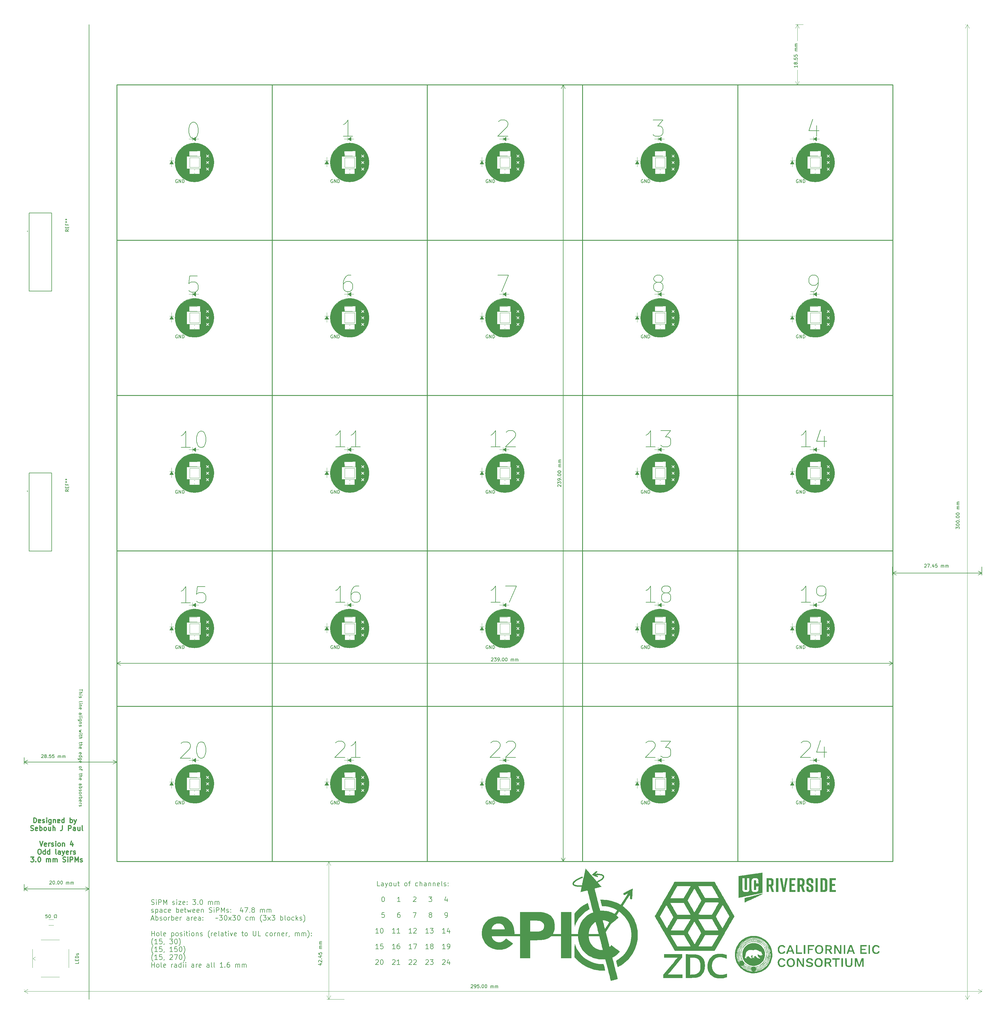
<source format=gbr>
%TF.GenerationSoftware,KiCad,Pcbnew,8.0.2-1*%
%TF.CreationDate,2024-06-21T16:09:21-04:00*%
%TF.ProjectId,OddLayers_3.0mm_SiPM,4f64644c-6179-4657-9273-5f332e306d6d,rev?*%
%TF.SameCoordinates,Original*%
%TF.FileFunction,Legend,Top*%
%TF.FilePolarity,Positive*%
%FSLAX46Y46*%
G04 Gerber Fmt 4.6, Leading zero omitted, Abs format (unit mm)*
G04 Created by KiCad (PCBNEW 8.0.2-1) date 2024-06-21 16:09:21*
%MOMM*%
%LPD*%
G01*
G04 APERTURE LIST*
%ADD10C,0.250000*%
%ADD11C,0.150000*%
%ADD12C,0.300000*%
%ADD13C,0.100000*%
%ADD14C,0.120000*%
%ADD15C,0.000000*%
%ADD16C,0.200000*%
G04 APERTURE END LIST*
D10*
X83550000Y-191950000D02*
X322550000Y-191950000D01*
X322550000Y-48550000D02*
X322550000Y-287550000D01*
X226950000Y-48550000D02*
X226950000Y-287550000D01*
D11*
X75000000Y-30000000D02*
X75000000Y-330000000D01*
D10*
X274750000Y-48550000D02*
X274750000Y-287550000D01*
X83550000Y-144150000D02*
X322550000Y-144150000D01*
X83550000Y-48550000D02*
X83550000Y-287550000D01*
X83550000Y-96350000D02*
X322550000Y-96350000D01*
X179150000Y-48550000D02*
X179150000Y-287550000D01*
X83550000Y-48550000D02*
X322550000Y-48550000D01*
X83550000Y-239750000D02*
X322550000Y-239750000D01*
X131350000Y-48550000D02*
X131350000Y-287550000D01*
X83550000Y-287550000D02*
X322550000Y-287550000D01*
D11*
X248683333Y-59355295D02*
X251778571Y-59355295D01*
X251778571Y-59355295D02*
X250111905Y-61260057D01*
X250111905Y-61260057D02*
X250826190Y-61260057D01*
X250826190Y-61260057D02*
X251302381Y-61498152D01*
X251302381Y-61498152D02*
X251540476Y-61736247D01*
X251540476Y-61736247D02*
X251778571Y-62212438D01*
X251778571Y-62212438D02*
X251778571Y-63402914D01*
X251778571Y-63402914D02*
X251540476Y-63879104D01*
X251540476Y-63879104D02*
X251302381Y-64117200D01*
X251302381Y-64117200D02*
X250826190Y-64355295D01*
X250826190Y-64355295D02*
X249397619Y-64355295D01*
X249397619Y-64355295D02*
X248921428Y-64117200D01*
X248921428Y-64117200D02*
X248683333Y-63879104D01*
X201597618Y-207755295D02*
X198740475Y-207755295D01*
X200169047Y-207755295D02*
X200169047Y-202755295D01*
X200169047Y-202755295D02*
X199692856Y-203469580D01*
X199692856Y-203469580D02*
X199216666Y-203945771D01*
X199216666Y-203945771D02*
X198740475Y-204183866D01*
X203264285Y-202755295D02*
X206597619Y-202755295D01*
X206597619Y-202755295D02*
X204454761Y-207755295D01*
X297197618Y-159955295D02*
X294340475Y-159955295D01*
X295769047Y-159955295D02*
X295769047Y-154955295D01*
X295769047Y-154955295D02*
X295292856Y-155669580D01*
X295292856Y-155669580D02*
X294816666Y-156145771D01*
X294816666Y-156145771D02*
X294340475Y-156383866D01*
X301483333Y-156621961D02*
X301483333Y-159955295D01*
X300292857Y-154717200D02*
X299102380Y-158288628D01*
X299102380Y-158288628D02*
X302197619Y-158288628D01*
X297197618Y-207755295D02*
X294340475Y-207755295D01*
X295769047Y-207755295D02*
X295769047Y-202755295D01*
X295769047Y-202755295D02*
X295292856Y-203469580D01*
X295292856Y-203469580D02*
X294816666Y-203945771D01*
X294816666Y-203945771D02*
X294340475Y-204183866D01*
X299578571Y-207755295D02*
X300530952Y-207755295D01*
X300530952Y-207755295D02*
X301007142Y-207517200D01*
X301007142Y-207517200D02*
X301245238Y-207279104D01*
X301245238Y-207279104D02*
X301721428Y-206564819D01*
X301721428Y-206564819D02*
X301959523Y-205612438D01*
X301959523Y-205612438D02*
X301959523Y-203707676D01*
X301959523Y-203707676D02*
X301721428Y-203231485D01*
X301721428Y-203231485D02*
X301483333Y-202993390D01*
X301483333Y-202993390D02*
X301007142Y-202755295D01*
X301007142Y-202755295D02*
X300054761Y-202755295D01*
X300054761Y-202755295D02*
X299578571Y-202993390D01*
X299578571Y-202993390D02*
X299340476Y-203231485D01*
X299340476Y-203231485D02*
X299102380Y-203707676D01*
X299102380Y-203707676D02*
X299102380Y-204898152D01*
X299102380Y-204898152D02*
X299340476Y-205374342D01*
X299340476Y-205374342D02*
X299578571Y-205612438D01*
X299578571Y-205612438D02*
X300054761Y-205850533D01*
X300054761Y-205850533D02*
X301007142Y-205850533D01*
X301007142Y-205850533D02*
X301483333Y-205612438D01*
X301483333Y-205612438D02*
X301721428Y-205374342D01*
X301721428Y-205374342D02*
X301959523Y-204898152D01*
X299102381Y-61021961D02*
X299102381Y-64355295D01*
X297911905Y-59117200D02*
X296721428Y-62688628D01*
X296721428Y-62688628D02*
X299816667Y-62688628D01*
X106197618Y-160155295D02*
X103340475Y-160155295D01*
X104769047Y-160155295D02*
X104769047Y-155155295D01*
X104769047Y-155155295D02*
X104292856Y-155869580D01*
X104292856Y-155869580D02*
X103816666Y-156345771D01*
X103816666Y-156345771D02*
X103340475Y-156583866D01*
X109292857Y-155155295D02*
X109769047Y-155155295D01*
X109769047Y-155155295D02*
X110245238Y-155393390D01*
X110245238Y-155393390D02*
X110483333Y-155631485D01*
X110483333Y-155631485D02*
X110721428Y-156107676D01*
X110721428Y-156107676D02*
X110959523Y-157060057D01*
X110959523Y-157060057D02*
X110959523Y-158250533D01*
X110959523Y-158250533D02*
X110721428Y-159202914D01*
X110721428Y-159202914D02*
X110483333Y-159679104D01*
X110483333Y-159679104D02*
X110245238Y-159917200D01*
X110245238Y-159917200D02*
X109769047Y-160155295D01*
X109769047Y-160155295D02*
X109292857Y-160155295D01*
X109292857Y-160155295D02*
X108816666Y-159917200D01*
X108816666Y-159917200D02*
X108578571Y-159679104D01*
X108578571Y-159679104D02*
X108340476Y-159202914D01*
X108340476Y-159202914D02*
X108102380Y-158250533D01*
X108102380Y-158250533D02*
X108102380Y-157060057D01*
X108102380Y-157060057D02*
X108340476Y-156107676D01*
X108340476Y-156107676D02*
X108578571Y-155631485D01*
X108578571Y-155631485D02*
X108816666Y-155393390D01*
X108816666Y-155393390D02*
X109292857Y-155155295D01*
X294340475Y-251031485D02*
X294578571Y-250793390D01*
X294578571Y-250793390D02*
X295054761Y-250555295D01*
X295054761Y-250555295D02*
X296245237Y-250555295D01*
X296245237Y-250555295D02*
X296721428Y-250793390D01*
X296721428Y-250793390D02*
X296959523Y-251031485D01*
X296959523Y-251031485D02*
X297197618Y-251507676D01*
X297197618Y-251507676D02*
X297197618Y-251983866D01*
X297197618Y-251983866D02*
X296959523Y-252698152D01*
X296959523Y-252698152D02*
X294102380Y-255555295D01*
X294102380Y-255555295D02*
X297197618Y-255555295D01*
X301483333Y-252221961D02*
X301483333Y-255555295D01*
X300292857Y-250317200D02*
X299102380Y-253888628D01*
X299102380Y-253888628D02*
X302197619Y-253888628D01*
X164521428Y-295111548D02*
X163807142Y-295111548D01*
X163807142Y-295111548D02*
X163807142Y-293611548D01*
X165664286Y-295111548D02*
X165664286Y-294325834D01*
X165664286Y-294325834D02*
X165592857Y-294182977D01*
X165592857Y-294182977D02*
X165450000Y-294111548D01*
X165450000Y-294111548D02*
X165164286Y-294111548D01*
X165164286Y-294111548D02*
X165021428Y-294182977D01*
X165664286Y-295040120D02*
X165521428Y-295111548D01*
X165521428Y-295111548D02*
X165164286Y-295111548D01*
X165164286Y-295111548D02*
X165021428Y-295040120D01*
X165021428Y-295040120D02*
X164950000Y-294897262D01*
X164950000Y-294897262D02*
X164950000Y-294754405D01*
X164950000Y-294754405D02*
X165021428Y-294611548D01*
X165021428Y-294611548D02*
X165164286Y-294540120D01*
X165164286Y-294540120D02*
X165521428Y-294540120D01*
X165521428Y-294540120D02*
X165664286Y-294468691D01*
X166235714Y-294111548D02*
X166592857Y-295111548D01*
X166950000Y-294111548D02*
X166592857Y-295111548D01*
X166592857Y-295111548D02*
X166450000Y-295468691D01*
X166450000Y-295468691D02*
X166378571Y-295540120D01*
X166378571Y-295540120D02*
X166235714Y-295611548D01*
X167735714Y-295111548D02*
X167592857Y-295040120D01*
X167592857Y-295040120D02*
X167521428Y-294968691D01*
X167521428Y-294968691D02*
X167450000Y-294825834D01*
X167450000Y-294825834D02*
X167450000Y-294397262D01*
X167450000Y-294397262D02*
X167521428Y-294254405D01*
X167521428Y-294254405D02*
X167592857Y-294182977D01*
X167592857Y-294182977D02*
X167735714Y-294111548D01*
X167735714Y-294111548D02*
X167950000Y-294111548D01*
X167950000Y-294111548D02*
X168092857Y-294182977D01*
X168092857Y-294182977D02*
X168164286Y-294254405D01*
X168164286Y-294254405D02*
X168235714Y-294397262D01*
X168235714Y-294397262D02*
X168235714Y-294825834D01*
X168235714Y-294825834D02*
X168164286Y-294968691D01*
X168164286Y-294968691D02*
X168092857Y-295040120D01*
X168092857Y-295040120D02*
X167950000Y-295111548D01*
X167950000Y-295111548D02*
X167735714Y-295111548D01*
X169521429Y-294111548D02*
X169521429Y-295111548D01*
X168878571Y-294111548D02*
X168878571Y-294897262D01*
X168878571Y-294897262D02*
X168950000Y-295040120D01*
X168950000Y-295040120D02*
X169092857Y-295111548D01*
X169092857Y-295111548D02*
X169307143Y-295111548D01*
X169307143Y-295111548D02*
X169450000Y-295040120D01*
X169450000Y-295040120D02*
X169521429Y-294968691D01*
X170021429Y-294111548D02*
X170592857Y-294111548D01*
X170235714Y-293611548D02*
X170235714Y-294897262D01*
X170235714Y-294897262D02*
X170307143Y-295040120D01*
X170307143Y-295040120D02*
X170450000Y-295111548D01*
X170450000Y-295111548D02*
X170592857Y-295111548D01*
X172450000Y-295111548D02*
X172307143Y-295040120D01*
X172307143Y-295040120D02*
X172235714Y-294968691D01*
X172235714Y-294968691D02*
X172164286Y-294825834D01*
X172164286Y-294825834D02*
X172164286Y-294397262D01*
X172164286Y-294397262D02*
X172235714Y-294254405D01*
X172235714Y-294254405D02*
X172307143Y-294182977D01*
X172307143Y-294182977D02*
X172450000Y-294111548D01*
X172450000Y-294111548D02*
X172664286Y-294111548D01*
X172664286Y-294111548D02*
X172807143Y-294182977D01*
X172807143Y-294182977D02*
X172878572Y-294254405D01*
X172878572Y-294254405D02*
X172950000Y-294397262D01*
X172950000Y-294397262D02*
X172950000Y-294825834D01*
X172950000Y-294825834D02*
X172878572Y-294968691D01*
X172878572Y-294968691D02*
X172807143Y-295040120D01*
X172807143Y-295040120D02*
X172664286Y-295111548D01*
X172664286Y-295111548D02*
X172450000Y-295111548D01*
X173378572Y-294111548D02*
X173950000Y-294111548D01*
X173592857Y-295111548D02*
X173592857Y-293825834D01*
X173592857Y-293825834D02*
X173664286Y-293682977D01*
X173664286Y-293682977D02*
X173807143Y-293611548D01*
X173807143Y-293611548D02*
X173950000Y-293611548D01*
X176235715Y-295040120D02*
X176092857Y-295111548D01*
X176092857Y-295111548D02*
X175807143Y-295111548D01*
X175807143Y-295111548D02*
X175664286Y-295040120D01*
X175664286Y-295040120D02*
X175592857Y-294968691D01*
X175592857Y-294968691D02*
X175521429Y-294825834D01*
X175521429Y-294825834D02*
X175521429Y-294397262D01*
X175521429Y-294397262D02*
X175592857Y-294254405D01*
X175592857Y-294254405D02*
X175664286Y-294182977D01*
X175664286Y-294182977D02*
X175807143Y-294111548D01*
X175807143Y-294111548D02*
X176092857Y-294111548D01*
X176092857Y-294111548D02*
X176235715Y-294182977D01*
X176878571Y-295111548D02*
X176878571Y-293611548D01*
X177521429Y-295111548D02*
X177521429Y-294325834D01*
X177521429Y-294325834D02*
X177450000Y-294182977D01*
X177450000Y-294182977D02*
X177307143Y-294111548D01*
X177307143Y-294111548D02*
X177092857Y-294111548D01*
X177092857Y-294111548D02*
X176950000Y-294182977D01*
X176950000Y-294182977D02*
X176878571Y-294254405D01*
X178878572Y-295111548D02*
X178878572Y-294325834D01*
X178878572Y-294325834D02*
X178807143Y-294182977D01*
X178807143Y-294182977D02*
X178664286Y-294111548D01*
X178664286Y-294111548D02*
X178378572Y-294111548D01*
X178378572Y-294111548D02*
X178235714Y-294182977D01*
X178878572Y-295040120D02*
X178735714Y-295111548D01*
X178735714Y-295111548D02*
X178378572Y-295111548D01*
X178378572Y-295111548D02*
X178235714Y-295040120D01*
X178235714Y-295040120D02*
X178164286Y-294897262D01*
X178164286Y-294897262D02*
X178164286Y-294754405D01*
X178164286Y-294754405D02*
X178235714Y-294611548D01*
X178235714Y-294611548D02*
X178378572Y-294540120D01*
X178378572Y-294540120D02*
X178735714Y-294540120D01*
X178735714Y-294540120D02*
X178878572Y-294468691D01*
X179592857Y-294111548D02*
X179592857Y-295111548D01*
X179592857Y-294254405D02*
X179664286Y-294182977D01*
X179664286Y-294182977D02*
X179807143Y-294111548D01*
X179807143Y-294111548D02*
X180021429Y-294111548D01*
X180021429Y-294111548D02*
X180164286Y-294182977D01*
X180164286Y-294182977D02*
X180235715Y-294325834D01*
X180235715Y-294325834D02*
X180235715Y-295111548D01*
X180950000Y-294111548D02*
X180950000Y-295111548D01*
X180950000Y-294254405D02*
X181021429Y-294182977D01*
X181021429Y-294182977D02*
X181164286Y-294111548D01*
X181164286Y-294111548D02*
X181378572Y-294111548D01*
X181378572Y-294111548D02*
X181521429Y-294182977D01*
X181521429Y-294182977D02*
X181592858Y-294325834D01*
X181592858Y-294325834D02*
X181592858Y-295111548D01*
X182878572Y-295040120D02*
X182735715Y-295111548D01*
X182735715Y-295111548D02*
X182450001Y-295111548D01*
X182450001Y-295111548D02*
X182307143Y-295040120D01*
X182307143Y-295040120D02*
X182235715Y-294897262D01*
X182235715Y-294897262D02*
X182235715Y-294325834D01*
X182235715Y-294325834D02*
X182307143Y-294182977D01*
X182307143Y-294182977D02*
X182450001Y-294111548D01*
X182450001Y-294111548D02*
X182735715Y-294111548D01*
X182735715Y-294111548D02*
X182878572Y-294182977D01*
X182878572Y-294182977D02*
X182950001Y-294325834D01*
X182950001Y-294325834D02*
X182950001Y-294468691D01*
X182950001Y-294468691D02*
X182235715Y-294611548D01*
X183807143Y-295111548D02*
X183664286Y-295040120D01*
X183664286Y-295040120D02*
X183592857Y-294897262D01*
X183592857Y-294897262D02*
X183592857Y-293611548D01*
X184307143Y-295040120D02*
X184450000Y-295111548D01*
X184450000Y-295111548D02*
X184735714Y-295111548D01*
X184735714Y-295111548D02*
X184878571Y-295040120D01*
X184878571Y-295040120D02*
X184950000Y-294897262D01*
X184950000Y-294897262D02*
X184950000Y-294825834D01*
X184950000Y-294825834D02*
X184878571Y-294682977D01*
X184878571Y-294682977D02*
X184735714Y-294611548D01*
X184735714Y-294611548D02*
X184521429Y-294611548D01*
X184521429Y-294611548D02*
X184378571Y-294540120D01*
X184378571Y-294540120D02*
X184307143Y-294397262D01*
X184307143Y-294397262D02*
X184307143Y-294325834D01*
X184307143Y-294325834D02*
X184378571Y-294182977D01*
X184378571Y-294182977D02*
X184521429Y-294111548D01*
X184521429Y-294111548D02*
X184735714Y-294111548D01*
X184735714Y-294111548D02*
X184878571Y-294182977D01*
X185592857Y-294968691D02*
X185664286Y-295040120D01*
X185664286Y-295040120D02*
X185592857Y-295111548D01*
X185592857Y-295111548D02*
X185521429Y-295040120D01*
X185521429Y-295040120D02*
X185592857Y-294968691D01*
X185592857Y-294968691D02*
X185592857Y-295111548D01*
X185592857Y-294182977D02*
X185664286Y-294254405D01*
X185664286Y-294254405D02*
X185592857Y-294325834D01*
X185592857Y-294325834D02*
X185521429Y-294254405D01*
X185521429Y-294254405D02*
X185592857Y-294182977D01*
X185592857Y-294182977D02*
X185592857Y-294325834D01*
X165485716Y-298441380D02*
X165628573Y-298441380D01*
X165628573Y-298441380D02*
X165771430Y-298512809D01*
X165771430Y-298512809D02*
X165842859Y-298584237D01*
X165842859Y-298584237D02*
X165914287Y-298727094D01*
X165914287Y-298727094D02*
X165985716Y-299012809D01*
X165985716Y-299012809D02*
X165985716Y-299369952D01*
X165985716Y-299369952D02*
X165914287Y-299655666D01*
X165914287Y-299655666D02*
X165842859Y-299798523D01*
X165842859Y-299798523D02*
X165771430Y-299869952D01*
X165771430Y-299869952D02*
X165628573Y-299941380D01*
X165628573Y-299941380D02*
X165485716Y-299941380D01*
X165485716Y-299941380D02*
X165342859Y-299869952D01*
X165342859Y-299869952D02*
X165271430Y-299798523D01*
X165271430Y-299798523D02*
X165200001Y-299655666D01*
X165200001Y-299655666D02*
X165128573Y-299369952D01*
X165128573Y-299369952D02*
X165128573Y-299012809D01*
X165128573Y-299012809D02*
X165200001Y-298727094D01*
X165200001Y-298727094D02*
X165271430Y-298584237D01*
X165271430Y-298584237D02*
X165342859Y-298512809D01*
X165342859Y-298512809D02*
X165485716Y-298441380D01*
X170842858Y-299941380D02*
X169985715Y-299941380D01*
X170414286Y-299941380D02*
X170414286Y-298441380D01*
X170414286Y-298441380D02*
X170271429Y-298655666D01*
X170271429Y-298655666D02*
X170128572Y-298798523D01*
X170128572Y-298798523D02*
X169985715Y-298869952D01*
X174842857Y-298584237D02*
X174914285Y-298512809D01*
X174914285Y-298512809D02*
X175057143Y-298441380D01*
X175057143Y-298441380D02*
X175414285Y-298441380D01*
X175414285Y-298441380D02*
X175557143Y-298512809D01*
X175557143Y-298512809D02*
X175628571Y-298584237D01*
X175628571Y-298584237D02*
X175700000Y-298727094D01*
X175700000Y-298727094D02*
X175700000Y-298869952D01*
X175700000Y-298869952D02*
X175628571Y-299084237D01*
X175628571Y-299084237D02*
X174771428Y-299941380D01*
X174771428Y-299941380D02*
X175700000Y-299941380D01*
X179628570Y-298441380D02*
X180557142Y-298441380D01*
X180557142Y-298441380D02*
X180057142Y-299012809D01*
X180057142Y-299012809D02*
X180271427Y-299012809D01*
X180271427Y-299012809D02*
X180414285Y-299084237D01*
X180414285Y-299084237D02*
X180485713Y-299155666D01*
X180485713Y-299155666D02*
X180557142Y-299298523D01*
X180557142Y-299298523D02*
X180557142Y-299655666D01*
X180557142Y-299655666D02*
X180485713Y-299798523D01*
X180485713Y-299798523D02*
X180414285Y-299869952D01*
X180414285Y-299869952D02*
X180271427Y-299941380D01*
X180271427Y-299941380D02*
X179842856Y-299941380D01*
X179842856Y-299941380D02*
X179699999Y-299869952D01*
X179699999Y-299869952D02*
X179628570Y-299798523D01*
X185271427Y-298941380D02*
X185271427Y-299941380D01*
X184914284Y-298369952D02*
X184557141Y-299441380D01*
X184557141Y-299441380D02*
X185485712Y-299441380D01*
X165914287Y-303271212D02*
X165200001Y-303271212D01*
X165200001Y-303271212D02*
X165128573Y-303985498D01*
X165128573Y-303985498D02*
X165200001Y-303914069D01*
X165200001Y-303914069D02*
X165342859Y-303842641D01*
X165342859Y-303842641D02*
X165700001Y-303842641D01*
X165700001Y-303842641D02*
X165842859Y-303914069D01*
X165842859Y-303914069D02*
X165914287Y-303985498D01*
X165914287Y-303985498D02*
X165985716Y-304128355D01*
X165985716Y-304128355D02*
X165985716Y-304485498D01*
X165985716Y-304485498D02*
X165914287Y-304628355D01*
X165914287Y-304628355D02*
X165842859Y-304699784D01*
X165842859Y-304699784D02*
X165700001Y-304771212D01*
X165700001Y-304771212D02*
X165342859Y-304771212D01*
X165342859Y-304771212D02*
X165200001Y-304699784D01*
X165200001Y-304699784D02*
X165128573Y-304628355D01*
X170700001Y-303271212D02*
X170414286Y-303271212D01*
X170414286Y-303271212D02*
X170271429Y-303342641D01*
X170271429Y-303342641D02*
X170200001Y-303414069D01*
X170200001Y-303414069D02*
X170057143Y-303628355D01*
X170057143Y-303628355D02*
X169985715Y-303914069D01*
X169985715Y-303914069D02*
X169985715Y-304485498D01*
X169985715Y-304485498D02*
X170057143Y-304628355D01*
X170057143Y-304628355D02*
X170128572Y-304699784D01*
X170128572Y-304699784D02*
X170271429Y-304771212D01*
X170271429Y-304771212D02*
X170557143Y-304771212D01*
X170557143Y-304771212D02*
X170700001Y-304699784D01*
X170700001Y-304699784D02*
X170771429Y-304628355D01*
X170771429Y-304628355D02*
X170842858Y-304485498D01*
X170842858Y-304485498D02*
X170842858Y-304128355D01*
X170842858Y-304128355D02*
X170771429Y-303985498D01*
X170771429Y-303985498D02*
X170700001Y-303914069D01*
X170700001Y-303914069D02*
X170557143Y-303842641D01*
X170557143Y-303842641D02*
X170271429Y-303842641D01*
X170271429Y-303842641D02*
X170128572Y-303914069D01*
X170128572Y-303914069D02*
X170057143Y-303985498D01*
X170057143Y-303985498D02*
X169985715Y-304128355D01*
X174771428Y-303271212D02*
X175771428Y-303271212D01*
X175771428Y-303271212D02*
X175128571Y-304771212D01*
X179985713Y-303914069D02*
X179842856Y-303842641D01*
X179842856Y-303842641D02*
X179771427Y-303771212D01*
X179771427Y-303771212D02*
X179699999Y-303628355D01*
X179699999Y-303628355D02*
X179699999Y-303556926D01*
X179699999Y-303556926D02*
X179771427Y-303414069D01*
X179771427Y-303414069D02*
X179842856Y-303342641D01*
X179842856Y-303342641D02*
X179985713Y-303271212D01*
X179985713Y-303271212D02*
X180271427Y-303271212D01*
X180271427Y-303271212D02*
X180414285Y-303342641D01*
X180414285Y-303342641D02*
X180485713Y-303414069D01*
X180485713Y-303414069D02*
X180557142Y-303556926D01*
X180557142Y-303556926D02*
X180557142Y-303628355D01*
X180557142Y-303628355D02*
X180485713Y-303771212D01*
X180485713Y-303771212D02*
X180414285Y-303842641D01*
X180414285Y-303842641D02*
X180271427Y-303914069D01*
X180271427Y-303914069D02*
X179985713Y-303914069D01*
X179985713Y-303914069D02*
X179842856Y-303985498D01*
X179842856Y-303985498D02*
X179771427Y-304056926D01*
X179771427Y-304056926D02*
X179699999Y-304199784D01*
X179699999Y-304199784D02*
X179699999Y-304485498D01*
X179699999Y-304485498D02*
X179771427Y-304628355D01*
X179771427Y-304628355D02*
X179842856Y-304699784D01*
X179842856Y-304699784D02*
X179985713Y-304771212D01*
X179985713Y-304771212D02*
X180271427Y-304771212D01*
X180271427Y-304771212D02*
X180414285Y-304699784D01*
X180414285Y-304699784D02*
X180485713Y-304628355D01*
X180485713Y-304628355D02*
X180557142Y-304485498D01*
X180557142Y-304485498D02*
X180557142Y-304199784D01*
X180557142Y-304199784D02*
X180485713Y-304056926D01*
X180485713Y-304056926D02*
X180414285Y-303985498D01*
X180414285Y-303985498D02*
X180271427Y-303914069D01*
X184699998Y-304771212D02*
X184985712Y-304771212D01*
X184985712Y-304771212D02*
X185128569Y-304699784D01*
X185128569Y-304699784D02*
X185199998Y-304628355D01*
X185199998Y-304628355D02*
X185342855Y-304414069D01*
X185342855Y-304414069D02*
X185414284Y-304128355D01*
X185414284Y-304128355D02*
X185414284Y-303556926D01*
X185414284Y-303556926D02*
X185342855Y-303414069D01*
X185342855Y-303414069D02*
X185271427Y-303342641D01*
X185271427Y-303342641D02*
X185128569Y-303271212D01*
X185128569Y-303271212D02*
X184842855Y-303271212D01*
X184842855Y-303271212D02*
X184699998Y-303342641D01*
X184699998Y-303342641D02*
X184628569Y-303414069D01*
X184628569Y-303414069D02*
X184557141Y-303556926D01*
X184557141Y-303556926D02*
X184557141Y-303914069D01*
X184557141Y-303914069D02*
X184628569Y-304056926D01*
X184628569Y-304056926D02*
X184699998Y-304128355D01*
X184699998Y-304128355D02*
X184842855Y-304199784D01*
X184842855Y-304199784D02*
X185128569Y-304199784D01*
X185128569Y-304199784D02*
X185271427Y-304128355D01*
X185271427Y-304128355D02*
X185342855Y-304056926D01*
X185342855Y-304056926D02*
X185414284Y-303914069D01*
X164128574Y-309601044D02*
X163271431Y-309601044D01*
X163700002Y-309601044D02*
X163700002Y-308101044D01*
X163700002Y-308101044D02*
X163557145Y-308315330D01*
X163557145Y-308315330D02*
X163414288Y-308458187D01*
X163414288Y-308458187D02*
X163271431Y-308529616D01*
X165057145Y-308101044D02*
X165200002Y-308101044D01*
X165200002Y-308101044D02*
X165342859Y-308172473D01*
X165342859Y-308172473D02*
X165414288Y-308243901D01*
X165414288Y-308243901D02*
X165485716Y-308386758D01*
X165485716Y-308386758D02*
X165557145Y-308672473D01*
X165557145Y-308672473D02*
X165557145Y-309029616D01*
X165557145Y-309029616D02*
X165485716Y-309315330D01*
X165485716Y-309315330D02*
X165414288Y-309458187D01*
X165414288Y-309458187D02*
X165342859Y-309529616D01*
X165342859Y-309529616D02*
X165200002Y-309601044D01*
X165200002Y-309601044D02*
X165057145Y-309601044D01*
X165057145Y-309601044D02*
X164914288Y-309529616D01*
X164914288Y-309529616D02*
X164842859Y-309458187D01*
X164842859Y-309458187D02*
X164771430Y-309315330D01*
X164771430Y-309315330D02*
X164700002Y-309029616D01*
X164700002Y-309029616D02*
X164700002Y-308672473D01*
X164700002Y-308672473D02*
X164771430Y-308386758D01*
X164771430Y-308386758D02*
X164842859Y-308243901D01*
X164842859Y-308243901D02*
X164914288Y-308172473D01*
X164914288Y-308172473D02*
X165057145Y-308101044D01*
X169271430Y-309601044D02*
X168414287Y-309601044D01*
X168842858Y-309601044D02*
X168842858Y-308101044D01*
X168842858Y-308101044D02*
X168700001Y-308315330D01*
X168700001Y-308315330D02*
X168557144Y-308458187D01*
X168557144Y-308458187D02*
X168414287Y-308529616D01*
X170700001Y-309601044D02*
X169842858Y-309601044D01*
X170271429Y-309601044D02*
X170271429Y-308101044D01*
X170271429Y-308101044D02*
X170128572Y-308315330D01*
X170128572Y-308315330D02*
X169985715Y-308458187D01*
X169985715Y-308458187D02*
X169842858Y-308529616D01*
X174414286Y-309601044D02*
X173557143Y-309601044D01*
X173985714Y-309601044D02*
X173985714Y-308101044D01*
X173985714Y-308101044D02*
X173842857Y-308315330D01*
X173842857Y-308315330D02*
X173700000Y-308458187D01*
X173700000Y-308458187D02*
X173557143Y-308529616D01*
X174985714Y-308243901D02*
X175057142Y-308172473D01*
X175057142Y-308172473D02*
X175200000Y-308101044D01*
X175200000Y-308101044D02*
X175557142Y-308101044D01*
X175557142Y-308101044D02*
X175700000Y-308172473D01*
X175700000Y-308172473D02*
X175771428Y-308243901D01*
X175771428Y-308243901D02*
X175842857Y-308386758D01*
X175842857Y-308386758D02*
X175842857Y-308529616D01*
X175842857Y-308529616D02*
X175771428Y-308743901D01*
X175771428Y-308743901D02*
X174914285Y-309601044D01*
X174914285Y-309601044D02*
X175842857Y-309601044D01*
X179557142Y-309601044D02*
X178699999Y-309601044D01*
X179128570Y-309601044D02*
X179128570Y-308101044D01*
X179128570Y-308101044D02*
X178985713Y-308315330D01*
X178985713Y-308315330D02*
X178842856Y-308458187D01*
X178842856Y-308458187D02*
X178699999Y-308529616D01*
X180057141Y-308101044D02*
X180985713Y-308101044D01*
X180985713Y-308101044D02*
X180485713Y-308672473D01*
X180485713Y-308672473D02*
X180699998Y-308672473D01*
X180699998Y-308672473D02*
X180842856Y-308743901D01*
X180842856Y-308743901D02*
X180914284Y-308815330D01*
X180914284Y-308815330D02*
X180985713Y-308958187D01*
X180985713Y-308958187D02*
X180985713Y-309315330D01*
X180985713Y-309315330D02*
X180914284Y-309458187D01*
X180914284Y-309458187D02*
X180842856Y-309529616D01*
X180842856Y-309529616D02*
X180699998Y-309601044D01*
X180699998Y-309601044D02*
X180271427Y-309601044D01*
X180271427Y-309601044D02*
X180128570Y-309529616D01*
X180128570Y-309529616D02*
X180057141Y-309458187D01*
X184699998Y-309601044D02*
X183842855Y-309601044D01*
X184271426Y-309601044D02*
X184271426Y-308101044D01*
X184271426Y-308101044D02*
X184128569Y-308315330D01*
X184128569Y-308315330D02*
X183985712Y-308458187D01*
X183985712Y-308458187D02*
X183842855Y-308529616D01*
X185985712Y-308601044D02*
X185985712Y-309601044D01*
X185628569Y-308029616D02*
X185271426Y-309101044D01*
X185271426Y-309101044D02*
X186199997Y-309101044D01*
X164128574Y-314430876D02*
X163271431Y-314430876D01*
X163700002Y-314430876D02*
X163700002Y-312930876D01*
X163700002Y-312930876D02*
X163557145Y-313145162D01*
X163557145Y-313145162D02*
X163414288Y-313288019D01*
X163414288Y-313288019D02*
X163271431Y-313359448D01*
X165485716Y-312930876D02*
X164771430Y-312930876D01*
X164771430Y-312930876D02*
X164700002Y-313645162D01*
X164700002Y-313645162D02*
X164771430Y-313573733D01*
X164771430Y-313573733D02*
X164914288Y-313502305D01*
X164914288Y-313502305D02*
X165271430Y-313502305D01*
X165271430Y-313502305D02*
X165414288Y-313573733D01*
X165414288Y-313573733D02*
X165485716Y-313645162D01*
X165485716Y-313645162D02*
X165557145Y-313788019D01*
X165557145Y-313788019D02*
X165557145Y-314145162D01*
X165557145Y-314145162D02*
X165485716Y-314288019D01*
X165485716Y-314288019D02*
X165414288Y-314359448D01*
X165414288Y-314359448D02*
X165271430Y-314430876D01*
X165271430Y-314430876D02*
X164914288Y-314430876D01*
X164914288Y-314430876D02*
X164771430Y-314359448D01*
X164771430Y-314359448D02*
X164700002Y-314288019D01*
X169271430Y-314430876D02*
X168414287Y-314430876D01*
X168842858Y-314430876D02*
X168842858Y-312930876D01*
X168842858Y-312930876D02*
X168700001Y-313145162D01*
X168700001Y-313145162D02*
X168557144Y-313288019D01*
X168557144Y-313288019D02*
X168414287Y-313359448D01*
X170557144Y-312930876D02*
X170271429Y-312930876D01*
X170271429Y-312930876D02*
X170128572Y-313002305D01*
X170128572Y-313002305D02*
X170057144Y-313073733D01*
X170057144Y-313073733D02*
X169914286Y-313288019D01*
X169914286Y-313288019D02*
X169842858Y-313573733D01*
X169842858Y-313573733D02*
X169842858Y-314145162D01*
X169842858Y-314145162D02*
X169914286Y-314288019D01*
X169914286Y-314288019D02*
X169985715Y-314359448D01*
X169985715Y-314359448D02*
X170128572Y-314430876D01*
X170128572Y-314430876D02*
X170414286Y-314430876D01*
X170414286Y-314430876D02*
X170557144Y-314359448D01*
X170557144Y-314359448D02*
X170628572Y-314288019D01*
X170628572Y-314288019D02*
X170700001Y-314145162D01*
X170700001Y-314145162D02*
X170700001Y-313788019D01*
X170700001Y-313788019D02*
X170628572Y-313645162D01*
X170628572Y-313645162D02*
X170557144Y-313573733D01*
X170557144Y-313573733D02*
X170414286Y-313502305D01*
X170414286Y-313502305D02*
X170128572Y-313502305D01*
X170128572Y-313502305D02*
X169985715Y-313573733D01*
X169985715Y-313573733D02*
X169914286Y-313645162D01*
X169914286Y-313645162D02*
X169842858Y-313788019D01*
X174414286Y-314430876D02*
X173557143Y-314430876D01*
X173985714Y-314430876D02*
X173985714Y-312930876D01*
X173985714Y-312930876D02*
X173842857Y-313145162D01*
X173842857Y-313145162D02*
X173700000Y-313288019D01*
X173700000Y-313288019D02*
X173557143Y-313359448D01*
X174914285Y-312930876D02*
X175914285Y-312930876D01*
X175914285Y-312930876D02*
X175271428Y-314430876D01*
X179557142Y-314430876D02*
X178699999Y-314430876D01*
X179128570Y-314430876D02*
X179128570Y-312930876D01*
X179128570Y-312930876D02*
X178985713Y-313145162D01*
X178985713Y-313145162D02*
X178842856Y-313288019D01*
X178842856Y-313288019D02*
X178699999Y-313359448D01*
X180414284Y-313573733D02*
X180271427Y-313502305D01*
X180271427Y-313502305D02*
X180199998Y-313430876D01*
X180199998Y-313430876D02*
X180128570Y-313288019D01*
X180128570Y-313288019D02*
X180128570Y-313216590D01*
X180128570Y-313216590D02*
X180199998Y-313073733D01*
X180199998Y-313073733D02*
X180271427Y-313002305D01*
X180271427Y-313002305D02*
X180414284Y-312930876D01*
X180414284Y-312930876D02*
X180699998Y-312930876D01*
X180699998Y-312930876D02*
X180842856Y-313002305D01*
X180842856Y-313002305D02*
X180914284Y-313073733D01*
X180914284Y-313073733D02*
X180985713Y-313216590D01*
X180985713Y-313216590D02*
X180985713Y-313288019D01*
X180985713Y-313288019D02*
X180914284Y-313430876D01*
X180914284Y-313430876D02*
X180842856Y-313502305D01*
X180842856Y-313502305D02*
X180699998Y-313573733D01*
X180699998Y-313573733D02*
X180414284Y-313573733D01*
X180414284Y-313573733D02*
X180271427Y-313645162D01*
X180271427Y-313645162D02*
X180199998Y-313716590D01*
X180199998Y-313716590D02*
X180128570Y-313859448D01*
X180128570Y-313859448D02*
X180128570Y-314145162D01*
X180128570Y-314145162D02*
X180199998Y-314288019D01*
X180199998Y-314288019D02*
X180271427Y-314359448D01*
X180271427Y-314359448D02*
X180414284Y-314430876D01*
X180414284Y-314430876D02*
X180699998Y-314430876D01*
X180699998Y-314430876D02*
X180842856Y-314359448D01*
X180842856Y-314359448D02*
X180914284Y-314288019D01*
X180914284Y-314288019D02*
X180985713Y-314145162D01*
X180985713Y-314145162D02*
X180985713Y-313859448D01*
X180985713Y-313859448D02*
X180914284Y-313716590D01*
X180914284Y-313716590D02*
X180842856Y-313645162D01*
X180842856Y-313645162D02*
X180699998Y-313573733D01*
X184699998Y-314430876D02*
X183842855Y-314430876D01*
X184271426Y-314430876D02*
X184271426Y-312930876D01*
X184271426Y-312930876D02*
X184128569Y-313145162D01*
X184128569Y-313145162D02*
X183985712Y-313288019D01*
X183985712Y-313288019D02*
X183842855Y-313359448D01*
X185414283Y-314430876D02*
X185699997Y-314430876D01*
X185699997Y-314430876D02*
X185842854Y-314359448D01*
X185842854Y-314359448D02*
X185914283Y-314288019D01*
X185914283Y-314288019D02*
X186057140Y-314073733D01*
X186057140Y-314073733D02*
X186128569Y-313788019D01*
X186128569Y-313788019D02*
X186128569Y-313216590D01*
X186128569Y-313216590D02*
X186057140Y-313073733D01*
X186057140Y-313073733D02*
X185985712Y-313002305D01*
X185985712Y-313002305D02*
X185842854Y-312930876D01*
X185842854Y-312930876D02*
X185557140Y-312930876D01*
X185557140Y-312930876D02*
X185414283Y-313002305D01*
X185414283Y-313002305D02*
X185342854Y-313073733D01*
X185342854Y-313073733D02*
X185271426Y-313216590D01*
X185271426Y-313216590D02*
X185271426Y-313573733D01*
X185271426Y-313573733D02*
X185342854Y-313716590D01*
X185342854Y-313716590D02*
X185414283Y-313788019D01*
X185414283Y-313788019D02*
X185557140Y-313859448D01*
X185557140Y-313859448D02*
X185842854Y-313859448D01*
X185842854Y-313859448D02*
X185985712Y-313788019D01*
X185985712Y-313788019D02*
X186057140Y-313716590D01*
X186057140Y-313716590D02*
X186128569Y-313573733D01*
X163271431Y-317903565D02*
X163342859Y-317832137D01*
X163342859Y-317832137D02*
X163485717Y-317760708D01*
X163485717Y-317760708D02*
X163842859Y-317760708D01*
X163842859Y-317760708D02*
X163985717Y-317832137D01*
X163985717Y-317832137D02*
X164057145Y-317903565D01*
X164057145Y-317903565D02*
X164128574Y-318046422D01*
X164128574Y-318046422D02*
X164128574Y-318189280D01*
X164128574Y-318189280D02*
X164057145Y-318403565D01*
X164057145Y-318403565D02*
X163200002Y-319260708D01*
X163200002Y-319260708D02*
X164128574Y-319260708D01*
X165057145Y-317760708D02*
X165200002Y-317760708D01*
X165200002Y-317760708D02*
X165342859Y-317832137D01*
X165342859Y-317832137D02*
X165414288Y-317903565D01*
X165414288Y-317903565D02*
X165485716Y-318046422D01*
X165485716Y-318046422D02*
X165557145Y-318332137D01*
X165557145Y-318332137D02*
X165557145Y-318689280D01*
X165557145Y-318689280D02*
X165485716Y-318974994D01*
X165485716Y-318974994D02*
X165414288Y-319117851D01*
X165414288Y-319117851D02*
X165342859Y-319189280D01*
X165342859Y-319189280D02*
X165200002Y-319260708D01*
X165200002Y-319260708D02*
X165057145Y-319260708D01*
X165057145Y-319260708D02*
X164914288Y-319189280D01*
X164914288Y-319189280D02*
X164842859Y-319117851D01*
X164842859Y-319117851D02*
X164771430Y-318974994D01*
X164771430Y-318974994D02*
X164700002Y-318689280D01*
X164700002Y-318689280D02*
X164700002Y-318332137D01*
X164700002Y-318332137D02*
X164771430Y-318046422D01*
X164771430Y-318046422D02*
X164842859Y-317903565D01*
X164842859Y-317903565D02*
X164914288Y-317832137D01*
X164914288Y-317832137D02*
X165057145Y-317760708D01*
X168414287Y-317903565D02*
X168485715Y-317832137D01*
X168485715Y-317832137D02*
X168628573Y-317760708D01*
X168628573Y-317760708D02*
X168985715Y-317760708D01*
X168985715Y-317760708D02*
X169128573Y-317832137D01*
X169128573Y-317832137D02*
X169200001Y-317903565D01*
X169200001Y-317903565D02*
X169271430Y-318046422D01*
X169271430Y-318046422D02*
X169271430Y-318189280D01*
X169271430Y-318189280D02*
X169200001Y-318403565D01*
X169200001Y-318403565D02*
X168342858Y-319260708D01*
X168342858Y-319260708D02*
X169271430Y-319260708D01*
X170700001Y-319260708D02*
X169842858Y-319260708D01*
X170271429Y-319260708D02*
X170271429Y-317760708D01*
X170271429Y-317760708D02*
X170128572Y-317974994D01*
X170128572Y-317974994D02*
X169985715Y-318117851D01*
X169985715Y-318117851D02*
X169842858Y-318189280D01*
X173557143Y-317903565D02*
X173628571Y-317832137D01*
X173628571Y-317832137D02*
X173771429Y-317760708D01*
X173771429Y-317760708D02*
X174128571Y-317760708D01*
X174128571Y-317760708D02*
X174271429Y-317832137D01*
X174271429Y-317832137D02*
X174342857Y-317903565D01*
X174342857Y-317903565D02*
X174414286Y-318046422D01*
X174414286Y-318046422D02*
X174414286Y-318189280D01*
X174414286Y-318189280D02*
X174342857Y-318403565D01*
X174342857Y-318403565D02*
X173485714Y-319260708D01*
X173485714Y-319260708D02*
X174414286Y-319260708D01*
X174985714Y-317903565D02*
X175057142Y-317832137D01*
X175057142Y-317832137D02*
X175200000Y-317760708D01*
X175200000Y-317760708D02*
X175557142Y-317760708D01*
X175557142Y-317760708D02*
X175700000Y-317832137D01*
X175700000Y-317832137D02*
X175771428Y-317903565D01*
X175771428Y-317903565D02*
X175842857Y-318046422D01*
X175842857Y-318046422D02*
X175842857Y-318189280D01*
X175842857Y-318189280D02*
X175771428Y-318403565D01*
X175771428Y-318403565D02*
X174914285Y-319260708D01*
X174914285Y-319260708D02*
X175842857Y-319260708D01*
X178699999Y-317903565D02*
X178771427Y-317832137D01*
X178771427Y-317832137D02*
X178914285Y-317760708D01*
X178914285Y-317760708D02*
X179271427Y-317760708D01*
X179271427Y-317760708D02*
X179414285Y-317832137D01*
X179414285Y-317832137D02*
X179485713Y-317903565D01*
X179485713Y-317903565D02*
X179557142Y-318046422D01*
X179557142Y-318046422D02*
X179557142Y-318189280D01*
X179557142Y-318189280D02*
X179485713Y-318403565D01*
X179485713Y-318403565D02*
X178628570Y-319260708D01*
X178628570Y-319260708D02*
X179557142Y-319260708D01*
X180057141Y-317760708D02*
X180985713Y-317760708D01*
X180985713Y-317760708D02*
X180485713Y-318332137D01*
X180485713Y-318332137D02*
X180699998Y-318332137D01*
X180699998Y-318332137D02*
X180842856Y-318403565D01*
X180842856Y-318403565D02*
X180914284Y-318474994D01*
X180914284Y-318474994D02*
X180985713Y-318617851D01*
X180985713Y-318617851D02*
X180985713Y-318974994D01*
X180985713Y-318974994D02*
X180914284Y-319117851D01*
X180914284Y-319117851D02*
X180842856Y-319189280D01*
X180842856Y-319189280D02*
X180699998Y-319260708D01*
X180699998Y-319260708D02*
X180271427Y-319260708D01*
X180271427Y-319260708D02*
X180128570Y-319189280D01*
X180128570Y-319189280D02*
X180057141Y-319117851D01*
X183842855Y-317903565D02*
X183914283Y-317832137D01*
X183914283Y-317832137D02*
X184057141Y-317760708D01*
X184057141Y-317760708D02*
X184414283Y-317760708D01*
X184414283Y-317760708D02*
X184557141Y-317832137D01*
X184557141Y-317832137D02*
X184628569Y-317903565D01*
X184628569Y-317903565D02*
X184699998Y-318046422D01*
X184699998Y-318046422D02*
X184699998Y-318189280D01*
X184699998Y-318189280D02*
X184628569Y-318403565D01*
X184628569Y-318403565D02*
X183771426Y-319260708D01*
X183771426Y-319260708D02*
X184699998Y-319260708D01*
X185985712Y-318260708D02*
X185985712Y-319260708D01*
X185628569Y-317689280D02*
X185271426Y-318760708D01*
X185271426Y-318760708D02*
X186199997Y-318760708D01*
X156178571Y-64355295D02*
X153321428Y-64355295D01*
X154750000Y-64355295D02*
X154750000Y-59355295D01*
X154750000Y-59355295D02*
X154273809Y-60069580D01*
X154273809Y-60069580D02*
X153797619Y-60545771D01*
X153797619Y-60545771D02*
X153321428Y-60783866D01*
X201597618Y-159955295D02*
X198740475Y-159955295D01*
X200169047Y-159955295D02*
X200169047Y-154955295D01*
X200169047Y-154955295D02*
X199692856Y-155669580D01*
X199692856Y-155669580D02*
X199216666Y-156145771D01*
X199216666Y-156145771D02*
X198740475Y-156383866D01*
X203502380Y-155431485D02*
X203740476Y-155193390D01*
X203740476Y-155193390D02*
X204216666Y-154955295D01*
X204216666Y-154955295D02*
X205407142Y-154955295D01*
X205407142Y-154955295D02*
X205883333Y-155193390D01*
X205883333Y-155193390D02*
X206121428Y-155431485D01*
X206121428Y-155431485D02*
X206359523Y-155907676D01*
X206359523Y-155907676D02*
X206359523Y-156383866D01*
X206359523Y-156383866D02*
X206121428Y-157098152D01*
X206121428Y-157098152D02*
X203264285Y-159955295D01*
X203264285Y-159955295D02*
X206359523Y-159955295D01*
X108340476Y-107355295D02*
X105959524Y-107355295D01*
X105959524Y-107355295D02*
X105721428Y-109736247D01*
X105721428Y-109736247D02*
X105959524Y-109498152D01*
X105959524Y-109498152D02*
X106435714Y-109260057D01*
X106435714Y-109260057D02*
X107626190Y-109260057D01*
X107626190Y-109260057D02*
X108102381Y-109498152D01*
X108102381Y-109498152D02*
X108340476Y-109736247D01*
X108340476Y-109736247D02*
X108578571Y-110212438D01*
X108578571Y-110212438D02*
X108578571Y-111402914D01*
X108578571Y-111402914D02*
X108340476Y-111879104D01*
X108340476Y-111879104D02*
X108102381Y-112117200D01*
X108102381Y-112117200D02*
X107626190Y-112355295D01*
X107626190Y-112355295D02*
X106435714Y-112355295D01*
X106435714Y-112355295D02*
X105959524Y-112117200D01*
X105959524Y-112117200D02*
X105721428Y-111879104D01*
X94184398Y-300755036D02*
X94398684Y-300826464D01*
X94398684Y-300826464D02*
X94755826Y-300826464D01*
X94755826Y-300826464D02*
X94898684Y-300755036D01*
X94898684Y-300755036D02*
X94970112Y-300683607D01*
X94970112Y-300683607D02*
X95041541Y-300540750D01*
X95041541Y-300540750D02*
X95041541Y-300397893D01*
X95041541Y-300397893D02*
X94970112Y-300255036D01*
X94970112Y-300255036D02*
X94898684Y-300183607D01*
X94898684Y-300183607D02*
X94755826Y-300112178D01*
X94755826Y-300112178D02*
X94470112Y-300040750D01*
X94470112Y-300040750D02*
X94327255Y-299969321D01*
X94327255Y-299969321D02*
X94255826Y-299897893D01*
X94255826Y-299897893D02*
X94184398Y-299755036D01*
X94184398Y-299755036D02*
X94184398Y-299612178D01*
X94184398Y-299612178D02*
X94255826Y-299469321D01*
X94255826Y-299469321D02*
X94327255Y-299397893D01*
X94327255Y-299397893D02*
X94470112Y-299326464D01*
X94470112Y-299326464D02*
X94827255Y-299326464D01*
X94827255Y-299326464D02*
X95041541Y-299397893D01*
X95684397Y-300826464D02*
X95684397Y-299826464D01*
X95684397Y-299326464D02*
X95612969Y-299397893D01*
X95612969Y-299397893D02*
X95684397Y-299469321D01*
X95684397Y-299469321D02*
X95755826Y-299397893D01*
X95755826Y-299397893D02*
X95684397Y-299326464D01*
X95684397Y-299326464D02*
X95684397Y-299469321D01*
X96398683Y-300826464D02*
X96398683Y-299326464D01*
X96398683Y-299326464D02*
X96970112Y-299326464D01*
X96970112Y-299326464D02*
X97112969Y-299397893D01*
X97112969Y-299397893D02*
X97184398Y-299469321D01*
X97184398Y-299469321D02*
X97255826Y-299612178D01*
X97255826Y-299612178D02*
X97255826Y-299826464D01*
X97255826Y-299826464D02*
X97184398Y-299969321D01*
X97184398Y-299969321D02*
X97112969Y-300040750D01*
X97112969Y-300040750D02*
X96970112Y-300112178D01*
X96970112Y-300112178D02*
X96398683Y-300112178D01*
X97898683Y-300826464D02*
X97898683Y-299326464D01*
X97898683Y-299326464D02*
X98398683Y-300397893D01*
X98398683Y-300397893D02*
X98898683Y-299326464D01*
X98898683Y-299326464D02*
X98898683Y-300826464D01*
X100684398Y-300755036D02*
X100827255Y-300826464D01*
X100827255Y-300826464D02*
X101112969Y-300826464D01*
X101112969Y-300826464D02*
X101255826Y-300755036D01*
X101255826Y-300755036D02*
X101327255Y-300612178D01*
X101327255Y-300612178D02*
X101327255Y-300540750D01*
X101327255Y-300540750D02*
X101255826Y-300397893D01*
X101255826Y-300397893D02*
X101112969Y-300326464D01*
X101112969Y-300326464D02*
X100898684Y-300326464D01*
X100898684Y-300326464D02*
X100755826Y-300255036D01*
X100755826Y-300255036D02*
X100684398Y-300112178D01*
X100684398Y-300112178D02*
X100684398Y-300040750D01*
X100684398Y-300040750D02*
X100755826Y-299897893D01*
X100755826Y-299897893D02*
X100898684Y-299826464D01*
X100898684Y-299826464D02*
X101112969Y-299826464D01*
X101112969Y-299826464D02*
X101255826Y-299897893D01*
X101970112Y-300826464D02*
X101970112Y-299826464D01*
X101970112Y-299326464D02*
X101898684Y-299397893D01*
X101898684Y-299397893D02*
X101970112Y-299469321D01*
X101970112Y-299469321D02*
X102041541Y-299397893D01*
X102041541Y-299397893D02*
X101970112Y-299326464D01*
X101970112Y-299326464D02*
X101970112Y-299469321D01*
X102541541Y-299826464D02*
X103327256Y-299826464D01*
X103327256Y-299826464D02*
X102541541Y-300826464D01*
X102541541Y-300826464D02*
X103327256Y-300826464D01*
X104470113Y-300755036D02*
X104327256Y-300826464D01*
X104327256Y-300826464D02*
X104041542Y-300826464D01*
X104041542Y-300826464D02*
X103898684Y-300755036D01*
X103898684Y-300755036D02*
X103827256Y-300612178D01*
X103827256Y-300612178D02*
X103827256Y-300040750D01*
X103827256Y-300040750D02*
X103898684Y-299897893D01*
X103898684Y-299897893D02*
X104041542Y-299826464D01*
X104041542Y-299826464D02*
X104327256Y-299826464D01*
X104327256Y-299826464D02*
X104470113Y-299897893D01*
X104470113Y-299897893D02*
X104541542Y-300040750D01*
X104541542Y-300040750D02*
X104541542Y-300183607D01*
X104541542Y-300183607D02*
X103827256Y-300326464D01*
X105184398Y-300683607D02*
X105255827Y-300755036D01*
X105255827Y-300755036D02*
X105184398Y-300826464D01*
X105184398Y-300826464D02*
X105112970Y-300755036D01*
X105112970Y-300755036D02*
X105184398Y-300683607D01*
X105184398Y-300683607D02*
X105184398Y-300826464D01*
X105184398Y-299897893D02*
X105255827Y-299969321D01*
X105255827Y-299969321D02*
X105184398Y-300040750D01*
X105184398Y-300040750D02*
X105112970Y-299969321D01*
X105112970Y-299969321D02*
X105184398Y-299897893D01*
X105184398Y-299897893D02*
X105184398Y-300040750D01*
X106898684Y-299326464D02*
X107827256Y-299326464D01*
X107827256Y-299326464D02*
X107327256Y-299897893D01*
X107327256Y-299897893D02*
X107541541Y-299897893D01*
X107541541Y-299897893D02*
X107684399Y-299969321D01*
X107684399Y-299969321D02*
X107755827Y-300040750D01*
X107755827Y-300040750D02*
X107827256Y-300183607D01*
X107827256Y-300183607D02*
X107827256Y-300540750D01*
X107827256Y-300540750D02*
X107755827Y-300683607D01*
X107755827Y-300683607D02*
X107684399Y-300755036D01*
X107684399Y-300755036D02*
X107541541Y-300826464D01*
X107541541Y-300826464D02*
X107112970Y-300826464D01*
X107112970Y-300826464D02*
X106970113Y-300755036D01*
X106970113Y-300755036D02*
X106898684Y-300683607D01*
X108470112Y-300683607D02*
X108541541Y-300755036D01*
X108541541Y-300755036D02*
X108470112Y-300826464D01*
X108470112Y-300826464D02*
X108398684Y-300755036D01*
X108398684Y-300755036D02*
X108470112Y-300683607D01*
X108470112Y-300683607D02*
X108470112Y-300826464D01*
X109470113Y-299326464D02*
X109612970Y-299326464D01*
X109612970Y-299326464D02*
X109755827Y-299397893D01*
X109755827Y-299397893D02*
X109827256Y-299469321D01*
X109827256Y-299469321D02*
X109898684Y-299612178D01*
X109898684Y-299612178D02*
X109970113Y-299897893D01*
X109970113Y-299897893D02*
X109970113Y-300255036D01*
X109970113Y-300255036D02*
X109898684Y-300540750D01*
X109898684Y-300540750D02*
X109827256Y-300683607D01*
X109827256Y-300683607D02*
X109755827Y-300755036D01*
X109755827Y-300755036D02*
X109612970Y-300826464D01*
X109612970Y-300826464D02*
X109470113Y-300826464D01*
X109470113Y-300826464D02*
X109327256Y-300755036D01*
X109327256Y-300755036D02*
X109255827Y-300683607D01*
X109255827Y-300683607D02*
X109184398Y-300540750D01*
X109184398Y-300540750D02*
X109112970Y-300255036D01*
X109112970Y-300255036D02*
X109112970Y-299897893D01*
X109112970Y-299897893D02*
X109184398Y-299612178D01*
X109184398Y-299612178D02*
X109255827Y-299469321D01*
X109255827Y-299469321D02*
X109327256Y-299397893D01*
X109327256Y-299397893D02*
X109470113Y-299326464D01*
X111755826Y-300826464D02*
X111755826Y-299826464D01*
X111755826Y-299969321D02*
X111827255Y-299897893D01*
X111827255Y-299897893D02*
X111970112Y-299826464D01*
X111970112Y-299826464D02*
X112184398Y-299826464D01*
X112184398Y-299826464D02*
X112327255Y-299897893D01*
X112327255Y-299897893D02*
X112398684Y-300040750D01*
X112398684Y-300040750D02*
X112398684Y-300826464D01*
X112398684Y-300040750D02*
X112470112Y-299897893D01*
X112470112Y-299897893D02*
X112612969Y-299826464D01*
X112612969Y-299826464D02*
X112827255Y-299826464D01*
X112827255Y-299826464D02*
X112970112Y-299897893D01*
X112970112Y-299897893D02*
X113041541Y-300040750D01*
X113041541Y-300040750D02*
X113041541Y-300826464D01*
X113755826Y-300826464D02*
X113755826Y-299826464D01*
X113755826Y-299969321D02*
X113827255Y-299897893D01*
X113827255Y-299897893D02*
X113970112Y-299826464D01*
X113970112Y-299826464D02*
X114184398Y-299826464D01*
X114184398Y-299826464D02*
X114327255Y-299897893D01*
X114327255Y-299897893D02*
X114398684Y-300040750D01*
X114398684Y-300040750D02*
X114398684Y-300826464D01*
X114398684Y-300040750D02*
X114470112Y-299897893D01*
X114470112Y-299897893D02*
X114612969Y-299826464D01*
X114612969Y-299826464D02*
X114827255Y-299826464D01*
X114827255Y-299826464D02*
X114970112Y-299897893D01*
X114970112Y-299897893D02*
X115041541Y-300040750D01*
X115041541Y-300040750D02*
X115041541Y-300826464D01*
X94184398Y-303169952D02*
X94327255Y-303241380D01*
X94327255Y-303241380D02*
X94612969Y-303241380D01*
X94612969Y-303241380D02*
X94755826Y-303169952D01*
X94755826Y-303169952D02*
X94827255Y-303027094D01*
X94827255Y-303027094D02*
X94827255Y-302955666D01*
X94827255Y-302955666D02*
X94755826Y-302812809D01*
X94755826Y-302812809D02*
X94612969Y-302741380D01*
X94612969Y-302741380D02*
X94398684Y-302741380D01*
X94398684Y-302741380D02*
X94255826Y-302669952D01*
X94255826Y-302669952D02*
X94184398Y-302527094D01*
X94184398Y-302527094D02*
X94184398Y-302455666D01*
X94184398Y-302455666D02*
X94255826Y-302312809D01*
X94255826Y-302312809D02*
X94398684Y-302241380D01*
X94398684Y-302241380D02*
X94612969Y-302241380D01*
X94612969Y-302241380D02*
X94755826Y-302312809D01*
X95470112Y-302241380D02*
X95470112Y-303741380D01*
X95470112Y-302312809D02*
X95612970Y-302241380D01*
X95612970Y-302241380D02*
X95898684Y-302241380D01*
X95898684Y-302241380D02*
X96041541Y-302312809D01*
X96041541Y-302312809D02*
X96112970Y-302384237D01*
X96112970Y-302384237D02*
X96184398Y-302527094D01*
X96184398Y-302527094D02*
X96184398Y-302955666D01*
X96184398Y-302955666D02*
X96112970Y-303098523D01*
X96112970Y-303098523D02*
X96041541Y-303169952D01*
X96041541Y-303169952D02*
X95898684Y-303241380D01*
X95898684Y-303241380D02*
X95612970Y-303241380D01*
X95612970Y-303241380D02*
X95470112Y-303169952D01*
X97470113Y-303241380D02*
X97470113Y-302455666D01*
X97470113Y-302455666D02*
X97398684Y-302312809D01*
X97398684Y-302312809D02*
X97255827Y-302241380D01*
X97255827Y-302241380D02*
X96970113Y-302241380D01*
X96970113Y-302241380D02*
X96827255Y-302312809D01*
X97470113Y-303169952D02*
X97327255Y-303241380D01*
X97327255Y-303241380D02*
X96970113Y-303241380D01*
X96970113Y-303241380D02*
X96827255Y-303169952D01*
X96827255Y-303169952D02*
X96755827Y-303027094D01*
X96755827Y-303027094D02*
X96755827Y-302884237D01*
X96755827Y-302884237D02*
X96827255Y-302741380D01*
X96827255Y-302741380D02*
X96970113Y-302669952D01*
X96970113Y-302669952D02*
X97327255Y-302669952D01*
X97327255Y-302669952D02*
X97470113Y-302598523D01*
X98827256Y-303169952D02*
X98684398Y-303241380D01*
X98684398Y-303241380D02*
X98398684Y-303241380D01*
X98398684Y-303241380D02*
X98255827Y-303169952D01*
X98255827Y-303169952D02*
X98184398Y-303098523D01*
X98184398Y-303098523D02*
X98112970Y-302955666D01*
X98112970Y-302955666D02*
X98112970Y-302527094D01*
X98112970Y-302527094D02*
X98184398Y-302384237D01*
X98184398Y-302384237D02*
X98255827Y-302312809D01*
X98255827Y-302312809D02*
X98398684Y-302241380D01*
X98398684Y-302241380D02*
X98684398Y-302241380D01*
X98684398Y-302241380D02*
X98827256Y-302312809D01*
X100041541Y-303169952D02*
X99898684Y-303241380D01*
X99898684Y-303241380D02*
X99612970Y-303241380D01*
X99612970Y-303241380D02*
X99470112Y-303169952D01*
X99470112Y-303169952D02*
X99398684Y-303027094D01*
X99398684Y-303027094D02*
X99398684Y-302455666D01*
X99398684Y-302455666D02*
X99470112Y-302312809D01*
X99470112Y-302312809D02*
X99612970Y-302241380D01*
X99612970Y-302241380D02*
X99898684Y-302241380D01*
X99898684Y-302241380D02*
X100041541Y-302312809D01*
X100041541Y-302312809D02*
X100112970Y-302455666D01*
X100112970Y-302455666D02*
X100112970Y-302598523D01*
X100112970Y-302598523D02*
X99398684Y-302741380D01*
X101898683Y-303241380D02*
X101898683Y-301741380D01*
X101898683Y-302312809D02*
X102041541Y-302241380D01*
X102041541Y-302241380D02*
X102327255Y-302241380D01*
X102327255Y-302241380D02*
X102470112Y-302312809D01*
X102470112Y-302312809D02*
X102541541Y-302384237D01*
X102541541Y-302384237D02*
X102612969Y-302527094D01*
X102612969Y-302527094D02*
X102612969Y-302955666D01*
X102612969Y-302955666D02*
X102541541Y-303098523D01*
X102541541Y-303098523D02*
X102470112Y-303169952D01*
X102470112Y-303169952D02*
X102327255Y-303241380D01*
X102327255Y-303241380D02*
X102041541Y-303241380D01*
X102041541Y-303241380D02*
X101898683Y-303169952D01*
X103827255Y-303169952D02*
X103684398Y-303241380D01*
X103684398Y-303241380D02*
X103398684Y-303241380D01*
X103398684Y-303241380D02*
X103255826Y-303169952D01*
X103255826Y-303169952D02*
X103184398Y-303027094D01*
X103184398Y-303027094D02*
X103184398Y-302455666D01*
X103184398Y-302455666D02*
X103255826Y-302312809D01*
X103255826Y-302312809D02*
X103398684Y-302241380D01*
X103398684Y-302241380D02*
X103684398Y-302241380D01*
X103684398Y-302241380D02*
X103827255Y-302312809D01*
X103827255Y-302312809D02*
X103898684Y-302455666D01*
X103898684Y-302455666D02*
X103898684Y-302598523D01*
X103898684Y-302598523D02*
X103184398Y-302741380D01*
X104327255Y-302241380D02*
X104898683Y-302241380D01*
X104541540Y-301741380D02*
X104541540Y-303027094D01*
X104541540Y-303027094D02*
X104612969Y-303169952D01*
X104612969Y-303169952D02*
X104755826Y-303241380D01*
X104755826Y-303241380D02*
X104898683Y-303241380D01*
X105255826Y-302241380D02*
X105541541Y-303241380D01*
X105541541Y-303241380D02*
X105827255Y-302527094D01*
X105827255Y-302527094D02*
X106112969Y-303241380D01*
X106112969Y-303241380D02*
X106398683Y-302241380D01*
X107541541Y-303169952D02*
X107398684Y-303241380D01*
X107398684Y-303241380D02*
X107112970Y-303241380D01*
X107112970Y-303241380D02*
X106970112Y-303169952D01*
X106970112Y-303169952D02*
X106898684Y-303027094D01*
X106898684Y-303027094D02*
X106898684Y-302455666D01*
X106898684Y-302455666D02*
X106970112Y-302312809D01*
X106970112Y-302312809D02*
X107112970Y-302241380D01*
X107112970Y-302241380D02*
X107398684Y-302241380D01*
X107398684Y-302241380D02*
X107541541Y-302312809D01*
X107541541Y-302312809D02*
X107612970Y-302455666D01*
X107612970Y-302455666D02*
X107612970Y-302598523D01*
X107612970Y-302598523D02*
X106898684Y-302741380D01*
X108827255Y-303169952D02*
X108684398Y-303241380D01*
X108684398Y-303241380D02*
X108398684Y-303241380D01*
X108398684Y-303241380D02*
X108255826Y-303169952D01*
X108255826Y-303169952D02*
X108184398Y-303027094D01*
X108184398Y-303027094D02*
X108184398Y-302455666D01*
X108184398Y-302455666D02*
X108255826Y-302312809D01*
X108255826Y-302312809D02*
X108398684Y-302241380D01*
X108398684Y-302241380D02*
X108684398Y-302241380D01*
X108684398Y-302241380D02*
X108827255Y-302312809D01*
X108827255Y-302312809D02*
X108898684Y-302455666D01*
X108898684Y-302455666D02*
X108898684Y-302598523D01*
X108898684Y-302598523D02*
X108184398Y-302741380D01*
X109541540Y-302241380D02*
X109541540Y-303241380D01*
X109541540Y-302384237D02*
X109612969Y-302312809D01*
X109612969Y-302312809D02*
X109755826Y-302241380D01*
X109755826Y-302241380D02*
X109970112Y-302241380D01*
X109970112Y-302241380D02*
X110112969Y-302312809D01*
X110112969Y-302312809D02*
X110184398Y-302455666D01*
X110184398Y-302455666D02*
X110184398Y-303241380D01*
X111970112Y-303169952D02*
X112184398Y-303241380D01*
X112184398Y-303241380D02*
X112541540Y-303241380D01*
X112541540Y-303241380D02*
X112684398Y-303169952D01*
X112684398Y-303169952D02*
X112755826Y-303098523D01*
X112755826Y-303098523D02*
X112827255Y-302955666D01*
X112827255Y-302955666D02*
X112827255Y-302812809D01*
X112827255Y-302812809D02*
X112755826Y-302669952D01*
X112755826Y-302669952D02*
X112684398Y-302598523D01*
X112684398Y-302598523D02*
X112541540Y-302527094D01*
X112541540Y-302527094D02*
X112255826Y-302455666D01*
X112255826Y-302455666D02*
X112112969Y-302384237D01*
X112112969Y-302384237D02*
X112041540Y-302312809D01*
X112041540Y-302312809D02*
X111970112Y-302169952D01*
X111970112Y-302169952D02*
X111970112Y-302027094D01*
X111970112Y-302027094D02*
X112041540Y-301884237D01*
X112041540Y-301884237D02*
X112112969Y-301812809D01*
X112112969Y-301812809D02*
X112255826Y-301741380D01*
X112255826Y-301741380D02*
X112612969Y-301741380D01*
X112612969Y-301741380D02*
X112827255Y-301812809D01*
X113470111Y-303241380D02*
X113470111Y-302241380D01*
X113470111Y-301741380D02*
X113398683Y-301812809D01*
X113398683Y-301812809D02*
X113470111Y-301884237D01*
X113470111Y-301884237D02*
X113541540Y-301812809D01*
X113541540Y-301812809D02*
X113470111Y-301741380D01*
X113470111Y-301741380D02*
X113470111Y-301884237D01*
X114184397Y-303241380D02*
X114184397Y-301741380D01*
X114184397Y-301741380D02*
X114755826Y-301741380D01*
X114755826Y-301741380D02*
X114898683Y-301812809D01*
X114898683Y-301812809D02*
X114970112Y-301884237D01*
X114970112Y-301884237D02*
X115041540Y-302027094D01*
X115041540Y-302027094D02*
X115041540Y-302241380D01*
X115041540Y-302241380D02*
X114970112Y-302384237D01*
X114970112Y-302384237D02*
X114898683Y-302455666D01*
X114898683Y-302455666D02*
X114755826Y-302527094D01*
X114755826Y-302527094D02*
X114184397Y-302527094D01*
X115684397Y-303241380D02*
X115684397Y-301741380D01*
X115684397Y-301741380D02*
X116184397Y-302812809D01*
X116184397Y-302812809D02*
X116684397Y-301741380D01*
X116684397Y-301741380D02*
X116684397Y-303241380D01*
X117327255Y-303169952D02*
X117470112Y-303241380D01*
X117470112Y-303241380D02*
X117755826Y-303241380D01*
X117755826Y-303241380D02*
X117898683Y-303169952D01*
X117898683Y-303169952D02*
X117970112Y-303027094D01*
X117970112Y-303027094D02*
X117970112Y-302955666D01*
X117970112Y-302955666D02*
X117898683Y-302812809D01*
X117898683Y-302812809D02*
X117755826Y-302741380D01*
X117755826Y-302741380D02*
X117541541Y-302741380D01*
X117541541Y-302741380D02*
X117398683Y-302669952D01*
X117398683Y-302669952D02*
X117327255Y-302527094D01*
X117327255Y-302527094D02*
X117327255Y-302455666D01*
X117327255Y-302455666D02*
X117398683Y-302312809D01*
X117398683Y-302312809D02*
X117541541Y-302241380D01*
X117541541Y-302241380D02*
X117755826Y-302241380D01*
X117755826Y-302241380D02*
X117898683Y-302312809D01*
X118612969Y-303098523D02*
X118684398Y-303169952D01*
X118684398Y-303169952D02*
X118612969Y-303241380D01*
X118612969Y-303241380D02*
X118541541Y-303169952D01*
X118541541Y-303169952D02*
X118612969Y-303098523D01*
X118612969Y-303098523D02*
X118612969Y-303241380D01*
X118612969Y-302312809D02*
X118684398Y-302384237D01*
X118684398Y-302384237D02*
X118612969Y-302455666D01*
X118612969Y-302455666D02*
X118541541Y-302384237D01*
X118541541Y-302384237D02*
X118612969Y-302312809D01*
X118612969Y-302312809D02*
X118612969Y-302455666D01*
X122255827Y-302241380D02*
X122255827Y-303241380D01*
X121898684Y-301669952D02*
X121541541Y-302741380D01*
X121541541Y-302741380D02*
X122470112Y-302741380D01*
X122898683Y-301741380D02*
X123898683Y-301741380D01*
X123898683Y-301741380D02*
X123255826Y-303241380D01*
X124470111Y-303098523D02*
X124541540Y-303169952D01*
X124541540Y-303169952D02*
X124470111Y-303241380D01*
X124470111Y-303241380D02*
X124398683Y-303169952D01*
X124398683Y-303169952D02*
X124470111Y-303098523D01*
X124470111Y-303098523D02*
X124470111Y-303241380D01*
X125398683Y-302384237D02*
X125255826Y-302312809D01*
X125255826Y-302312809D02*
X125184397Y-302241380D01*
X125184397Y-302241380D02*
X125112969Y-302098523D01*
X125112969Y-302098523D02*
X125112969Y-302027094D01*
X125112969Y-302027094D02*
X125184397Y-301884237D01*
X125184397Y-301884237D02*
X125255826Y-301812809D01*
X125255826Y-301812809D02*
X125398683Y-301741380D01*
X125398683Y-301741380D02*
X125684397Y-301741380D01*
X125684397Y-301741380D02*
X125827255Y-301812809D01*
X125827255Y-301812809D02*
X125898683Y-301884237D01*
X125898683Y-301884237D02*
X125970112Y-302027094D01*
X125970112Y-302027094D02*
X125970112Y-302098523D01*
X125970112Y-302098523D02*
X125898683Y-302241380D01*
X125898683Y-302241380D02*
X125827255Y-302312809D01*
X125827255Y-302312809D02*
X125684397Y-302384237D01*
X125684397Y-302384237D02*
X125398683Y-302384237D01*
X125398683Y-302384237D02*
X125255826Y-302455666D01*
X125255826Y-302455666D02*
X125184397Y-302527094D01*
X125184397Y-302527094D02*
X125112969Y-302669952D01*
X125112969Y-302669952D02*
X125112969Y-302955666D01*
X125112969Y-302955666D02*
X125184397Y-303098523D01*
X125184397Y-303098523D02*
X125255826Y-303169952D01*
X125255826Y-303169952D02*
X125398683Y-303241380D01*
X125398683Y-303241380D02*
X125684397Y-303241380D01*
X125684397Y-303241380D02*
X125827255Y-303169952D01*
X125827255Y-303169952D02*
X125898683Y-303098523D01*
X125898683Y-303098523D02*
X125970112Y-302955666D01*
X125970112Y-302955666D02*
X125970112Y-302669952D01*
X125970112Y-302669952D02*
X125898683Y-302527094D01*
X125898683Y-302527094D02*
X125827255Y-302455666D01*
X125827255Y-302455666D02*
X125684397Y-302384237D01*
X127755825Y-303241380D02*
X127755825Y-302241380D01*
X127755825Y-302384237D02*
X127827254Y-302312809D01*
X127827254Y-302312809D02*
X127970111Y-302241380D01*
X127970111Y-302241380D02*
X128184397Y-302241380D01*
X128184397Y-302241380D02*
X128327254Y-302312809D01*
X128327254Y-302312809D02*
X128398683Y-302455666D01*
X128398683Y-302455666D02*
X128398683Y-303241380D01*
X128398683Y-302455666D02*
X128470111Y-302312809D01*
X128470111Y-302312809D02*
X128612968Y-302241380D01*
X128612968Y-302241380D02*
X128827254Y-302241380D01*
X128827254Y-302241380D02*
X128970111Y-302312809D01*
X128970111Y-302312809D02*
X129041540Y-302455666D01*
X129041540Y-302455666D02*
X129041540Y-303241380D01*
X129755825Y-303241380D02*
X129755825Y-302241380D01*
X129755825Y-302384237D02*
X129827254Y-302312809D01*
X129827254Y-302312809D02*
X129970111Y-302241380D01*
X129970111Y-302241380D02*
X130184397Y-302241380D01*
X130184397Y-302241380D02*
X130327254Y-302312809D01*
X130327254Y-302312809D02*
X130398683Y-302455666D01*
X130398683Y-302455666D02*
X130398683Y-303241380D01*
X130398683Y-302455666D02*
X130470111Y-302312809D01*
X130470111Y-302312809D02*
X130612968Y-302241380D01*
X130612968Y-302241380D02*
X130827254Y-302241380D01*
X130827254Y-302241380D02*
X130970111Y-302312809D01*
X130970111Y-302312809D02*
X131041540Y-302455666D01*
X131041540Y-302455666D02*
X131041540Y-303241380D01*
X94184398Y-305227725D02*
X94898684Y-305227725D01*
X94041541Y-305656296D02*
X94541541Y-304156296D01*
X94541541Y-304156296D02*
X95041541Y-305656296D01*
X95541540Y-305656296D02*
X95541540Y-304156296D01*
X95541540Y-304727725D02*
X95684398Y-304656296D01*
X95684398Y-304656296D02*
X95970112Y-304656296D01*
X95970112Y-304656296D02*
X96112969Y-304727725D01*
X96112969Y-304727725D02*
X96184398Y-304799153D01*
X96184398Y-304799153D02*
X96255826Y-304942010D01*
X96255826Y-304942010D02*
X96255826Y-305370582D01*
X96255826Y-305370582D02*
X96184398Y-305513439D01*
X96184398Y-305513439D02*
X96112969Y-305584868D01*
X96112969Y-305584868D02*
X95970112Y-305656296D01*
X95970112Y-305656296D02*
X95684398Y-305656296D01*
X95684398Y-305656296D02*
X95541540Y-305584868D01*
X96827255Y-305584868D02*
X96970112Y-305656296D01*
X96970112Y-305656296D02*
X97255826Y-305656296D01*
X97255826Y-305656296D02*
X97398683Y-305584868D01*
X97398683Y-305584868D02*
X97470112Y-305442010D01*
X97470112Y-305442010D02*
X97470112Y-305370582D01*
X97470112Y-305370582D02*
X97398683Y-305227725D01*
X97398683Y-305227725D02*
X97255826Y-305156296D01*
X97255826Y-305156296D02*
X97041541Y-305156296D01*
X97041541Y-305156296D02*
X96898683Y-305084868D01*
X96898683Y-305084868D02*
X96827255Y-304942010D01*
X96827255Y-304942010D02*
X96827255Y-304870582D01*
X96827255Y-304870582D02*
X96898683Y-304727725D01*
X96898683Y-304727725D02*
X97041541Y-304656296D01*
X97041541Y-304656296D02*
X97255826Y-304656296D01*
X97255826Y-304656296D02*
X97398683Y-304727725D01*
X98327255Y-305656296D02*
X98184398Y-305584868D01*
X98184398Y-305584868D02*
X98112969Y-305513439D01*
X98112969Y-305513439D02*
X98041541Y-305370582D01*
X98041541Y-305370582D02*
X98041541Y-304942010D01*
X98041541Y-304942010D02*
X98112969Y-304799153D01*
X98112969Y-304799153D02*
X98184398Y-304727725D01*
X98184398Y-304727725D02*
X98327255Y-304656296D01*
X98327255Y-304656296D02*
X98541541Y-304656296D01*
X98541541Y-304656296D02*
X98684398Y-304727725D01*
X98684398Y-304727725D02*
X98755827Y-304799153D01*
X98755827Y-304799153D02*
X98827255Y-304942010D01*
X98827255Y-304942010D02*
X98827255Y-305370582D01*
X98827255Y-305370582D02*
X98755827Y-305513439D01*
X98755827Y-305513439D02*
X98684398Y-305584868D01*
X98684398Y-305584868D02*
X98541541Y-305656296D01*
X98541541Y-305656296D02*
X98327255Y-305656296D01*
X99470112Y-305656296D02*
X99470112Y-304656296D01*
X99470112Y-304942010D02*
X99541541Y-304799153D01*
X99541541Y-304799153D02*
X99612970Y-304727725D01*
X99612970Y-304727725D02*
X99755827Y-304656296D01*
X99755827Y-304656296D02*
X99898684Y-304656296D01*
X100398683Y-305656296D02*
X100398683Y-304156296D01*
X100398683Y-304727725D02*
X100541541Y-304656296D01*
X100541541Y-304656296D02*
X100827255Y-304656296D01*
X100827255Y-304656296D02*
X100970112Y-304727725D01*
X100970112Y-304727725D02*
X101041541Y-304799153D01*
X101041541Y-304799153D02*
X101112969Y-304942010D01*
X101112969Y-304942010D02*
X101112969Y-305370582D01*
X101112969Y-305370582D02*
X101041541Y-305513439D01*
X101041541Y-305513439D02*
X100970112Y-305584868D01*
X100970112Y-305584868D02*
X100827255Y-305656296D01*
X100827255Y-305656296D02*
X100541541Y-305656296D01*
X100541541Y-305656296D02*
X100398683Y-305584868D01*
X102327255Y-305584868D02*
X102184398Y-305656296D01*
X102184398Y-305656296D02*
X101898684Y-305656296D01*
X101898684Y-305656296D02*
X101755826Y-305584868D01*
X101755826Y-305584868D02*
X101684398Y-305442010D01*
X101684398Y-305442010D02*
X101684398Y-304870582D01*
X101684398Y-304870582D02*
X101755826Y-304727725D01*
X101755826Y-304727725D02*
X101898684Y-304656296D01*
X101898684Y-304656296D02*
X102184398Y-304656296D01*
X102184398Y-304656296D02*
X102327255Y-304727725D01*
X102327255Y-304727725D02*
X102398684Y-304870582D01*
X102398684Y-304870582D02*
X102398684Y-305013439D01*
X102398684Y-305013439D02*
X101684398Y-305156296D01*
X103041540Y-305656296D02*
X103041540Y-304656296D01*
X103041540Y-304942010D02*
X103112969Y-304799153D01*
X103112969Y-304799153D02*
X103184398Y-304727725D01*
X103184398Y-304727725D02*
X103327255Y-304656296D01*
X103327255Y-304656296D02*
X103470112Y-304656296D01*
X105755826Y-305656296D02*
X105755826Y-304870582D01*
X105755826Y-304870582D02*
X105684397Y-304727725D01*
X105684397Y-304727725D02*
X105541540Y-304656296D01*
X105541540Y-304656296D02*
X105255826Y-304656296D01*
X105255826Y-304656296D02*
X105112968Y-304727725D01*
X105755826Y-305584868D02*
X105612968Y-305656296D01*
X105612968Y-305656296D02*
X105255826Y-305656296D01*
X105255826Y-305656296D02*
X105112968Y-305584868D01*
X105112968Y-305584868D02*
X105041540Y-305442010D01*
X105041540Y-305442010D02*
X105041540Y-305299153D01*
X105041540Y-305299153D02*
X105112968Y-305156296D01*
X105112968Y-305156296D02*
X105255826Y-305084868D01*
X105255826Y-305084868D02*
X105612968Y-305084868D01*
X105612968Y-305084868D02*
X105755826Y-305013439D01*
X106470111Y-305656296D02*
X106470111Y-304656296D01*
X106470111Y-304942010D02*
X106541540Y-304799153D01*
X106541540Y-304799153D02*
X106612969Y-304727725D01*
X106612969Y-304727725D02*
X106755826Y-304656296D01*
X106755826Y-304656296D02*
X106898683Y-304656296D01*
X107970111Y-305584868D02*
X107827254Y-305656296D01*
X107827254Y-305656296D02*
X107541540Y-305656296D01*
X107541540Y-305656296D02*
X107398682Y-305584868D01*
X107398682Y-305584868D02*
X107327254Y-305442010D01*
X107327254Y-305442010D02*
X107327254Y-304870582D01*
X107327254Y-304870582D02*
X107398682Y-304727725D01*
X107398682Y-304727725D02*
X107541540Y-304656296D01*
X107541540Y-304656296D02*
X107827254Y-304656296D01*
X107827254Y-304656296D02*
X107970111Y-304727725D01*
X107970111Y-304727725D02*
X108041540Y-304870582D01*
X108041540Y-304870582D02*
X108041540Y-305013439D01*
X108041540Y-305013439D02*
X107327254Y-305156296D01*
X109327254Y-305656296D02*
X109327254Y-304870582D01*
X109327254Y-304870582D02*
X109255825Y-304727725D01*
X109255825Y-304727725D02*
X109112968Y-304656296D01*
X109112968Y-304656296D02*
X108827254Y-304656296D01*
X108827254Y-304656296D02*
X108684396Y-304727725D01*
X109327254Y-305584868D02*
X109184396Y-305656296D01*
X109184396Y-305656296D02*
X108827254Y-305656296D01*
X108827254Y-305656296D02*
X108684396Y-305584868D01*
X108684396Y-305584868D02*
X108612968Y-305442010D01*
X108612968Y-305442010D02*
X108612968Y-305299153D01*
X108612968Y-305299153D02*
X108684396Y-305156296D01*
X108684396Y-305156296D02*
X108827254Y-305084868D01*
X108827254Y-305084868D02*
X109184396Y-305084868D01*
X109184396Y-305084868D02*
X109327254Y-305013439D01*
X110041539Y-305513439D02*
X110112968Y-305584868D01*
X110112968Y-305584868D02*
X110041539Y-305656296D01*
X110041539Y-305656296D02*
X109970111Y-305584868D01*
X109970111Y-305584868D02*
X110041539Y-305513439D01*
X110041539Y-305513439D02*
X110041539Y-305656296D01*
X110041539Y-304727725D02*
X110112968Y-304799153D01*
X110112968Y-304799153D02*
X110041539Y-304870582D01*
X110041539Y-304870582D02*
X109970111Y-304799153D01*
X109970111Y-304799153D02*
X110041539Y-304727725D01*
X110041539Y-304727725D02*
X110041539Y-304870582D01*
X113970111Y-305084868D02*
X114041539Y-305013439D01*
X114041539Y-305013439D02*
X114184396Y-304942010D01*
X114184396Y-304942010D02*
X114470111Y-305084868D01*
X114470111Y-305084868D02*
X114612968Y-305013439D01*
X114612968Y-305013439D02*
X114684396Y-304942010D01*
X115112968Y-304156296D02*
X116041540Y-304156296D01*
X116041540Y-304156296D02*
X115541540Y-304727725D01*
X115541540Y-304727725D02*
X115755825Y-304727725D01*
X115755825Y-304727725D02*
X115898683Y-304799153D01*
X115898683Y-304799153D02*
X115970111Y-304870582D01*
X115970111Y-304870582D02*
X116041540Y-305013439D01*
X116041540Y-305013439D02*
X116041540Y-305370582D01*
X116041540Y-305370582D02*
X115970111Y-305513439D01*
X115970111Y-305513439D02*
X115898683Y-305584868D01*
X115898683Y-305584868D02*
X115755825Y-305656296D01*
X115755825Y-305656296D02*
X115327254Y-305656296D01*
X115327254Y-305656296D02*
X115184397Y-305584868D01*
X115184397Y-305584868D02*
X115112968Y-305513439D01*
X116970111Y-304156296D02*
X117112968Y-304156296D01*
X117112968Y-304156296D02*
X117255825Y-304227725D01*
X117255825Y-304227725D02*
X117327254Y-304299153D01*
X117327254Y-304299153D02*
X117398682Y-304442010D01*
X117398682Y-304442010D02*
X117470111Y-304727725D01*
X117470111Y-304727725D02*
X117470111Y-305084868D01*
X117470111Y-305084868D02*
X117398682Y-305370582D01*
X117398682Y-305370582D02*
X117327254Y-305513439D01*
X117327254Y-305513439D02*
X117255825Y-305584868D01*
X117255825Y-305584868D02*
X117112968Y-305656296D01*
X117112968Y-305656296D02*
X116970111Y-305656296D01*
X116970111Y-305656296D02*
X116827254Y-305584868D01*
X116827254Y-305584868D02*
X116755825Y-305513439D01*
X116755825Y-305513439D02*
X116684396Y-305370582D01*
X116684396Y-305370582D02*
X116612968Y-305084868D01*
X116612968Y-305084868D02*
X116612968Y-304727725D01*
X116612968Y-304727725D02*
X116684396Y-304442010D01*
X116684396Y-304442010D02*
X116755825Y-304299153D01*
X116755825Y-304299153D02*
X116827254Y-304227725D01*
X116827254Y-304227725D02*
X116970111Y-304156296D01*
X117970110Y-305656296D02*
X118755825Y-304656296D01*
X117970110Y-304656296D02*
X118755825Y-305656296D01*
X119184396Y-304156296D02*
X120112968Y-304156296D01*
X120112968Y-304156296D02*
X119612968Y-304727725D01*
X119612968Y-304727725D02*
X119827253Y-304727725D01*
X119827253Y-304727725D02*
X119970111Y-304799153D01*
X119970111Y-304799153D02*
X120041539Y-304870582D01*
X120041539Y-304870582D02*
X120112968Y-305013439D01*
X120112968Y-305013439D02*
X120112968Y-305370582D01*
X120112968Y-305370582D02*
X120041539Y-305513439D01*
X120041539Y-305513439D02*
X119970111Y-305584868D01*
X119970111Y-305584868D02*
X119827253Y-305656296D01*
X119827253Y-305656296D02*
X119398682Y-305656296D01*
X119398682Y-305656296D02*
X119255825Y-305584868D01*
X119255825Y-305584868D02*
X119184396Y-305513439D01*
X121041539Y-304156296D02*
X121184396Y-304156296D01*
X121184396Y-304156296D02*
X121327253Y-304227725D01*
X121327253Y-304227725D02*
X121398682Y-304299153D01*
X121398682Y-304299153D02*
X121470110Y-304442010D01*
X121470110Y-304442010D02*
X121541539Y-304727725D01*
X121541539Y-304727725D02*
X121541539Y-305084868D01*
X121541539Y-305084868D02*
X121470110Y-305370582D01*
X121470110Y-305370582D02*
X121398682Y-305513439D01*
X121398682Y-305513439D02*
X121327253Y-305584868D01*
X121327253Y-305584868D02*
X121184396Y-305656296D01*
X121184396Y-305656296D02*
X121041539Y-305656296D01*
X121041539Y-305656296D02*
X120898682Y-305584868D01*
X120898682Y-305584868D02*
X120827253Y-305513439D01*
X120827253Y-305513439D02*
X120755824Y-305370582D01*
X120755824Y-305370582D02*
X120684396Y-305084868D01*
X120684396Y-305084868D02*
X120684396Y-304727725D01*
X120684396Y-304727725D02*
X120755824Y-304442010D01*
X120755824Y-304442010D02*
X120827253Y-304299153D01*
X120827253Y-304299153D02*
X120898682Y-304227725D01*
X120898682Y-304227725D02*
X121041539Y-304156296D01*
X123970110Y-305584868D02*
X123827252Y-305656296D01*
X123827252Y-305656296D02*
X123541538Y-305656296D01*
X123541538Y-305656296D02*
X123398681Y-305584868D01*
X123398681Y-305584868D02*
X123327252Y-305513439D01*
X123327252Y-305513439D02*
X123255824Y-305370582D01*
X123255824Y-305370582D02*
X123255824Y-304942010D01*
X123255824Y-304942010D02*
X123327252Y-304799153D01*
X123327252Y-304799153D02*
X123398681Y-304727725D01*
X123398681Y-304727725D02*
X123541538Y-304656296D01*
X123541538Y-304656296D02*
X123827252Y-304656296D01*
X123827252Y-304656296D02*
X123970110Y-304727725D01*
X124612966Y-305656296D02*
X124612966Y-304656296D01*
X124612966Y-304799153D02*
X124684395Y-304727725D01*
X124684395Y-304727725D02*
X124827252Y-304656296D01*
X124827252Y-304656296D02*
X125041538Y-304656296D01*
X125041538Y-304656296D02*
X125184395Y-304727725D01*
X125184395Y-304727725D02*
X125255824Y-304870582D01*
X125255824Y-304870582D02*
X125255824Y-305656296D01*
X125255824Y-304870582D02*
X125327252Y-304727725D01*
X125327252Y-304727725D02*
X125470109Y-304656296D01*
X125470109Y-304656296D02*
X125684395Y-304656296D01*
X125684395Y-304656296D02*
X125827252Y-304727725D01*
X125827252Y-304727725D02*
X125898681Y-304870582D01*
X125898681Y-304870582D02*
X125898681Y-305656296D01*
X128184395Y-306227725D02*
X128112966Y-306156296D01*
X128112966Y-306156296D02*
X127970109Y-305942010D01*
X127970109Y-305942010D02*
X127898681Y-305799153D01*
X127898681Y-305799153D02*
X127827252Y-305584868D01*
X127827252Y-305584868D02*
X127755823Y-305227725D01*
X127755823Y-305227725D02*
X127755823Y-304942010D01*
X127755823Y-304942010D02*
X127827252Y-304584868D01*
X127827252Y-304584868D02*
X127898681Y-304370582D01*
X127898681Y-304370582D02*
X127970109Y-304227725D01*
X127970109Y-304227725D02*
X128112966Y-304013439D01*
X128112966Y-304013439D02*
X128184395Y-303942010D01*
X128612966Y-304156296D02*
X129541538Y-304156296D01*
X129541538Y-304156296D02*
X129041538Y-304727725D01*
X129041538Y-304727725D02*
X129255823Y-304727725D01*
X129255823Y-304727725D02*
X129398681Y-304799153D01*
X129398681Y-304799153D02*
X129470109Y-304870582D01*
X129470109Y-304870582D02*
X129541538Y-305013439D01*
X129541538Y-305013439D02*
X129541538Y-305370582D01*
X129541538Y-305370582D02*
X129470109Y-305513439D01*
X129470109Y-305513439D02*
X129398681Y-305584868D01*
X129398681Y-305584868D02*
X129255823Y-305656296D01*
X129255823Y-305656296D02*
X128827252Y-305656296D01*
X128827252Y-305656296D02*
X128684395Y-305584868D01*
X128684395Y-305584868D02*
X128612966Y-305513439D01*
X130041537Y-305656296D02*
X130827252Y-304656296D01*
X130041537Y-304656296D02*
X130827252Y-305656296D01*
X131255823Y-304156296D02*
X132184395Y-304156296D01*
X132184395Y-304156296D02*
X131684395Y-304727725D01*
X131684395Y-304727725D02*
X131898680Y-304727725D01*
X131898680Y-304727725D02*
X132041538Y-304799153D01*
X132041538Y-304799153D02*
X132112966Y-304870582D01*
X132112966Y-304870582D02*
X132184395Y-305013439D01*
X132184395Y-305013439D02*
X132184395Y-305370582D01*
X132184395Y-305370582D02*
X132112966Y-305513439D01*
X132112966Y-305513439D02*
X132041538Y-305584868D01*
X132041538Y-305584868D02*
X131898680Y-305656296D01*
X131898680Y-305656296D02*
X131470109Y-305656296D01*
X131470109Y-305656296D02*
X131327252Y-305584868D01*
X131327252Y-305584868D02*
X131255823Y-305513439D01*
X133970108Y-305656296D02*
X133970108Y-304156296D01*
X133970108Y-304727725D02*
X134112966Y-304656296D01*
X134112966Y-304656296D02*
X134398680Y-304656296D01*
X134398680Y-304656296D02*
X134541537Y-304727725D01*
X134541537Y-304727725D02*
X134612966Y-304799153D01*
X134612966Y-304799153D02*
X134684394Y-304942010D01*
X134684394Y-304942010D02*
X134684394Y-305370582D01*
X134684394Y-305370582D02*
X134612966Y-305513439D01*
X134612966Y-305513439D02*
X134541537Y-305584868D01*
X134541537Y-305584868D02*
X134398680Y-305656296D01*
X134398680Y-305656296D02*
X134112966Y-305656296D01*
X134112966Y-305656296D02*
X133970108Y-305584868D01*
X135541537Y-305656296D02*
X135398680Y-305584868D01*
X135398680Y-305584868D02*
X135327251Y-305442010D01*
X135327251Y-305442010D02*
X135327251Y-304156296D01*
X136327251Y-305656296D02*
X136184394Y-305584868D01*
X136184394Y-305584868D02*
X136112965Y-305513439D01*
X136112965Y-305513439D02*
X136041537Y-305370582D01*
X136041537Y-305370582D02*
X136041537Y-304942010D01*
X136041537Y-304942010D02*
X136112965Y-304799153D01*
X136112965Y-304799153D02*
X136184394Y-304727725D01*
X136184394Y-304727725D02*
X136327251Y-304656296D01*
X136327251Y-304656296D02*
X136541537Y-304656296D01*
X136541537Y-304656296D02*
X136684394Y-304727725D01*
X136684394Y-304727725D02*
X136755823Y-304799153D01*
X136755823Y-304799153D02*
X136827251Y-304942010D01*
X136827251Y-304942010D02*
X136827251Y-305370582D01*
X136827251Y-305370582D02*
X136755823Y-305513439D01*
X136755823Y-305513439D02*
X136684394Y-305584868D01*
X136684394Y-305584868D02*
X136541537Y-305656296D01*
X136541537Y-305656296D02*
X136327251Y-305656296D01*
X138112966Y-305584868D02*
X137970108Y-305656296D01*
X137970108Y-305656296D02*
X137684394Y-305656296D01*
X137684394Y-305656296D02*
X137541537Y-305584868D01*
X137541537Y-305584868D02*
X137470108Y-305513439D01*
X137470108Y-305513439D02*
X137398680Y-305370582D01*
X137398680Y-305370582D02*
X137398680Y-304942010D01*
X137398680Y-304942010D02*
X137470108Y-304799153D01*
X137470108Y-304799153D02*
X137541537Y-304727725D01*
X137541537Y-304727725D02*
X137684394Y-304656296D01*
X137684394Y-304656296D02*
X137970108Y-304656296D01*
X137970108Y-304656296D02*
X138112966Y-304727725D01*
X138755822Y-305656296D02*
X138755822Y-304156296D01*
X138898680Y-305084868D02*
X139327251Y-305656296D01*
X139327251Y-304656296D02*
X138755822Y-305227725D01*
X139898680Y-305584868D02*
X140041537Y-305656296D01*
X140041537Y-305656296D02*
X140327251Y-305656296D01*
X140327251Y-305656296D02*
X140470108Y-305584868D01*
X140470108Y-305584868D02*
X140541537Y-305442010D01*
X140541537Y-305442010D02*
X140541537Y-305370582D01*
X140541537Y-305370582D02*
X140470108Y-305227725D01*
X140470108Y-305227725D02*
X140327251Y-305156296D01*
X140327251Y-305156296D02*
X140112966Y-305156296D01*
X140112966Y-305156296D02*
X139970108Y-305084868D01*
X139970108Y-305084868D02*
X139898680Y-304942010D01*
X139898680Y-304942010D02*
X139898680Y-304870582D01*
X139898680Y-304870582D02*
X139970108Y-304727725D01*
X139970108Y-304727725D02*
X140112966Y-304656296D01*
X140112966Y-304656296D02*
X140327251Y-304656296D01*
X140327251Y-304656296D02*
X140470108Y-304727725D01*
X141041537Y-306227725D02*
X141112966Y-306156296D01*
X141112966Y-306156296D02*
X141255823Y-305942010D01*
X141255823Y-305942010D02*
X141327252Y-305799153D01*
X141327252Y-305799153D02*
X141398680Y-305584868D01*
X141398680Y-305584868D02*
X141470109Y-305227725D01*
X141470109Y-305227725D02*
X141470109Y-304942010D01*
X141470109Y-304942010D02*
X141398680Y-304584868D01*
X141398680Y-304584868D02*
X141327252Y-304370582D01*
X141327252Y-304370582D02*
X141255823Y-304227725D01*
X141255823Y-304227725D02*
X141112966Y-304013439D01*
X141112966Y-304013439D02*
X141041537Y-303942010D01*
X94255826Y-310486128D02*
X94255826Y-308986128D01*
X94255826Y-309700414D02*
X95112969Y-309700414D01*
X95112969Y-310486128D02*
X95112969Y-308986128D01*
X96041541Y-310486128D02*
X95898684Y-310414700D01*
X95898684Y-310414700D02*
X95827255Y-310343271D01*
X95827255Y-310343271D02*
X95755827Y-310200414D01*
X95755827Y-310200414D02*
X95755827Y-309771842D01*
X95755827Y-309771842D02*
X95827255Y-309628985D01*
X95827255Y-309628985D02*
X95898684Y-309557557D01*
X95898684Y-309557557D02*
X96041541Y-309486128D01*
X96041541Y-309486128D02*
X96255827Y-309486128D01*
X96255827Y-309486128D02*
X96398684Y-309557557D01*
X96398684Y-309557557D02*
X96470113Y-309628985D01*
X96470113Y-309628985D02*
X96541541Y-309771842D01*
X96541541Y-309771842D02*
X96541541Y-310200414D01*
X96541541Y-310200414D02*
X96470113Y-310343271D01*
X96470113Y-310343271D02*
X96398684Y-310414700D01*
X96398684Y-310414700D02*
X96255827Y-310486128D01*
X96255827Y-310486128D02*
X96041541Y-310486128D01*
X97398684Y-310486128D02*
X97255827Y-310414700D01*
X97255827Y-310414700D02*
X97184398Y-310271842D01*
X97184398Y-310271842D02*
X97184398Y-308986128D01*
X98541541Y-310414700D02*
X98398684Y-310486128D01*
X98398684Y-310486128D02*
X98112970Y-310486128D01*
X98112970Y-310486128D02*
X97970112Y-310414700D01*
X97970112Y-310414700D02*
X97898684Y-310271842D01*
X97898684Y-310271842D02*
X97898684Y-309700414D01*
X97898684Y-309700414D02*
X97970112Y-309557557D01*
X97970112Y-309557557D02*
X98112970Y-309486128D01*
X98112970Y-309486128D02*
X98398684Y-309486128D01*
X98398684Y-309486128D02*
X98541541Y-309557557D01*
X98541541Y-309557557D02*
X98612970Y-309700414D01*
X98612970Y-309700414D02*
X98612970Y-309843271D01*
X98612970Y-309843271D02*
X97898684Y-309986128D01*
X100398683Y-309486128D02*
X100398683Y-310986128D01*
X100398683Y-309557557D02*
X100541541Y-309486128D01*
X100541541Y-309486128D02*
X100827255Y-309486128D01*
X100827255Y-309486128D02*
X100970112Y-309557557D01*
X100970112Y-309557557D02*
X101041541Y-309628985D01*
X101041541Y-309628985D02*
X101112969Y-309771842D01*
X101112969Y-309771842D02*
X101112969Y-310200414D01*
X101112969Y-310200414D02*
X101041541Y-310343271D01*
X101041541Y-310343271D02*
X100970112Y-310414700D01*
X100970112Y-310414700D02*
X100827255Y-310486128D01*
X100827255Y-310486128D02*
X100541541Y-310486128D01*
X100541541Y-310486128D02*
X100398683Y-310414700D01*
X101970112Y-310486128D02*
X101827255Y-310414700D01*
X101827255Y-310414700D02*
X101755826Y-310343271D01*
X101755826Y-310343271D02*
X101684398Y-310200414D01*
X101684398Y-310200414D02*
X101684398Y-309771842D01*
X101684398Y-309771842D02*
X101755826Y-309628985D01*
X101755826Y-309628985D02*
X101827255Y-309557557D01*
X101827255Y-309557557D02*
X101970112Y-309486128D01*
X101970112Y-309486128D02*
X102184398Y-309486128D01*
X102184398Y-309486128D02*
X102327255Y-309557557D01*
X102327255Y-309557557D02*
X102398684Y-309628985D01*
X102398684Y-309628985D02*
X102470112Y-309771842D01*
X102470112Y-309771842D02*
X102470112Y-310200414D01*
X102470112Y-310200414D02*
X102398684Y-310343271D01*
X102398684Y-310343271D02*
X102327255Y-310414700D01*
X102327255Y-310414700D02*
X102184398Y-310486128D01*
X102184398Y-310486128D02*
X101970112Y-310486128D01*
X103041541Y-310414700D02*
X103184398Y-310486128D01*
X103184398Y-310486128D02*
X103470112Y-310486128D01*
X103470112Y-310486128D02*
X103612969Y-310414700D01*
X103612969Y-310414700D02*
X103684398Y-310271842D01*
X103684398Y-310271842D02*
X103684398Y-310200414D01*
X103684398Y-310200414D02*
X103612969Y-310057557D01*
X103612969Y-310057557D02*
X103470112Y-309986128D01*
X103470112Y-309986128D02*
X103255827Y-309986128D01*
X103255827Y-309986128D02*
X103112969Y-309914700D01*
X103112969Y-309914700D02*
X103041541Y-309771842D01*
X103041541Y-309771842D02*
X103041541Y-309700414D01*
X103041541Y-309700414D02*
X103112969Y-309557557D01*
X103112969Y-309557557D02*
X103255827Y-309486128D01*
X103255827Y-309486128D02*
X103470112Y-309486128D01*
X103470112Y-309486128D02*
X103612969Y-309557557D01*
X104327255Y-310486128D02*
X104327255Y-309486128D01*
X104327255Y-308986128D02*
X104255827Y-309057557D01*
X104255827Y-309057557D02*
X104327255Y-309128985D01*
X104327255Y-309128985D02*
X104398684Y-309057557D01*
X104398684Y-309057557D02*
X104327255Y-308986128D01*
X104327255Y-308986128D02*
X104327255Y-309128985D01*
X104827256Y-309486128D02*
X105398684Y-309486128D01*
X105041541Y-308986128D02*
X105041541Y-310271842D01*
X105041541Y-310271842D02*
X105112970Y-310414700D01*
X105112970Y-310414700D02*
X105255827Y-310486128D01*
X105255827Y-310486128D02*
X105398684Y-310486128D01*
X105898684Y-310486128D02*
X105898684Y-309486128D01*
X105898684Y-308986128D02*
X105827256Y-309057557D01*
X105827256Y-309057557D02*
X105898684Y-309128985D01*
X105898684Y-309128985D02*
X105970113Y-309057557D01*
X105970113Y-309057557D02*
X105898684Y-308986128D01*
X105898684Y-308986128D02*
X105898684Y-309128985D01*
X106827256Y-310486128D02*
X106684399Y-310414700D01*
X106684399Y-310414700D02*
X106612970Y-310343271D01*
X106612970Y-310343271D02*
X106541542Y-310200414D01*
X106541542Y-310200414D02*
X106541542Y-309771842D01*
X106541542Y-309771842D02*
X106612970Y-309628985D01*
X106612970Y-309628985D02*
X106684399Y-309557557D01*
X106684399Y-309557557D02*
X106827256Y-309486128D01*
X106827256Y-309486128D02*
X107041542Y-309486128D01*
X107041542Y-309486128D02*
X107184399Y-309557557D01*
X107184399Y-309557557D02*
X107255828Y-309628985D01*
X107255828Y-309628985D02*
X107327256Y-309771842D01*
X107327256Y-309771842D02*
X107327256Y-310200414D01*
X107327256Y-310200414D02*
X107255828Y-310343271D01*
X107255828Y-310343271D02*
X107184399Y-310414700D01*
X107184399Y-310414700D02*
X107041542Y-310486128D01*
X107041542Y-310486128D02*
X106827256Y-310486128D01*
X107970113Y-309486128D02*
X107970113Y-310486128D01*
X107970113Y-309628985D02*
X108041542Y-309557557D01*
X108041542Y-309557557D02*
X108184399Y-309486128D01*
X108184399Y-309486128D02*
X108398685Y-309486128D01*
X108398685Y-309486128D02*
X108541542Y-309557557D01*
X108541542Y-309557557D02*
X108612971Y-309700414D01*
X108612971Y-309700414D02*
X108612971Y-310486128D01*
X109255828Y-310414700D02*
X109398685Y-310486128D01*
X109398685Y-310486128D02*
X109684399Y-310486128D01*
X109684399Y-310486128D02*
X109827256Y-310414700D01*
X109827256Y-310414700D02*
X109898685Y-310271842D01*
X109898685Y-310271842D02*
X109898685Y-310200414D01*
X109898685Y-310200414D02*
X109827256Y-310057557D01*
X109827256Y-310057557D02*
X109684399Y-309986128D01*
X109684399Y-309986128D02*
X109470114Y-309986128D01*
X109470114Y-309986128D02*
X109327256Y-309914700D01*
X109327256Y-309914700D02*
X109255828Y-309771842D01*
X109255828Y-309771842D02*
X109255828Y-309700414D01*
X109255828Y-309700414D02*
X109327256Y-309557557D01*
X109327256Y-309557557D02*
X109470114Y-309486128D01*
X109470114Y-309486128D02*
X109684399Y-309486128D01*
X109684399Y-309486128D02*
X109827256Y-309557557D01*
X112112971Y-311057557D02*
X112041542Y-310986128D01*
X112041542Y-310986128D02*
X111898685Y-310771842D01*
X111898685Y-310771842D02*
X111827257Y-310628985D01*
X111827257Y-310628985D02*
X111755828Y-310414700D01*
X111755828Y-310414700D02*
X111684399Y-310057557D01*
X111684399Y-310057557D02*
X111684399Y-309771842D01*
X111684399Y-309771842D02*
X111755828Y-309414700D01*
X111755828Y-309414700D02*
X111827257Y-309200414D01*
X111827257Y-309200414D02*
X111898685Y-309057557D01*
X111898685Y-309057557D02*
X112041542Y-308843271D01*
X112041542Y-308843271D02*
X112112971Y-308771842D01*
X112684399Y-310486128D02*
X112684399Y-309486128D01*
X112684399Y-309771842D02*
X112755828Y-309628985D01*
X112755828Y-309628985D02*
X112827257Y-309557557D01*
X112827257Y-309557557D02*
X112970114Y-309486128D01*
X112970114Y-309486128D02*
X113112971Y-309486128D01*
X114184399Y-310414700D02*
X114041542Y-310486128D01*
X114041542Y-310486128D02*
X113755828Y-310486128D01*
X113755828Y-310486128D02*
X113612970Y-310414700D01*
X113612970Y-310414700D02*
X113541542Y-310271842D01*
X113541542Y-310271842D02*
X113541542Y-309700414D01*
X113541542Y-309700414D02*
X113612970Y-309557557D01*
X113612970Y-309557557D02*
X113755828Y-309486128D01*
X113755828Y-309486128D02*
X114041542Y-309486128D01*
X114041542Y-309486128D02*
X114184399Y-309557557D01*
X114184399Y-309557557D02*
X114255828Y-309700414D01*
X114255828Y-309700414D02*
X114255828Y-309843271D01*
X114255828Y-309843271D02*
X113541542Y-309986128D01*
X115112970Y-310486128D02*
X114970113Y-310414700D01*
X114970113Y-310414700D02*
X114898684Y-310271842D01*
X114898684Y-310271842D02*
X114898684Y-308986128D01*
X116327256Y-310486128D02*
X116327256Y-309700414D01*
X116327256Y-309700414D02*
X116255827Y-309557557D01*
X116255827Y-309557557D02*
X116112970Y-309486128D01*
X116112970Y-309486128D02*
X115827256Y-309486128D01*
X115827256Y-309486128D02*
X115684398Y-309557557D01*
X116327256Y-310414700D02*
X116184398Y-310486128D01*
X116184398Y-310486128D02*
X115827256Y-310486128D01*
X115827256Y-310486128D02*
X115684398Y-310414700D01*
X115684398Y-310414700D02*
X115612970Y-310271842D01*
X115612970Y-310271842D02*
X115612970Y-310128985D01*
X115612970Y-310128985D02*
X115684398Y-309986128D01*
X115684398Y-309986128D02*
X115827256Y-309914700D01*
X115827256Y-309914700D02*
X116184398Y-309914700D01*
X116184398Y-309914700D02*
X116327256Y-309843271D01*
X116827256Y-309486128D02*
X117398684Y-309486128D01*
X117041541Y-308986128D02*
X117041541Y-310271842D01*
X117041541Y-310271842D02*
X117112970Y-310414700D01*
X117112970Y-310414700D02*
X117255827Y-310486128D01*
X117255827Y-310486128D02*
X117398684Y-310486128D01*
X117898684Y-310486128D02*
X117898684Y-309486128D01*
X117898684Y-308986128D02*
X117827256Y-309057557D01*
X117827256Y-309057557D02*
X117898684Y-309128985D01*
X117898684Y-309128985D02*
X117970113Y-309057557D01*
X117970113Y-309057557D02*
X117898684Y-308986128D01*
X117898684Y-308986128D02*
X117898684Y-309128985D01*
X118470113Y-309486128D02*
X118827256Y-310486128D01*
X118827256Y-310486128D02*
X119184399Y-309486128D01*
X120327256Y-310414700D02*
X120184399Y-310486128D01*
X120184399Y-310486128D02*
X119898685Y-310486128D01*
X119898685Y-310486128D02*
X119755827Y-310414700D01*
X119755827Y-310414700D02*
X119684399Y-310271842D01*
X119684399Y-310271842D02*
X119684399Y-309700414D01*
X119684399Y-309700414D02*
X119755827Y-309557557D01*
X119755827Y-309557557D02*
X119898685Y-309486128D01*
X119898685Y-309486128D02*
X120184399Y-309486128D01*
X120184399Y-309486128D02*
X120327256Y-309557557D01*
X120327256Y-309557557D02*
X120398685Y-309700414D01*
X120398685Y-309700414D02*
X120398685Y-309843271D01*
X120398685Y-309843271D02*
X119684399Y-309986128D01*
X121970113Y-309486128D02*
X122541541Y-309486128D01*
X122184398Y-308986128D02*
X122184398Y-310271842D01*
X122184398Y-310271842D02*
X122255827Y-310414700D01*
X122255827Y-310414700D02*
X122398684Y-310486128D01*
X122398684Y-310486128D02*
X122541541Y-310486128D01*
X123255827Y-310486128D02*
X123112970Y-310414700D01*
X123112970Y-310414700D02*
X123041541Y-310343271D01*
X123041541Y-310343271D02*
X122970113Y-310200414D01*
X122970113Y-310200414D02*
X122970113Y-309771842D01*
X122970113Y-309771842D02*
X123041541Y-309628985D01*
X123041541Y-309628985D02*
X123112970Y-309557557D01*
X123112970Y-309557557D02*
X123255827Y-309486128D01*
X123255827Y-309486128D02*
X123470113Y-309486128D01*
X123470113Y-309486128D02*
X123612970Y-309557557D01*
X123612970Y-309557557D02*
X123684399Y-309628985D01*
X123684399Y-309628985D02*
X123755827Y-309771842D01*
X123755827Y-309771842D02*
X123755827Y-310200414D01*
X123755827Y-310200414D02*
X123684399Y-310343271D01*
X123684399Y-310343271D02*
X123612970Y-310414700D01*
X123612970Y-310414700D02*
X123470113Y-310486128D01*
X123470113Y-310486128D02*
X123255827Y-310486128D01*
X125541541Y-308986128D02*
X125541541Y-310200414D01*
X125541541Y-310200414D02*
X125612970Y-310343271D01*
X125612970Y-310343271D02*
X125684399Y-310414700D01*
X125684399Y-310414700D02*
X125827256Y-310486128D01*
X125827256Y-310486128D02*
X126112970Y-310486128D01*
X126112970Y-310486128D02*
X126255827Y-310414700D01*
X126255827Y-310414700D02*
X126327256Y-310343271D01*
X126327256Y-310343271D02*
X126398684Y-310200414D01*
X126398684Y-310200414D02*
X126398684Y-308986128D01*
X127827256Y-310486128D02*
X127112970Y-310486128D01*
X127112970Y-310486128D02*
X127112970Y-308986128D01*
X130112971Y-310414700D02*
X129970113Y-310486128D01*
X129970113Y-310486128D02*
X129684399Y-310486128D01*
X129684399Y-310486128D02*
X129541542Y-310414700D01*
X129541542Y-310414700D02*
X129470113Y-310343271D01*
X129470113Y-310343271D02*
X129398685Y-310200414D01*
X129398685Y-310200414D02*
X129398685Y-309771842D01*
X129398685Y-309771842D02*
X129470113Y-309628985D01*
X129470113Y-309628985D02*
X129541542Y-309557557D01*
X129541542Y-309557557D02*
X129684399Y-309486128D01*
X129684399Y-309486128D02*
X129970113Y-309486128D01*
X129970113Y-309486128D02*
X130112971Y-309557557D01*
X130970113Y-310486128D02*
X130827256Y-310414700D01*
X130827256Y-310414700D02*
X130755827Y-310343271D01*
X130755827Y-310343271D02*
X130684399Y-310200414D01*
X130684399Y-310200414D02*
X130684399Y-309771842D01*
X130684399Y-309771842D02*
X130755827Y-309628985D01*
X130755827Y-309628985D02*
X130827256Y-309557557D01*
X130827256Y-309557557D02*
X130970113Y-309486128D01*
X130970113Y-309486128D02*
X131184399Y-309486128D01*
X131184399Y-309486128D02*
X131327256Y-309557557D01*
X131327256Y-309557557D02*
X131398685Y-309628985D01*
X131398685Y-309628985D02*
X131470113Y-309771842D01*
X131470113Y-309771842D02*
X131470113Y-310200414D01*
X131470113Y-310200414D02*
X131398685Y-310343271D01*
X131398685Y-310343271D02*
X131327256Y-310414700D01*
X131327256Y-310414700D02*
X131184399Y-310486128D01*
X131184399Y-310486128D02*
X130970113Y-310486128D01*
X132112970Y-310486128D02*
X132112970Y-309486128D01*
X132112970Y-309771842D02*
X132184399Y-309628985D01*
X132184399Y-309628985D02*
X132255828Y-309557557D01*
X132255828Y-309557557D02*
X132398685Y-309486128D01*
X132398685Y-309486128D02*
X132541542Y-309486128D01*
X133041541Y-309486128D02*
X133041541Y-310486128D01*
X133041541Y-309628985D02*
X133112970Y-309557557D01*
X133112970Y-309557557D02*
X133255827Y-309486128D01*
X133255827Y-309486128D02*
X133470113Y-309486128D01*
X133470113Y-309486128D02*
X133612970Y-309557557D01*
X133612970Y-309557557D02*
X133684399Y-309700414D01*
X133684399Y-309700414D02*
X133684399Y-310486128D01*
X134970113Y-310414700D02*
X134827256Y-310486128D01*
X134827256Y-310486128D02*
X134541542Y-310486128D01*
X134541542Y-310486128D02*
X134398684Y-310414700D01*
X134398684Y-310414700D02*
X134327256Y-310271842D01*
X134327256Y-310271842D02*
X134327256Y-309700414D01*
X134327256Y-309700414D02*
X134398684Y-309557557D01*
X134398684Y-309557557D02*
X134541542Y-309486128D01*
X134541542Y-309486128D02*
X134827256Y-309486128D01*
X134827256Y-309486128D02*
X134970113Y-309557557D01*
X134970113Y-309557557D02*
X135041542Y-309700414D01*
X135041542Y-309700414D02*
X135041542Y-309843271D01*
X135041542Y-309843271D02*
X134327256Y-309986128D01*
X135684398Y-310486128D02*
X135684398Y-309486128D01*
X135684398Y-309771842D02*
X135755827Y-309628985D01*
X135755827Y-309628985D02*
X135827256Y-309557557D01*
X135827256Y-309557557D02*
X135970113Y-309486128D01*
X135970113Y-309486128D02*
X136112970Y-309486128D01*
X136684398Y-310414700D02*
X136684398Y-310486128D01*
X136684398Y-310486128D02*
X136612969Y-310628985D01*
X136612969Y-310628985D02*
X136541541Y-310700414D01*
X138470112Y-310486128D02*
X138470112Y-309486128D01*
X138470112Y-309628985D02*
X138541541Y-309557557D01*
X138541541Y-309557557D02*
X138684398Y-309486128D01*
X138684398Y-309486128D02*
X138898684Y-309486128D01*
X138898684Y-309486128D02*
X139041541Y-309557557D01*
X139041541Y-309557557D02*
X139112970Y-309700414D01*
X139112970Y-309700414D02*
X139112970Y-310486128D01*
X139112970Y-309700414D02*
X139184398Y-309557557D01*
X139184398Y-309557557D02*
X139327255Y-309486128D01*
X139327255Y-309486128D02*
X139541541Y-309486128D01*
X139541541Y-309486128D02*
X139684398Y-309557557D01*
X139684398Y-309557557D02*
X139755827Y-309700414D01*
X139755827Y-309700414D02*
X139755827Y-310486128D01*
X140470112Y-310486128D02*
X140470112Y-309486128D01*
X140470112Y-309628985D02*
X140541541Y-309557557D01*
X140541541Y-309557557D02*
X140684398Y-309486128D01*
X140684398Y-309486128D02*
X140898684Y-309486128D01*
X140898684Y-309486128D02*
X141041541Y-309557557D01*
X141041541Y-309557557D02*
X141112970Y-309700414D01*
X141112970Y-309700414D02*
X141112970Y-310486128D01*
X141112970Y-309700414D02*
X141184398Y-309557557D01*
X141184398Y-309557557D02*
X141327255Y-309486128D01*
X141327255Y-309486128D02*
X141541541Y-309486128D01*
X141541541Y-309486128D02*
X141684398Y-309557557D01*
X141684398Y-309557557D02*
X141755827Y-309700414D01*
X141755827Y-309700414D02*
X141755827Y-310486128D01*
X142327255Y-311057557D02*
X142398684Y-310986128D01*
X142398684Y-310986128D02*
X142541541Y-310771842D01*
X142541541Y-310771842D02*
X142612970Y-310628985D01*
X142612970Y-310628985D02*
X142684398Y-310414700D01*
X142684398Y-310414700D02*
X142755827Y-310057557D01*
X142755827Y-310057557D02*
X142755827Y-309771842D01*
X142755827Y-309771842D02*
X142684398Y-309414700D01*
X142684398Y-309414700D02*
X142612970Y-309200414D01*
X142612970Y-309200414D02*
X142541541Y-309057557D01*
X142541541Y-309057557D02*
X142398684Y-308843271D01*
X142398684Y-308843271D02*
X142327255Y-308771842D01*
X143470112Y-310343271D02*
X143541541Y-310414700D01*
X143541541Y-310414700D02*
X143470112Y-310486128D01*
X143470112Y-310486128D02*
X143398684Y-310414700D01*
X143398684Y-310414700D02*
X143470112Y-310343271D01*
X143470112Y-310343271D02*
X143470112Y-310486128D01*
X143470112Y-309557557D02*
X143541541Y-309628985D01*
X143541541Y-309628985D02*
X143470112Y-309700414D01*
X143470112Y-309700414D02*
X143398684Y-309628985D01*
X143398684Y-309628985D02*
X143470112Y-309557557D01*
X143470112Y-309557557D02*
X143470112Y-309700414D01*
X94684398Y-313472473D02*
X94612969Y-313401044D01*
X94612969Y-313401044D02*
X94470112Y-313186758D01*
X94470112Y-313186758D02*
X94398684Y-313043901D01*
X94398684Y-313043901D02*
X94327255Y-312829616D01*
X94327255Y-312829616D02*
X94255826Y-312472473D01*
X94255826Y-312472473D02*
X94255826Y-312186758D01*
X94255826Y-312186758D02*
X94327255Y-311829616D01*
X94327255Y-311829616D02*
X94398684Y-311615330D01*
X94398684Y-311615330D02*
X94470112Y-311472473D01*
X94470112Y-311472473D02*
X94612969Y-311258187D01*
X94612969Y-311258187D02*
X94684398Y-311186758D01*
X96041541Y-312901044D02*
X95184398Y-312901044D01*
X95612969Y-312901044D02*
X95612969Y-311401044D01*
X95612969Y-311401044D02*
X95470112Y-311615330D01*
X95470112Y-311615330D02*
X95327255Y-311758187D01*
X95327255Y-311758187D02*
X95184398Y-311829616D01*
X97398683Y-311401044D02*
X96684397Y-311401044D01*
X96684397Y-311401044D02*
X96612969Y-312115330D01*
X96612969Y-312115330D02*
X96684397Y-312043901D01*
X96684397Y-312043901D02*
X96827255Y-311972473D01*
X96827255Y-311972473D02*
X97184397Y-311972473D01*
X97184397Y-311972473D02*
X97327255Y-312043901D01*
X97327255Y-312043901D02*
X97398683Y-312115330D01*
X97398683Y-312115330D02*
X97470112Y-312258187D01*
X97470112Y-312258187D02*
X97470112Y-312615330D01*
X97470112Y-312615330D02*
X97398683Y-312758187D01*
X97398683Y-312758187D02*
X97327255Y-312829616D01*
X97327255Y-312829616D02*
X97184397Y-312901044D01*
X97184397Y-312901044D02*
X96827255Y-312901044D01*
X96827255Y-312901044D02*
X96684397Y-312829616D01*
X96684397Y-312829616D02*
X96612969Y-312758187D01*
X98184397Y-312829616D02*
X98184397Y-312901044D01*
X98184397Y-312901044D02*
X98112968Y-313043901D01*
X98112968Y-313043901D02*
X98041540Y-313115330D01*
X99827254Y-311401044D02*
X100755826Y-311401044D01*
X100755826Y-311401044D02*
X100255826Y-311972473D01*
X100255826Y-311972473D02*
X100470111Y-311972473D01*
X100470111Y-311972473D02*
X100612969Y-312043901D01*
X100612969Y-312043901D02*
X100684397Y-312115330D01*
X100684397Y-312115330D02*
X100755826Y-312258187D01*
X100755826Y-312258187D02*
X100755826Y-312615330D01*
X100755826Y-312615330D02*
X100684397Y-312758187D01*
X100684397Y-312758187D02*
X100612969Y-312829616D01*
X100612969Y-312829616D02*
X100470111Y-312901044D01*
X100470111Y-312901044D02*
X100041540Y-312901044D01*
X100041540Y-312901044D02*
X99898683Y-312829616D01*
X99898683Y-312829616D02*
X99827254Y-312758187D01*
X101684397Y-311401044D02*
X101827254Y-311401044D01*
X101827254Y-311401044D02*
X101970111Y-311472473D01*
X101970111Y-311472473D02*
X102041540Y-311543901D01*
X102041540Y-311543901D02*
X102112968Y-311686758D01*
X102112968Y-311686758D02*
X102184397Y-311972473D01*
X102184397Y-311972473D02*
X102184397Y-312329616D01*
X102184397Y-312329616D02*
X102112968Y-312615330D01*
X102112968Y-312615330D02*
X102041540Y-312758187D01*
X102041540Y-312758187D02*
X101970111Y-312829616D01*
X101970111Y-312829616D02*
X101827254Y-312901044D01*
X101827254Y-312901044D02*
X101684397Y-312901044D01*
X101684397Y-312901044D02*
X101541540Y-312829616D01*
X101541540Y-312829616D02*
X101470111Y-312758187D01*
X101470111Y-312758187D02*
X101398682Y-312615330D01*
X101398682Y-312615330D02*
X101327254Y-312329616D01*
X101327254Y-312329616D02*
X101327254Y-311972473D01*
X101327254Y-311972473D02*
X101398682Y-311686758D01*
X101398682Y-311686758D02*
X101470111Y-311543901D01*
X101470111Y-311543901D02*
X101541540Y-311472473D01*
X101541540Y-311472473D02*
X101684397Y-311401044D01*
X102684396Y-313472473D02*
X102755825Y-313401044D01*
X102755825Y-313401044D02*
X102898682Y-313186758D01*
X102898682Y-313186758D02*
X102970111Y-313043901D01*
X102970111Y-313043901D02*
X103041539Y-312829616D01*
X103041539Y-312829616D02*
X103112968Y-312472473D01*
X103112968Y-312472473D02*
X103112968Y-312186758D01*
X103112968Y-312186758D02*
X103041539Y-311829616D01*
X103041539Y-311829616D02*
X102970111Y-311615330D01*
X102970111Y-311615330D02*
X102898682Y-311472473D01*
X102898682Y-311472473D02*
X102755825Y-311258187D01*
X102755825Y-311258187D02*
X102684396Y-311186758D01*
X94684398Y-315887389D02*
X94612969Y-315815960D01*
X94612969Y-315815960D02*
X94470112Y-315601674D01*
X94470112Y-315601674D02*
X94398684Y-315458817D01*
X94398684Y-315458817D02*
X94327255Y-315244532D01*
X94327255Y-315244532D02*
X94255826Y-314887389D01*
X94255826Y-314887389D02*
X94255826Y-314601674D01*
X94255826Y-314601674D02*
X94327255Y-314244532D01*
X94327255Y-314244532D02*
X94398684Y-314030246D01*
X94398684Y-314030246D02*
X94470112Y-313887389D01*
X94470112Y-313887389D02*
X94612969Y-313673103D01*
X94612969Y-313673103D02*
X94684398Y-313601674D01*
X96041541Y-315315960D02*
X95184398Y-315315960D01*
X95612969Y-315315960D02*
X95612969Y-313815960D01*
X95612969Y-313815960D02*
X95470112Y-314030246D01*
X95470112Y-314030246D02*
X95327255Y-314173103D01*
X95327255Y-314173103D02*
X95184398Y-314244532D01*
X97398683Y-313815960D02*
X96684397Y-313815960D01*
X96684397Y-313815960D02*
X96612969Y-314530246D01*
X96612969Y-314530246D02*
X96684397Y-314458817D01*
X96684397Y-314458817D02*
X96827255Y-314387389D01*
X96827255Y-314387389D02*
X97184397Y-314387389D01*
X97184397Y-314387389D02*
X97327255Y-314458817D01*
X97327255Y-314458817D02*
X97398683Y-314530246D01*
X97398683Y-314530246D02*
X97470112Y-314673103D01*
X97470112Y-314673103D02*
X97470112Y-315030246D01*
X97470112Y-315030246D02*
X97398683Y-315173103D01*
X97398683Y-315173103D02*
X97327255Y-315244532D01*
X97327255Y-315244532D02*
X97184397Y-315315960D01*
X97184397Y-315315960D02*
X96827255Y-315315960D01*
X96827255Y-315315960D02*
X96684397Y-315244532D01*
X96684397Y-315244532D02*
X96612969Y-315173103D01*
X98184397Y-315244532D02*
X98184397Y-315315960D01*
X98184397Y-315315960D02*
X98112968Y-315458817D01*
X98112968Y-315458817D02*
X98041540Y-315530246D01*
X100755826Y-315315960D02*
X99898683Y-315315960D01*
X100327254Y-315315960D02*
X100327254Y-313815960D01*
X100327254Y-313815960D02*
X100184397Y-314030246D01*
X100184397Y-314030246D02*
X100041540Y-314173103D01*
X100041540Y-314173103D02*
X99898683Y-314244532D01*
X102112968Y-313815960D02*
X101398682Y-313815960D01*
X101398682Y-313815960D02*
X101327254Y-314530246D01*
X101327254Y-314530246D02*
X101398682Y-314458817D01*
X101398682Y-314458817D02*
X101541540Y-314387389D01*
X101541540Y-314387389D02*
X101898682Y-314387389D01*
X101898682Y-314387389D02*
X102041540Y-314458817D01*
X102041540Y-314458817D02*
X102112968Y-314530246D01*
X102112968Y-314530246D02*
X102184397Y-314673103D01*
X102184397Y-314673103D02*
X102184397Y-315030246D01*
X102184397Y-315030246D02*
X102112968Y-315173103D01*
X102112968Y-315173103D02*
X102041540Y-315244532D01*
X102041540Y-315244532D02*
X101898682Y-315315960D01*
X101898682Y-315315960D02*
X101541540Y-315315960D01*
X101541540Y-315315960D02*
X101398682Y-315244532D01*
X101398682Y-315244532D02*
X101327254Y-315173103D01*
X103112968Y-313815960D02*
X103255825Y-313815960D01*
X103255825Y-313815960D02*
X103398682Y-313887389D01*
X103398682Y-313887389D02*
X103470111Y-313958817D01*
X103470111Y-313958817D02*
X103541539Y-314101674D01*
X103541539Y-314101674D02*
X103612968Y-314387389D01*
X103612968Y-314387389D02*
X103612968Y-314744532D01*
X103612968Y-314744532D02*
X103541539Y-315030246D01*
X103541539Y-315030246D02*
X103470111Y-315173103D01*
X103470111Y-315173103D02*
X103398682Y-315244532D01*
X103398682Y-315244532D02*
X103255825Y-315315960D01*
X103255825Y-315315960D02*
X103112968Y-315315960D01*
X103112968Y-315315960D02*
X102970111Y-315244532D01*
X102970111Y-315244532D02*
X102898682Y-315173103D01*
X102898682Y-315173103D02*
X102827253Y-315030246D01*
X102827253Y-315030246D02*
X102755825Y-314744532D01*
X102755825Y-314744532D02*
X102755825Y-314387389D01*
X102755825Y-314387389D02*
X102827253Y-314101674D01*
X102827253Y-314101674D02*
X102898682Y-313958817D01*
X102898682Y-313958817D02*
X102970111Y-313887389D01*
X102970111Y-313887389D02*
X103112968Y-313815960D01*
X104112967Y-315887389D02*
X104184396Y-315815960D01*
X104184396Y-315815960D02*
X104327253Y-315601674D01*
X104327253Y-315601674D02*
X104398682Y-315458817D01*
X104398682Y-315458817D02*
X104470110Y-315244532D01*
X104470110Y-315244532D02*
X104541539Y-314887389D01*
X104541539Y-314887389D02*
X104541539Y-314601674D01*
X104541539Y-314601674D02*
X104470110Y-314244532D01*
X104470110Y-314244532D02*
X104398682Y-314030246D01*
X104398682Y-314030246D02*
X104327253Y-313887389D01*
X104327253Y-313887389D02*
X104184396Y-313673103D01*
X104184396Y-313673103D02*
X104112967Y-313601674D01*
X94684398Y-318302305D02*
X94612969Y-318230876D01*
X94612969Y-318230876D02*
X94470112Y-318016590D01*
X94470112Y-318016590D02*
X94398684Y-317873733D01*
X94398684Y-317873733D02*
X94327255Y-317659448D01*
X94327255Y-317659448D02*
X94255826Y-317302305D01*
X94255826Y-317302305D02*
X94255826Y-317016590D01*
X94255826Y-317016590D02*
X94327255Y-316659448D01*
X94327255Y-316659448D02*
X94398684Y-316445162D01*
X94398684Y-316445162D02*
X94470112Y-316302305D01*
X94470112Y-316302305D02*
X94612969Y-316088019D01*
X94612969Y-316088019D02*
X94684398Y-316016590D01*
X96041541Y-317730876D02*
X95184398Y-317730876D01*
X95612969Y-317730876D02*
X95612969Y-316230876D01*
X95612969Y-316230876D02*
X95470112Y-316445162D01*
X95470112Y-316445162D02*
X95327255Y-316588019D01*
X95327255Y-316588019D02*
X95184398Y-316659448D01*
X97398683Y-316230876D02*
X96684397Y-316230876D01*
X96684397Y-316230876D02*
X96612969Y-316945162D01*
X96612969Y-316945162D02*
X96684397Y-316873733D01*
X96684397Y-316873733D02*
X96827255Y-316802305D01*
X96827255Y-316802305D02*
X97184397Y-316802305D01*
X97184397Y-316802305D02*
X97327255Y-316873733D01*
X97327255Y-316873733D02*
X97398683Y-316945162D01*
X97398683Y-316945162D02*
X97470112Y-317088019D01*
X97470112Y-317088019D02*
X97470112Y-317445162D01*
X97470112Y-317445162D02*
X97398683Y-317588019D01*
X97398683Y-317588019D02*
X97327255Y-317659448D01*
X97327255Y-317659448D02*
X97184397Y-317730876D01*
X97184397Y-317730876D02*
X96827255Y-317730876D01*
X96827255Y-317730876D02*
X96684397Y-317659448D01*
X96684397Y-317659448D02*
X96612969Y-317588019D01*
X98184397Y-317659448D02*
X98184397Y-317730876D01*
X98184397Y-317730876D02*
X98112968Y-317873733D01*
X98112968Y-317873733D02*
X98041540Y-317945162D01*
X99898683Y-316373733D02*
X99970111Y-316302305D01*
X99970111Y-316302305D02*
X100112969Y-316230876D01*
X100112969Y-316230876D02*
X100470111Y-316230876D01*
X100470111Y-316230876D02*
X100612969Y-316302305D01*
X100612969Y-316302305D02*
X100684397Y-316373733D01*
X100684397Y-316373733D02*
X100755826Y-316516590D01*
X100755826Y-316516590D02*
X100755826Y-316659448D01*
X100755826Y-316659448D02*
X100684397Y-316873733D01*
X100684397Y-316873733D02*
X99827254Y-317730876D01*
X99827254Y-317730876D02*
X100755826Y-317730876D01*
X101255825Y-316230876D02*
X102255825Y-316230876D01*
X102255825Y-316230876D02*
X101612968Y-317730876D01*
X103112968Y-316230876D02*
X103255825Y-316230876D01*
X103255825Y-316230876D02*
X103398682Y-316302305D01*
X103398682Y-316302305D02*
X103470111Y-316373733D01*
X103470111Y-316373733D02*
X103541539Y-316516590D01*
X103541539Y-316516590D02*
X103612968Y-316802305D01*
X103612968Y-316802305D02*
X103612968Y-317159448D01*
X103612968Y-317159448D02*
X103541539Y-317445162D01*
X103541539Y-317445162D02*
X103470111Y-317588019D01*
X103470111Y-317588019D02*
X103398682Y-317659448D01*
X103398682Y-317659448D02*
X103255825Y-317730876D01*
X103255825Y-317730876D02*
X103112968Y-317730876D01*
X103112968Y-317730876D02*
X102970111Y-317659448D01*
X102970111Y-317659448D02*
X102898682Y-317588019D01*
X102898682Y-317588019D02*
X102827253Y-317445162D01*
X102827253Y-317445162D02*
X102755825Y-317159448D01*
X102755825Y-317159448D02*
X102755825Y-316802305D01*
X102755825Y-316802305D02*
X102827253Y-316516590D01*
X102827253Y-316516590D02*
X102898682Y-316373733D01*
X102898682Y-316373733D02*
X102970111Y-316302305D01*
X102970111Y-316302305D02*
X103112968Y-316230876D01*
X104112967Y-318302305D02*
X104184396Y-318230876D01*
X104184396Y-318230876D02*
X104327253Y-318016590D01*
X104327253Y-318016590D02*
X104398682Y-317873733D01*
X104398682Y-317873733D02*
X104470110Y-317659448D01*
X104470110Y-317659448D02*
X104541539Y-317302305D01*
X104541539Y-317302305D02*
X104541539Y-317016590D01*
X104541539Y-317016590D02*
X104470110Y-316659448D01*
X104470110Y-316659448D02*
X104398682Y-316445162D01*
X104398682Y-316445162D02*
X104327253Y-316302305D01*
X104327253Y-316302305D02*
X104184396Y-316088019D01*
X104184396Y-316088019D02*
X104112967Y-316016590D01*
X94255826Y-320145792D02*
X94255826Y-318645792D01*
X94255826Y-319360078D02*
X95112969Y-319360078D01*
X95112969Y-320145792D02*
X95112969Y-318645792D01*
X96041541Y-320145792D02*
X95898684Y-320074364D01*
X95898684Y-320074364D02*
X95827255Y-320002935D01*
X95827255Y-320002935D02*
X95755827Y-319860078D01*
X95755827Y-319860078D02*
X95755827Y-319431506D01*
X95755827Y-319431506D02*
X95827255Y-319288649D01*
X95827255Y-319288649D02*
X95898684Y-319217221D01*
X95898684Y-319217221D02*
X96041541Y-319145792D01*
X96041541Y-319145792D02*
X96255827Y-319145792D01*
X96255827Y-319145792D02*
X96398684Y-319217221D01*
X96398684Y-319217221D02*
X96470113Y-319288649D01*
X96470113Y-319288649D02*
X96541541Y-319431506D01*
X96541541Y-319431506D02*
X96541541Y-319860078D01*
X96541541Y-319860078D02*
X96470113Y-320002935D01*
X96470113Y-320002935D02*
X96398684Y-320074364D01*
X96398684Y-320074364D02*
X96255827Y-320145792D01*
X96255827Y-320145792D02*
X96041541Y-320145792D01*
X97398684Y-320145792D02*
X97255827Y-320074364D01*
X97255827Y-320074364D02*
X97184398Y-319931506D01*
X97184398Y-319931506D02*
X97184398Y-318645792D01*
X98541541Y-320074364D02*
X98398684Y-320145792D01*
X98398684Y-320145792D02*
X98112970Y-320145792D01*
X98112970Y-320145792D02*
X97970112Y-320074364D01*
X97970112Y-320074364D02*
X97898684Y-319931506D01*
X97898684Y-319931506D02*
X97898684Y-319360078D01*
X97898684Y-319360078D02*
X97970112Y-319217221D01*
X97970112Y-319217221D02*
X98112970Y-319145792D01*
X98112970Y-319145792D02*
X98398684Y-319145792D01*
X98398684Y-319145792D02*
X98541541Y-319217221D01*
X98541541Y-319217221D02*
X98612970Y-319360078D01*
X98612970Y-319360078D02*
X98612970Y-319502935D01*
X98612970Y-319502935D02*
X97898684Y-319645792D01*
X100398683Y-320145792D02*
X100398683Y-319145792D01*
X100398683Y-319431506D02*
X100470112Y-319288649D01*
X100470112Y-319288649D02*
X100541541Y-319217221D01*
X100541541Y-319217221D02*
X100684398Y-319145792D01*
X100684398Y-319145792D02*
X100827255Y-319145792D01*
X101970112Y-320145792D02*
X101970112Y-319360078D01*
X101970112Y-319360078D02*
X101898683Y-319217221D01*
X101898683Y-319217221D02*
X101755826Y-319145792D01*
X101755826Y-319145792D02*
X101470112Y-319145792D01*
X101470112Y-319145792D02*
X101327254Y-319217221D01*
X101970112Y-320074364D02*
X101827254Y-320145792D01*
X101827254Y-320145792D02*
X101470112Y-320145792D01*
X101470112Y-320145792D02*
X101327254Y-320074364D01*
X101327254Y-320074364D02*
X101255826Y-319931506D01*
X101255826Y-319931506D02*
X101255826Y-319788649D01*
X101255826Y-319788649D02*
X101327254Y-319645792D01*
X101327254Y-319645792D02*
X101470112Y-319574364D01*
X101470112Y-319574364D02*
X101827254Y-319574364D01*
X101827254Y-319574364D02*
X101970112Y-319502935D01*
X103327255Y-320145792D02*
X103327255Y-318645792D01*
X103327255Y-320074364D02*
X103184397Y-320145792D01*
X103184397Y-320145792D02*
X102898683Y-320145792D01*
X102898683Y-320145792D02*
X102755826Y-320074364D01*
X102755826Y-320074364D02*
X102684397Y-320002935D01*
X102684397Y-320002935D02*
X102612969Y-319860078D01*
X102612969Y-319860078D02*
X102612969Y-319431506D01*
X102612969Y-319431506D02*
X102684397Y-319288649D01*
X102684397Y-319288649D02*
X102755826Y-319217221D01*
X102755826Y-319217221D02*
X102898683Y-319145792D01*
X102898683Y-319145792D02*
X103184397Y-319145792D01*
X103184397Y-319145792D02*
X103327255Y-319217221D01*
X104041540Y-320145792D02*
X104041540Y-319145792D01*
X104041540Y-318645792D02*
X103970112Y-318717221D01*
X103970112Y-318717221D02*
X104041540Y-318788649D01*
X104041540Y-318788649D02*
X104112969Y-318717221D01*
X104112969Y-318717221D02*
X104041540Y-318645792D01*
X104041540Y-318645792D02*
X104041540Y-318788649D01*
X104755826Y-320145792D02*
X104755826Y-319145792D01*
X104755826Y-318645792D02*
X104684398Y-318717221D01*
X104684398Y-318717221D02*
X104755826Y-318788649D01*
X104755826Y-318788649D02*
X104827255Y-318717221D01*
X104827255Y-318717221D02*
X104755826Y-318645792D01*
X104755826Y-318645792D02*
X104755826Y-318788649D01*
X107255827Y-320145792D02*
X107255827Y-319360078D01*
X107255827Y-319360078D02*
X107184398Y-319217221D01*
X107184398Y-319217221D02*
X107041541Y-319145792D01*
X107041541Y-319145792D02*
X106755827Y-319145792D01*
X106755827Y-319145792D02*
X106612969Y-319217221D01*
X107255827Y-320074364D02*
X107112969Y-320145792D01*
X107112969Y-320145792D02*
X106755827Y-320145792D01*
X106755827Y-320145792D02*
X106612969Y-320074364D01*
X106612969Y-320074364D02*
X106541541Y-319931506D01*
X106541541Y-319931506D02*
X106541541Y-319788649D01*
X106541541Y-319788649D02*
X106612969Y-319645792D01*
X106612969Y-319645792D02*
X106755827Y-319574364D01*
X106755827Y-319574364D02*
X107112969Y-319574364D01*
X107112969Y-319574364D02*
X107255827Y-319502935D01*
X107970112Y-320145792D02*
X107970112Y-319145792D01*
X107970112Y-319431506D02*
X108041541Y-319288649D01*
X108041541Y-319288649D02*
X108112970Y-319217221D01*
X108112970Y-319217221D02*
X108255827Y-319145792D01*
X108255827Y-319145792D02*
X108398684Y-319145792D01*
X109470112Y-320074364D02*
X109327255Y-320145792D01*
X109327255Y-320145792D02*
X109041541Y-320145792D01*
X109041541Y-320145792D02*
X108898683Y-320074364D01*
X108898683Y-320074364D02*
X108827255Y-319931506D01*
X108827255Y-319931506D02*
X108827255Y-319360078D01*
X108827255Y-319360078D02*
X108898683Y-319217221D01*
X108898683Y-319217221D02*
X109041541Y-319145792D01*
X109041541Y-319145792D02*
X109327255Y-319145792D01*
X109327255Y-319145792D02*
X109470112Y-319217221D01*
X109470112Y-319217221D02*
X109541541Y-319360078D01*
X109541541Y-319360078D02*
X109541541Y-319502935D01*
X109541541Y-319502935D02*
X108827255Y-319645792D01*
X111970112Y-320145792D02*
X111970112Y-319360078D01*
X111970112Y-319360078D02*
X111898683Y-319217221D01*
X111898683Y-319217221D02*
X111755826Y-319145792D01*
X111755826Y-319145792D02*
X111470112Y-319145792D01*
X111470112Y-319145792D02*
X111327254Y-319217221D01*
X111970112Y-320074364D02*
X111827254Y-320145792D01*
X111827254Y-320145792D02*
X111470112Y-320145792D01*
X111470112Y-320145792D02*
X111327254Y-320074364D01*
X111327254Y-320074364D02*
X111255826Y-319931506D01*
X111255826Y-319931506D02*
X111255826Y-319788649D01*
X111255826Y-319788649D02*
X111327254Y-319645792D01*
X111327254Y-319645792D02*
X111470112Y-319574364D01*
X111470112Y-319574364D02*
X111827254Y-319574364D01*
X111827254Y-319574364D02*
X111970112Y-319502935D01*
X112898683Y-320145792D02*
X112755826Y-320074364D01*
X112755826Y-320074364D02*
X112684397Y-319931506D01*
X112684397Y-319931506D02*
X112684397Y-318645792D01*
X113684397Y-320145792D02*
X113541540Y-320074364D01*
X113541540Y-320074364D02*
X113470111Y-319931506D01*
X113470111Y-319931506D02*
X113470111Y-318645792D01*
X116184397Y-320145792D02*
X115327254Y-320145792D01*
X115755825Y-320145792D02*
X115755825Y-318645792D01*
X115755825Y-318645792D02*
X115612968Y-318860078D01*
X115612968Y-318860078D02*
X115470111Y-319002935D01*
X115470111Y-319002935D02*
X115327254Y-319074364D01*
X116827253Y-320002935D02*
X116898682Y-320074364D01*
X116898682Y-320074364D02*
X116827253Y-320145792D01*
X116827253Y-320145792D02*
X116755825Y-320074364D01*
X116755825Y-320074364D02*
X116827253Y-320002935D01*
X116827253Y-320002935D02*
X116827253Y-320145792D01*
X118184397Y-318645792D02*
X117898682Y-318645792D01*
X117898682Y-318645792D02*
X117755825Y-318717221D01*
X117755825Y-318717221D02*
X117684397Y-318788649D01*
X117684397Y-318788649D02*
X117541539Y-319002935D01*
X117541539Y-319002935D02*
X117470111Y-319288649D01*
X117470111Y-319288649D02*
X117470111Y-319860078D01*
X117470111Y-319860078D02*
X117541539Y-320002935D01*
X117541539Y-320002935D02*
X117612968Y-320074364D01*
X117612968Y-320074364D02*
X117755825Y-320145792D01*
X117755825Y-320145792D02*
X118041539Y-320145792D01*
X118041539Y-320145792D02*
X118184397Y-320074364D01*
X118184397Y-320074364D02*
X118255825Y-320002935D01*
X118255825Y-320002935D02*
X118327254Y-319860078D01*
X118327254Y-319860078D02*
X118327254Y-319502935D01*
X118327254Y-319502935D02*
X118255825Y-319360078D01*
X118255825Y-319360078D02*
X118184397Y-319288649D01*
X118184397Y-319288649D02*
X118041539Y-319217221D01*
X118041539Y-319217221D02*
X117755825Y-319217221D01*
X117755825Y-319217221D02*
X117612968Y-319288649D01*
X117612968Y-319288649D02*
X117541539Y-319360078D01*
X117541539Y-319360078D02*
X117470111Y-319502935D01*
X120112967Y-320145792D02*
X120112967Y-319145792D01*
X120112967Y-319288649D02*
X120184396Y-319217221D01*
X120184396Y-319217221D02*
X120327253Y-319145792D01*
X120327253Y-319145792D02*
X120541539Y-319145792D01*
X120541539Y-319145792D02*
X120684396Y-319217221D01*
X120684396Y-319217221D02*
X120755825Y-319360078D01*
X120755825Y-319360078D02*
X120755825Y-320145792D01*
X120755825Y-319360078D02*
X120827253Y-319217221D01*
X120827253Y-319217221D02*
X120970110Y-319145792D01*
X120970110Y-319145792D02*
X121184396Y-319145792D01*
X121184396Y-319145792D02*
X121327253Y-319217221D01*
X121327253Y-319217221D02*
X121398682Y-319360078D01*
X121398682Y-319360078D02*
X121398682Y-320145792D01*
X122112967Y-320145792D02*
X122112967Y-319145792D01*
X122112967Y-319288649D02*
X122184396Y-319217221D01*
X122184396Y-319217221D02*
X122327253Y-319145792D01*
X122327253Y-319145792D02*
X122541539Y-319145792D01*
X122541539Y-319145792D02*
X122684396Y-319217221D01*
X122684396Y-319217221D02*
X122755825Y-319360078D01*
X122755825Y-319360078D02*
X122755825Y-320145792D01*
X122755825Y-319360078D02*
X122827253Y-319217221D01*
X122827253Y-319217221D02*
X122970110Y-319145792D01*
X122970110Y-319145792D02*
X123184396Y-319145792D01*
X123184396Y-319145792D02*
X123327253Y-319217221D01*
X123327253Y-319217221D02*
X123398682Y-319360078D01*
X123398682Y-319360078D02*
X123398682Y-320145792D01*
X246540475Y-251031485D02*
X246778571Y-250793390D01*
X246778571Y-250793390D02*
X247254761Y-250555295D01*
X247254761Y-250555295D02*
X248445237Y-250555295D01*
X248445237Y-250555295D02*
X248921428Y-250793390D01*
X248921428Y-250793390D02*
X249159523Y-251031485D01*
X249159523Y-251031485D02*
X249397618Y-251507676D01*
X249397618Y-251507676D02*
X249397618Y-251983866D01*
X249397618Y-251983866D02*
X249159523Y-252698152D01*
X249159523Y-252698152D02*
X246302380Y-255555295D01*
X246302380Y-255555295D02*
X249397618Y-255555295D01*
X251064285Y-250555295D02*
X254159523Y-250555295D01*
X254159523Y-250555295D02*
X252492857Y-252460057D01*
X252492857Y-252460057D02*
X253207142Y-252460057D01*
X253207142Y-252460057D02*
X253683333Y-252698152D01*
X253683333Y-252698152D02*
X253921428Y-252936247D01*
X253921428Y-252936247D02*
X254159523Y-253412438D01*
X254159523Y-253412438D02*
X254159523Y-254602914D01*
X254159523Y-254602914D02*
X253921428Y-255079104D01*
X253921428Y-255079104D02*
X253683333Y-255317200D01*
X253683333Y-255317200D02*
X253207142Y-255555295D01*
X253207142Y-255555295D02*
X251778571Y-255555295D01*
X251778571Y-255555295D02*
X251302380Y-255317200D01*
X251302380Y-255317200D02*
X251064285Y-255079104D01*
X249397618Y-207755295D02*
X246540475Y-207755295D01*
X247969047Y-207755295D02*
X247969047Y-202755295D01*
X247969047Y-202755295D02*
X247492856Y-203469580D01*
X247492856Y-203469580D02*
X247016666Y-203945771D01*
X247016666Y-203945771D02*
X246540475Y-204183866D01*
X252254761Y-204898152D02*
X251778571Y-204660057D01*
X251778571Y-204660057D02*
X251540476Y-204421961D01*
X251540476Y-204421961D02*
X251302380Y-203945771D01*
X251302380Y-203945771D02*
X251302380Y-203707676D01*
X251302380Y-203707676D02*
X251540476Y-203231485D01*
X251540476Y-203231485D02*
X251778571Y-202993390D01*
X251778571Y-202993390D02*
X252254761Y-202755295D01*
X252254761Y-202755295D02*
X253207142Y-202755295D01*
X253207142Y-202755295D02*
X253683333Y-202993390D01*
X253683333Y-202993390D02*
X253921428Y-203231485D01*
X253921428Y-203231485D02*
X254159523Y-203707676D01*
X254159523Y-203707676D02*
X254159523Y-203945771D01*
X254159523Y-203945771D02*
X253921428Y-204421961D01*
X253921428Y-204421961D02*
X253683333Y-204660057D01*
X253683333Y-204660057D02*
X253207142Y-204898152D01*
X253207142Y-204898152D02*
X252254761Y-204898152D01*
X252254761Y-204898152D02*
X251778571Y-205136247D01*
X251778571Y-205136247D02*
X251540476Y-205374342D01*
X251540476Y-205374342D02*
X251302380Y-205850533D01*
X251302380Y-205850533D02*
X251302380Y-206802914D01*
X251302380Y-206802914D02*
X251540476Y-207279104D01*
X251540476Y-207279104D02*
X251778571Y-207517200D01*
X251778571Y-207517200D02*
X252254761Y-207755295D01*
X252254761Y-207755295D02*
X253207142Y-207755295D01*
X253207142Y-207755295D02*
X253683333Y-207517200D01*
X253683333Y-207517200D02*
X253921428Y-207279104D01*
X253921428Y-207279104D02*
X254159523Y-206802914D01*
X254159523Y-206802914D02*
X254159523Y-205850533D01*
X254159523Y-205850533D02*
X253921428Y-205374342D01*
X253921428Y-205374342D02*
X253683333Y-205136247D01*
X253683333Y-205136247D02*
X253207142Y-204898152D01*
X153797618Y-159955295D02*
X150940475Y-159955295D01*
X152369047Y-159955295D02*
X152369047Y-154955295D01*
X152369047Y-154955295D02*
X151892856Y-155669580D01*
X151892856Y-155669580D02*
X151416666Y-156145771D01*
X151416666Y-156145771D02*
X150940475Y-156383866D01*
X158559523Y-159955295D02*
X155702380Y-159955295D01*
X157130952Y-159955295D02*
X157130952Y-154955295D01*
X157130952Y-154955295D02*
X156654761Y-155669580D01*
X156654761Y-155669580D02*
X156178571Y-156145771D01*
X156178571Y-156145771D02*
X155702380Y-156383866D01*
X72945180Y-234528568D02*
X72945180Y-235099996D01*
X71945180Y-234814282D02*
X72945180Y-234814282D01*
X71945180Y-235433330D02*
X72945180Y-235433330D01*
X71945180Y-235861901D02*
X72468990Y-235861901D01*
X72468990Y-235861901D02*
X72564228Y-235814282D01*
X72564228Y-235814282D02*
X72611847Y-235719044D01*
X72611847Y-235719044D02*
X72611847Y-235576187D01*
X72611847Y-235576187D02*
X72564228Y-235480949D01*
X72564228Y-235480949D02*
X72516609Y-235433330D01*
X71945180Y-236338092D02*
X72611847Y-236338092D01*
X72945180Y-236338092D02*
X72897561Y-236290473D01*
X72897561Y-236290473D02*
X72849942Y-236338092D01*
X72849942Y-236338092D02*
X72897561Y-236385711D01*
X72897561Y-236385711D02*
X72945180Y-236338092D01*
X72945180Y-236338092D02*
X72849942Y-236338092D01*
X71992800Y-236766663D02*
X71945180Y-236861901D01*
X71945180Y-236861901D02*
X71945180Y-237052377D01*
X71945180Y-237052377D02*
X71992800Y-237147615D01*
X71992800Y-237147615D02*
X72088038Y-237195234D01*
X72088038Y-237195234D02*
X72135657Y-237195234D01*
X72135657Y-237195234D02*
X72230895Y-237147615D01*
X72230895Y-237147615D02*
X72278514Y-237052377D01*
X72278514Y-237052377D02*
X72278514Y-236909520D01*
X72278514Y-236909520D02*
X72326133Y-236814282D01*
X72326133Y-236814282D02*
X72421371Y-236766663D01*
X72421371Y-236766663D02*
X72468990Y-236766663D01*
X72468990Y-236766663D02*
X72564228Y-236814282D01*
X72564228Y-236814282D02*
X72611847Y-236909520D01*
X72611847Y-236909520D02*
X72611847Y-237052377D01*
X72611847Y-237052377D02*
X72564228Y-237147615D01*
X71945180Y-238528568D02*
X71992800Y-238433330D01*
X71992800Y-238433330D02*
X72088038Y-238385711D01*
X72088038Y-238385711D02*
X72945180Y-238385711D01*
X71945180Y-238909521D02*
X72611847Y-238909521D01*
X72945180Y-238909521D02*
X72897561Y-238861902D01*
X72897561Y-238861902D02*
X72849942Y-238909521D01*
X72849942Y-238909521D02*
X72897561Y-238957140D01*
X72897561Y-238957140D02*
X72945180Y-238909521D01*
X72945180Y-238909521D02*
X72849942Y-238909521D01*
X72611847Y-239385711D02*
X71945180Y-239385711D01*
X72516609Y-239385711D02*
X72564228Y-239433330D01*
X72564228Y-239433330D02*
X72611847Y-239528568D01*
X72611847Y-239528568D02*
X72611847Y-239671425D01*
X72611847Y-239671425D02*
X72564228Y-239766663D01*
X72564228Y-239766663D02*
X72468990Y-239814282D01*
X72468990Y-239814282D02*
X71945180Y-239814282D01*
X71992800Y-240671425D02*
X71945180Y-240576187D01*
X71945180Y-240576187D02*
X71945180Y-240385711D01*
X71945180Y-240385711D02*
X71992800Y-240290473D01*
X71992800Y-240290473D02*
X72088038Y-240242854D01*
X72088038Y-240242854D02*
X72468990Y-240242854D01*
X72468990Y-240242854D02*
X72564228Y-240290473D01*
X72564228Y-240290473D02*
X72611847Y-240385711D01*
X72611847Y-240385711D02*
X72611847Y-240576187D01*
X72611847Y-240576187D02*
X72564228Y-240671425D01*
X72564228Y-240671425D02*
X72468990Y-240719044D01*
X72468990Y-240719044D02*
X72373752Y-240719044D01*
X72373752Y-240719044D02*
X72278514Y-240242854D01*
X71945180Y-242338092D02*
X72468990Y-242338092D01*
X72468990Y-242338092D02*
X72564228Y-242290473D01*
X72564228Y-242290473D02*
X72611847Y-242195235D01*
X72611847Y-242195235D02*
X72611847Y-242004759D01*
X72611847Y-242004759D02*
X72564228Y-241909521D01*
X71992800Y-242338092D02*
X71945180Y-242242854D01*
X71945180Y-242242854D02*
X71945180Y-242004759D01*
X71945180Y-242004759D02*
X71992800Y-241909521D01*
X71992800Y-241909521D02*
X72088038Y-241861902D01*
X72088038Y-241861902D02*
X72183276Y-241861902D01*
X72183276Y-241861902D02*
X72278514Y-241909521D01*
X72278514Y-241909521D02*
X72326133Y-242004759D01*
X72326133Y-242004759D02*
X72326133Y-242242854D01*
X72326133Y-242242854D02*
X72373752Y-242338092D01*
X71945180Y-242957140D02*
X71992800Y-242861902D01*
X71992800Y-242861902D02*
X72088038Y-242814283D01*
X72088038Y-242814283D02*
X72945180Y-242814283D01*
X71945180Y-243338093D02*
X72611847Y-243338093D01*
X72945180Y-243338093D02*
X72897561Y-243290474D01*
X72897561Y-243290474D02*
X72849942Y-243338093D01*
X72849942Y-243338093D02*
X72897561Y-243385712D01*
X72897561Y-243385712D02*
X72945180Y-243338093D01*
X72945180Y-243338093D02*
X72849942Y-243338093D01*
X72611847Y-244242854D02*
X71802323Y-244242854D01*
X71802323Y-244242854D02*
X71707085Y-244195235D01*
X71707085Y-244195235D02*
X71659466Y-244147616D01*
X71659466Y-244147616D02*
X71611847Y-244052378D01*
X71611847Y-244052378D02*
X71611847Y-243909521D01*
X71611847Y-243909521D02*
X71659466Y-243814283D01*
X71992800Y-244242854D02*
X71945180Y-244147616D01*
X71945180Y-244147616D02*
X71945180Y-243957140D01*
X71945180Y-243957140D02*
X71992800Y-243861902D01*
X71992800Y-243861902D02*
X72040419Y-243814283D01*
X72040419Y-243814283D02*
X72135657Y-243766664D01*
X72135657Y-243766664D02*
X72421371Y-243766664D01*
X72421371Y-243766664D02*
X72516609Y-243814283D01*
X72516609Y-243814283D02*
X72564228Y-243861902D01*
X72564228Y-243861902D02*
X72611847Y-243957140D01*
X72611847Y-243957140D02*
X72611847Y-244147616D01*
X72611847Y-244147616D02*
X72564228Y-244242854D01*
X72611847Y-244719045D02*
X71945180Y-244719045D01*
X72516609Y-244719045D02*
X72564228Y-244766664D01*
X72564228Y-244766664D02*
X72611847Y-244861902D01*
X72611847Y-244861902D02*
X72611847Y-245004759D01*
X72611847Y-245004759D02*
X72564228Y-245099997D01*
X72564228Y-245099997D02*
X72468990Y-245147616D01*
X72468990Y-245147616D02*
X71945180Y-245147616D01*
X71992800Y-245576188D02*
X71945180Y-245671426D01*
X71945180Y-245671426D02*
X71945180Y-245861902D01*
X71945180Y-245861902D02*
X71992800Y-245957140D01*
X71992800Y-245957140D02*
X72088038Y-246004759D01*
X72088038Y-246004759D02*
X72135657Y-246004759D01*
X72135657Y-246004759D02*
X72230895Y-245957140D01*
X72230895Y-245957140D02*
X72278514Y-245861902D01*
X72278514Y-245861902D02*
X72278514Y-245719045D01*
X72278514Y-245719045D02*
X72326133Y-245623807D01*
X72326133Y-245623807D02*
X72421371Y-245576188D01*
X72421371Y-245576188D02*
X72468990Y-245576188D01*
X72468990Y-245576188D02*
X72564228Y-245623807D01*
X72564228Y-245623807D02*
X72611847Y-245719045D01*
X72611847Y-245719045D02*
X72611847Y-245861902D01*
X72611847Y-245861902D02*
X72564228Y-245957140D01*
X72611847Y-247099998D02*
X71945180Y-247290474D01*
X71945180Y-247290474D02*
X72421371Y-247480950D01*
X72421371Y-247480950D02*
X71945180Y-247671426D01*
X71945180Y-247671426D02*
X72611847Y-247861902D01*
X71945180Y-248242855D02*
X72611847Y-248242855D01*
X72945180Y-248242855D02*
X72897561Y-248195236D01*
X72897561Y-248195236D02*
X72849942Y-248242855D01*
X72849942Y-248242855D02*
X72897561Y-248290474D01*
X72897561Y-248290474D02*
X72945180Y-248242855D01*
X72945180Y-248242855D02*
X72849942Y-248242855D01*
X72611847Y-248576188D02*
X72611847Y-248957140D01*
X72945180Y-248719045D02*
X72088038Y-248719045D01*
X72088038Y-248719045D02*
X71992800Y-248766664D01*
X71992800Y-248766664D02*
X71945180Y-248861902D01*
X71945180Y-248861902D02*
X71945180Y-248957140D01*
X71945180Y-249290474D02*
X72945180Y-249290474D01*
X71945180Y-249719045D02*
X72468990Y-249719045D01*
X72468990Y-249719045D02*
X72564228Y-249671426D01*
X72564228Y-249671426D02*
X72611847Y-249576188D01*
X72611847Y-249576188D02*
X72611847Y-249433331D01*
X72611847Y-249433331D02*
X72564228Y-249338093D01*
X72564228Y-249338093D02*
X72516609Y-249290474D01*
X72611847Y-250814284D02*
X72611847Y-251195236D01*
X72945180Y-250957141D02*
X72088038Y-250957141D01*
X72088038Y-250957141D02*
X71992800Y-251004760D01*
X71992800Y-251004760D02*
X71945180Y-251099998D01*
X71945180Y-251099998D02*
X71945180Y-251195236D01*
X71945180Y-251528570D02*
X72945180Y-251528570D01*
X71945180Y-251957141D02*
X72468990Y-251957141D01*
X72468990Y-251957141D02*
X72564228Y-251909522D01*
X72564228Y-251909522D02*
X72611847Y-251814284D01*
X72611847Y-251814284D02*
X72611847Y-251671427D01*
X72611847Y-251671427D02*
X72564228Y-251576189D01*
X72564228Y-251576189D02*
X72516609Y-251528570D01*
X71992800Y-252814284D02*
X71945180Y-252719046D01*
X71945180Y-252719046D02*
X71945180Y-252528570D01*
X71945180Y-252528570D02*
X71992800Y-252433332D01*
X71992800Y-252433332D02*
X72088038Y-252385713D01*
X72088038Y-252385713D02*
X72468990Y-252385713D01*
X72468990Y-252385713D02*
X72564228Y-252433332D01*
X72564228Y-252433332D02*
X72611847Y-252528570D01*
X72611847Y-252528570D02*
X72611847Y-252719046D01*
X72611847Y-252719046D02*
X72564228Y-252814284D01*
X72564228Y-252814284D02*
X72468990Y-252861903D01*
X72468990Y-252861903D02*
X72373752Y-252861903D01*
X72373752Y-252861903D02*
X72278514Y-252385713D01*
X71992800Y-254433332D02*
X71945180Y-254338094D01*
X71945180Y-254338094D02*
X71945180Y-254147618D01*
X71945180Y-254147618D02*
X71992800Y-254052380D01*
X71992800Y-254052380D02*
X72088038Y-254004761D01*
X72088038Y-254004761D02*
X72468990Y-254004761D01*
X72468990Y-254004761D02*
X72564228Y-254052380D01*
X72564228Y-254052380D02*
X72611847Y-254147618D01*
X72611847Y-254147618D02*
X72611847Y-254338094D01*
X72611847Y-254338094D02*
X72564228Y-254433332D01*
X72564228Y-254433332D02*
X72468990Y-254480951D01*
X72468990Y-254480951D02*
X72373752Y-254480951D01*
X72373752Y-254480951D02*
X72278514Y-254004761D01*
X71945180Y-255338094D02*
X72945180Y-255338094D01*
X71992800Y-255338094D02*
X71945180Y-255242856D01*
X71945180Y-255242856D02*
X71945180Y-255052380D01*
X71945180Y-255052380D02*
X71992800Y-254957142D01*
X71992800Y-254957142D02*
X72040419Y-254909523D01*
X72040419Y-254909523D02*
X72135657Y-254861904D01*
X72135657Y-254861904D02*
X72421371Y-254861904D01*
X72421371Y-254861904D02*
X72516609Y-254909523D01*
X72516609Y-254909523D02*
X72564228Y-254957142D01*
X72564228Y-254957142D02*
X72611847Y-255052380D01*
X72611847Y-255052380D02*
X72611847Y-255242856D01*
X72611847Y-255242856D02*
X72564228Y-255338094D01*
X72611847Y-256242856D02*
X71802323Y-256242856D01*
X71802323Y-256242856D02*
X71707085Y-256195237D01*
X71707085Y-256195237D02*
X71659466Y-256147618D01*
X71659466Y-256147618D02*
X71611847Y-256052380D01*
X71611847Y-256052380D02*
X71611847Y-255909523D01*
X71611847Y-255909523D02*
X71659466Y-255814285D01*
X71992800Y-256242856D02*
X71945180Y-256147618D01*
X71945180Y-256147618D02*
X71945180Y-255957142D01*
X71945180Y-255957142D02*
X71992800Y-255861904D01*
X71992800Y-255861904D02*
X72040419Y-255814285D01*
X72040419Y-255814285D02*
X72135657Y-255766666D01*
X72135657Y-255766666D02*
X72421371Y-255766666D01*
X72421371Y-255766666D02*
X72516609Y-255814285D01*
X72516609Y-255814285D02*
X72564228Y-255861904D01*
X72564228Y-255861904D02*
X72611847Y-255957142D01*
X72611847Y-255957142D02*
X72611847Y-256147618D01*
X72611847Y-256147618D02*
X72564228Y-256242856D01*
X71992800Y-257099999D02*
X71945180Y-257004761D01*
X71945180Y-257004761D02*
X71945180Y-256814285D01*
X71945180Y-256814285D02*
X71992800Y-256719047D01*
X71992800Y-256719047D02*
X72088038Y-256671428D01*
X72088038Y-256671428D02*
X72468990Y-256671428D01*
X72468990Y-256671428D02*
X72564228Y-256719047D01*
X72564228Y-256719047D02*
X72611847Y-256814285D01*
X72611847Y-256814285D02*
X72611847Y-257004761D01*
X72611847Y-257004761D02*
X72564228Y-257099999D01*
X72564228Y-257099999D02*
X72468990Y-257147618D01*
X72468990Y-257147618D02*
X72373752Y-257147618D01*
X72373752Y-257147618D02*
X72278514Y-256671428D01*
X71945180Y-258480952D02*
X71992800Y-258385714D01*
X71992800Y-258385714D02*
X72040419Y-258338095D01*
X72040419Y-258338095D02*
X72135657Y-258290476D01*
X72135657Y-258290476D02*
X72421371Y-258290476D01*
X72421371Y-258290476D02*
X72516609Y-258338095D01*
X72516609Y-258338095D02*
X72564228Y-258385714D01*
X72564228Y-258385714D02*
X72611847Y-258480952D01*
X72611847Y-258480952D02*
X72611847Y-258623809D01*
X72611847Y-258623809D02*
X72564228Y-258719047D01*
X72564228Y-258719047D02*
X72516609Y-258766666D01*
X72516609Y-258766666D02*
X72421371Y-258814285D01*
X72421371Y-258814285D02*
X72135657Y-258814285D01*
X72135657Y-258814285D02*
X72040419Y-258766666D01*
X72040419Y-258766666D02*
X71992800Y-258719047D01*
X71992800Y-258719047D02*
X71945180Y-258623809D01*
X71945180Y-258623809D02*
X71945180Y-258480952D01*
X72611847Y-259100000D02*
X72611847Y-259480952D01*
X71945180Y-259242857D02*
X72802323Y-259242857D01*
X72802323Y-259242857D02*
X72897561Y-259290476D01*
X72897561Y-259290476D02*
X72945180Y-259385714D01*
X72945180Y-259385714D02*
X72945180Y-259480952D01*
X72611847Y-260433334D02*
X72611847Y-260814286D01*
X72945180Y-260576191D02*
X72088038Y-260576191D01*
X72088038Y-260576191D02*
X71992800Y-260623810D01*
X71992800Y-260623810D02*
X71945180Y-260719048D01*
X71945180Y-260719048D02*
X71945180Y-260814286D01*
X71945180Y-261147620D02*
X72945180Y-261147620D01*
X71945180Y-261576191D02*
X72468990Y-261576191D01*
X72468990Y-261576191D02*
X72564228Y-261528572D01*
X72564228Y-261528572D02*
X72611847Y-261433334D01*
X72611847Y-261433334D02*
X72611847Y-261290477D01*
X72611847Y-261290477D02*
X72564228Y-261195239D01*
X72564228Y-261195239D02*
X72516609Y-261147620D01*
X71992800Y-262433334D02*
X71945180Y-262338096D01*
X71945180Y-262338096D02*
X71945180Y-262147620D01*
X71945180Y-262147620D02*
X71992800Y-262052382D01*
X71992800Y-262052382D02*
X72088038Y-262004763D01*
X72088038Y-262004763D02*
X72468990Y-262004763D01*
X72468990Y-262004763D02*
X72564228Y-262052382D01*
X72564228Y-262052382D02*
X72611847Y-262147620D01*
X72611847Y-262147620D02*
X72611847Y-262338096D01*
X72611847Y-262338096D02*
X72564228Y-262433334D01*
X72564228Y-262433334D02*
X72468990Y-262480953D01*
X72468990Y-262480953D02*
X72373752Y-262480953D01*
X72373752Y-262480953D02*
X72278514Y-262004763D01*
X71945180Y-264100001D02*
X72468990Y-264100001D01*
X72468990Y-264100001D02*
X72564228Y-264052382D01*
X72564228Y-264052382D02*
X72611847Y-263957144D01*
X72611847Y-263957144D02*
X72611847Y-263766668D01*
X72611847Y-263766668D02*
X72564228Y-263671430D01*
X71992800Y-264100001D02*
X71945180Y-264004763D01*
X71945180Y-264004763D02*
X71945180Y-263766668D01*
X71945180Y-263766668D02*
X71992800Y-263671430D01*
X71992800Y-263671430D02*
X72088038Y-263623811D01*
X72088038Y-263623811D02*
X72183276Y-263623811D01*
X72183276Y-263623811D02*
X72278514Y-263671430D01*
X72278514Y-263671430D02*
X72326133Y-263766668D01*
X72326133Y-263766668D02*
X72326133Y-264004763D01*
X72326133Y-264004763D02*
X72373752Y-264100001D01*
X71945180Y-264576192D02*
X72945180Y-264576192D01*
X72564228Y-264576192D02*
X72611847Y-264671430D01*
X72611847Y-264671430D02*
X72611847Y-264861906D01*
X72611847Y-264861906D02*
X72564228Y-264957144D01*
X72564228Y-264957144D02*
X72516609Y-265004763D01*
X72516609Y-265004763D02*
X72421371Y-265052382D01*
X72421371Y-265052382D02*
X72135657Y-265052382D01*
X72135657Y-265052382D02*
X72040419Y-265004763D01*
X72040419Y-265004763D02*
X71992800Y-264957144D01*
X71992800Y-264957144D02*
X71945180Y-264861906D01*
X71945180Y-264861906D02*
X71945180Y-264671430D01*
X71945180Y-264671430D02*
X71992800Y-264576192D01*
X71992800Y-265433335D02*
X71945180Y-265528573D01*
X71945180Y-265528573D02*
X71945180Y-265719049D01*
X71945180Y-265719049D02*
X71992800Y-265814287D01*
X71992800Y-265814287D02*
X72088038Y-265861906D01*
X72088038Y-265861906D02*
X72135657Y-265861906D01*
X72135657Y-265861906D02*
X72230895Y-265814287D01*
X72230895Y-265814287D02*
X72278514Y-265719049D01*
X72278514Y-265719049D02*
X72278514Y-265576192D01*
X72278514Y-265576192D02*
X72326133Y-265480954D01*
X72326133Y-265480954D02*
X72421371Y-265433335D01*
X72421371Y-265433335D02*
X72468990Y-265433335D01*
X72468990Y-265433335D02*
X72564228Y-265480954D01*
X72564228Y-265480954D02*
X72611847Y-265576192D01*
X72611847Y-265576192D02*
X72611847Y-265719049D01*
X72611847Y-265719049D02*
X72564228Y-265814287D01*
X71945180Y-266433335D02*
X71992800Y-266338097D01*
X71992800Y-266338097D02*
X72040419Y-266290478D01*
X72040419Y-266290478D02*
X72135657Y-266242859D01*
X72135657Y-266242859D02*
X72421371Y-266242859D01*
X72421371Y-266242859D02*
X72516609Y-266290478D01*
X72516609Y-266290478D02*
X72564228Y-266338097D01*
X72564228Y-266338097D02*
X72611847Y-266433335D01*
X72611847Y-266433335D02*
X72611847Y-266576192D01*
X72611847Y-266576192D02*
X72564228Y-266671430D01*
X72564228Y-266671430D02*
X72516609Y-266719049D01*
X72516609Y-266719049D02*
X72421371Y-266766668D01*
X72421371Y-266766668D02*
X72135657Y-266766668D01*
X72135657Y-266766668D02*
X72040419Y-266719049D01*
X72040419Y-266719049D02*
X71992800Y-266671430D01*
X71992800Y-266671430D02*
X71945180Y-266576192D01*
X71945180Y-266576192D02*
X71945180Y-266433335D01*
X71945180Y-267195240D02*
X72611847Y-267195240D01*
X72421371Y-267195240D02*
X72516609Y-267242859D01*
X72516609Y-267242859D02*
X72564228Y-267290478D01*
X72564228Y-267290478D02*
X72611847Y-267385716D01*
X72611847Y-267385716D02*
X72611847Y-267480954D01*
X71945180Y-267814288D02*
X72945180Y-267814288D01*
X72564228Y-267814288D02*
X72611847Y-267909526D01*
X72611847Y-267909526D02*
X72611847Y-268100002D01*
X72611847Y-268100002D02*
X72564228Y-268195240D01*
X72564228Y-268195240D02*
X72516609Y-268242859D01*
X72516609Y-268242859D02*
X72421371Y-268290478D01*
X72421371Y-268290478D02*
X72135657Y-268290478D01*
X72135657Y-268290478D02*
X72040419Y-268242859D01*
X72040419Y-268242859D02*
X71992800Y-268195240D01*
X71992800Y-268195240D02*
X71945180Y-268100002D01*
X71945180Y-268100002D02*
X71945180Y-267909526D01*
X71945180Y-267909526D02*
X71992800Y-267814288D01*
X71992800Y-269100002D02*
X71945180Y-269004764D01*
X71945180Y-269004764D02*
X71945180Y-268814288D01*
X71945180Y-268814288D02*
X71992800Y-268719050D01*
X71992800Y-268719050D02*
X72088038Y-268671431D01*
X72088038Y-268671431D02*
X72468990Y-268671431D01*
X72468990Y-268671431D02*
X72564228Y-268719050D01*
X72564228Y-268719050D02*
X72611847Y-268814288D01*
X72611847Y-268814288D02*
X72611847Y-269004764D01*
X72611847Y-269004764D02*
X72564228Y-269100002D01*
X72564228Y-269100002D02*
X72468990Y-269147621D01*
X72468990Y-269147621D02*
X72373752Y-269147621D01*
X72373752Y-269147621D02*
X72278514Y-268671431D01*
X71945180Y-269576193D02*
X72611847Y-269576193D01*
X72421371Y-269576193D02*
X72516609Y-269623812D01*
X72516609Y-269623812D02*
X72564228Y-269671431D01*
X72564228Y-269671431D02*
X72611847Y-269766669D01*
X72611847Y-269766669D02*
X72611847Y-269861907D01*
X71992800Y-270147622D02*
X71945180Y-270242860D01*
X71945180Y-270242860D02*
X71945180Y-270433336D01*
X71945180Y-270433336D02*
X71992800Y-270528574D01*
X71992800Y-270528574D02*
X72088038Y-270576193D01*
X72088038Y-270576193D02*
X72135657Y-270576193D01*
X72135657Y-270576193D02*
X72230895Y-270528574D01*
X72230895Y-270528574D02*
X72278514Y-270433336D01*
X72278514Y-270433336D02*
X72278514Y-270290479D01*
X72278514Y-270290479D02*
X72326133Y-270195241D01*
X72326133Y-270195241D02*
X72421371Y-270147622D01*
X72421371Y-270147622D02*
X72468990Y-270147622D01*
X72468990Y-270147622D02*
X72564228Y-270195241D01*
X72564228Y-270195241D02*
X72611847Y-270290479D01*
X72611847Y-270290479D02*
X72611847Y-270433336D01*
X72611847Y-270433336D02*
X72564228Y-270528574D01*
X155702381Y-107155295D02*
X154750000Y-107155295D01*
X154750000Y-107155295D02*
X154273809Y-107393390D01*
X154273809Y-107393390D02*
X154035714Y-107631485D01*
X154035714Y-107631485D02*
X153559524Y-108345771D01*
X153559524Y-108345771D02*
X153321428Y-109298152D01*
X153321428Y-109298152D02*
X153321428Y-111202914D01*
X153321428Y-111202914D02*
X153559524Y-111679104D01*
X153559524Y-111679104D02*
X153797619Y-111917200D01*
X153797619Y-111917200D02*
X154273809Y-112155295D01*
X154273809Y-112155295D02*
X155226190Y-112155295D01*
X155226190Y-112155295D02*
X155702381Y-111917200D01*
X155702381Y-111917200D02*
X155940476Y-111679104D01*
X155940476Y-111679104D02*
X156178571Y-111202914D01*
X156178571Y-111202914D02*
X156178571Y-110012438D01*
X156178571Y-110012438D02*
X155940476Y-109536247D01*
X155940476Y-109536247D02*
X155702381Y-109298152D01*
X155702381Y-109298152D02*
X155226190Y-109060057D01*
X155226190Y-109060057D02*
X154273809Y-109060057D01*
X154273809Y-109060057D02*
X153797619Y-109298152D01*
X153797619Y-109298152D02*
X153559524Y-109536247D01*
X153559524Y-109536247D02*
X153321428Y-110012438D01*
X249873809Y-109298152D02*
X249397619Y-109060057D01*
X249397619Y-109060057D02*
X249159524Y-108821961D01*
X249159524Y-108821961D02*
X248921428Y-108345771D01*
X248921428Y-108345771D02*
X248921428Y-108107676D01*
X248921428Y-108107676D02*
X249159524Y-107631485D01*
X249159524Y-107631485D02*
X249397619Y-107393390D01*
X249397619Y-107393390D02*
X249873809Y-107155295D01*
X249873809Y-107155295D02*
X250826190Y-107155295D01*
X250826190Y-107155295D02*
X251302381Y-107393390D01*
X251302381Y-107393390D02*
X251540476Y-107631485D01*
X251540476Y-107631485D02*
X251778571Y-108107676D01*
X251778571Y-108107676D02*
X251778571Y-108345771D01*
X251778571Y-108345771D02*
X251540476Y-108821961D01*
X251540476Y-108821961D02*
X251302381Y-109060057D01*
X251302381Y-109060057D02*
X250826190Y-109298152D01*
X250826190Y-109298152D02*
X249873809Y-109298152D01*
X249873809Y-109298152D02*
X249397619Y-109536247D01*
X249397619Y-109536247D02*
X249159524Y-109774342D01*
X249159524Y-109774342D02*
X248921428Y-110250533D01*
X248921428Y-110250533D02*
X248921428Y-111202914D01*
X248921428Y-111202914D02*
X249159524Y-111679104D01*
X249159524Y-111679104D02*
X249397619Y-111917200D01*
X249397619Y-111917200D02*
X249873809Y-112155295D01*
X249873809Y-112155295D02*
X250826190Y-112155295D01*
X250826190Y-112155295D02*
X251302381Y-111917200D01*
X251302381Y-111917200D02*
X251540476Y-111679104D01*
X251540476Y-111679104D02*
X251778571Y-111202914D01*
X251778571Y-111202914D02*
X251778571Y-110250533D01*
X251778571Y-110250533D02*
X251540476Y-109774342D01*
X251540476Y-109774342D02*
X251302381Y-109536247D01*
X251302381Y-109536247D02*
X250826190Y-109298152D01*
X297197619Y-112155295D02*
X298150000Y-112155295D01*
X298150000Y-112155295D02*
X298626190Y-111917200D01*
X298626190Y-111917200D02*
X298864286Y-111679104D01*
X298864286Y-111679104D02*
X299340476Y-110964819D01*
X299340476Y-110964819D02*
X299578571Y-110012438D01*
X299578571Y-110012438D02*
X299578571Y-108107676D01*
X299578571Y-108107676D02*
X299340476Y-107631485D01*
X299340476Y-107631485D02*
X299102381Y-107393390D01*
X299102381Y-107393390D02*
X298626190Y-107155295D01*
X298626190Y-107155295D02*
X297673809Y-107155295D01*
X297673809Y-107155295D02*
X297197619Y-107393390D01*
X297197619Y-107393390D02*
X296959524Y-107631485D01*
X296959524Y-107631485D02*
X296721428Y-108107676D01*
X296721428Y-108107676D02*
X296721428Y-109298152D01*
X296721428Y-109298152D02*
X296959524Y-109774342D01*
X296959524Y-109774342D02*
X297197619Y-110012438D01*
X297197619Y-110012438D02*
X297673809Y-110250533D01*
X297673809Y-110250533D02*
X298626190Y-110250533D01*
X298626190Y-110250533D02*
X299102381Y-110012438D01*
X299102381Y-110012438D02*
X299340476Y-109774342D01*
X299340476Y-109774342D02*
X299578571Y-109298152D01*
X200883333Y-107155295D02*
X204216667Y-107155295D01*
X204216667Y-107155295D02*
X202073809Y-112155295D01*
X201121428Y-59831485D02*
X201359524Y-59593390D01*
X201359524Y-59593390D02*
X201835714Y-59355295D01*
X201835714Y-59355295D02*
X203026190Y-59355295D01*
X203026190Y-59355295D02*
X203502381Y-59593390D01*
X203502381Y-59593390D02*
X203740476Y-59831485D01*
X203740476Y-59831485D02*
X203978571Y-60307676D01*
X203978571Y-60307676D02*
X203978571Y-60783866D01*
X203978571Y-60783866D02*
X203740476Y-61498152D01*
X203740476Y-61498152D02*
X200883333Y-64355295D01*
X200883333Y-64355295D02*
X203978571Y-64355295D01*
X249397618Y-159955295D02*
X246540475Y-159955295D01*
X247969047Y-159955295D02*
X247969047Y-154955295D01*
X247969047Y-154955295D02*
X247492856Y-155669580D01*
X247492856Y-155669580D02*
X247016666Y-156145771D01*
X247016666Y-156145771D02*
X246540475Y-156383866D01*
X251064285Y-154955295D02*
X254159523Y-154955295D01*
X254159523Y-154955295D02*
X252492857Y-156860057D01*
X252492857Y-156860057D02*
X253207142Y-156860057D01*
X253207142Y-156860057D02*
X253683333Y-157098152D01*
X253683333Y-157098152D02*
X253921428Y-157336247D01*
X253921428Y-157336247D02*
X254159523Y-157812438D01*
X254159523Y-157812438D02*
X254159523Y-159002914D01*
X254159523Y-159002914D02*
X253921428Y-159479104D01*
X253921428Y-159479104D02*
X253683333Y-159717200D01*
X253683333Y-159717200D02*
X253207142Y-159955295D01*
X253207142Y-159955295D02*
X251778571Y-159955295D01*
X251778571Y-159955295D02*
X251302380Y-159717200D01*
X251302380Y-159717200D02*
X251064285Y-159479104D01*
X103340475Y-251231485D02*
X103578571Y-250993390D01*
X103578571Y-250993390D02*
X104054761Y-250755295D01*
X104054761Y-250755295D02*
X105245237Y-250755295D01*
X105245237Y-250755295D02*
X105721428Y-250993390D01*
X105721428Y-250993390D02*
X105959523Y-251231485D01*
X105959523Y-251231485D02*
X106197618Y-251707676D01*
X106197618Y-251707676D02*
X106197618Y-252183866D01*
X106197618Y-252183866D02*
X105959523Y-252898152D01*
X105959523Y-252898152D02*
X103102380Y-255755295D01*
X103102380Y-255755295D02*
X106197618Y-255755295D01*
X109292857Y-250755295D02*
X109769047Y-250755295D01*
X109769047Y-250755295D02*
X110245238Y-250993390D01*
X110245238Y-250993390D02*
X110483333Y-251231485D01*
X110483333Y-251231485D02*
X110721428Y-251707676D01*
X110721428Y-251707676D02*
X110959523Y-252660057D01*
X110959523Y-252660057D02*
X110959523Y-253850533D01*
X110959523Y-253850533D02*
X110721428Y-254802914D01*
X110721428Y-254802914D02*
X110483333Y-255279104D01*
X110483333Y-255279104D02*
X110245238Y-255517200D01*
X110245238Y-255517200D02*
X109769047Y-255755295D01*
X109769047Y-255755295D02*
X109292857Y-255755295D01*
X109292857Y-255755295D02*
X108816666Y-255517200D01*
X108816666Y-255517200D02*
X108578571Y-255279104D01*
X108578571Y-255279104D02*
X108340476Y-254802914D01*
X108340476Y-254802914D02*
X108102380Y-253850533D01*
X108102380Y-253850533D02*
X108102380Y-252660057D01*
X108102380Y-252660057D02*
X108340476Y-251707676D01*
X108340476Y-251707676D02*
X108578571Y-251231485D01*
X108578571Y-251231485D02*
X108816666Y-250993390D01*
X108816666Y-250993390D02*
X109292857Y-250755295D01*
D12*
X57928571Y-275641038D02*
X57928571Y-274141038D01*
X57928571Y-274141038D02*
X58285714Y-274141038D01*
X58285714Y-274141038D02*
X58500000Y-274212467D01*
X58500000Y-274212467D02*
X58642857Y-274355324D01*
X58642857Y-274355324D02*
X58714286Y-274498181D01*
X58714286Y-274498181D02*
X58785714Y-274783895D01*
X58785714Y-274783895D02*
X58785714Y-274998181D01*
X58785714Y-274998181D02*
X58714286Y-275283895D01*
X58714286Y-275283895D02*
X58642857Y-275426752D01*
X58642857Y-275426752D02*
X58500000Y-275569610D01*
X58500000Y-275569610D02*
X58285714Y-275641038D01*
X58285714Y-275641038D02*
X57928571Y-275641038D01*
X60000000Y-275569610D02*
X59857143Y-275641038D01*
X59857143Y-275641038D02*
X59571429Y-275641038D01*
X59571429Y-275641038D02*
X59428571Y-275569610D01*
X59428571Y-275569610D02*
X59357143Y-275426752D01*
X59357143Y-275426752D02*
X59357143Y-274855324D01*
X59357143Y-274855324D02*
X59428571Y-274712467D01*
X59428571Y-274712467D02*
X59571429Y-274641038D01*
X59571429Y-274641038D02*
X59857143Y-274641038D01*
X59857143Y-274641038D02*
X60000000Y-274712467D01*
X60000000Y-274712467D02*
X60071429Y-274855324D01*
X60071429Y-274855324D02*
X60071429Y-274998181D01*
X60071429Y-274998181D02*
X59357143Y-275141038D01*
X60642857Y-275569610D02*
X60785714Y-275641038D01*
X60785714Y-275641038D02*
X61071428Y-275641038D01*
X61071428Y-275641038D02*
X61214285Y-275569610D01*
X61214285Y-275569610D02*
X61285714Y-275426752D01*
X61285714Y-275426752D02*
X61285714Y-275355324D01*
X61285714Y-275355324D02*
X61214285Y-275212467D01*
X61214285Y-275212467D02*
X61071428Y-275141038D01*
X61071428Y-275141038D02*
X60857143Y-275141038D01*
X60857143Y-275141038D02*
X60714285Y-275069610D01*
X60714285Y-275069610D02*
X60642857Y-274926752D01*
X60642857Y-274926752D02*
X60642857Y-274855324D01*
X60642857Y-274855324D02*
X60714285Y-274712467D01*
X60714285Y-274712467D02*
X60857143Y-274641038D01*
X60857143Y-274641038D02*
X61071428Y-274641038D01*
X61071428Y-274641038D02*
X61214285Y-274712467D01*
X61928571Y-275641038D02*
X61928571Y-274641038D01*
X61928571Y-274141038D02*
X61857143Y-274212467D01*
X61857143Y-274212467D02*
X61928571Y-274283895D01*
X61928571Y-274283895D02*
X62000000Y-274212467D01*
X62000000Y-274212467D02*
X61928571Y-274141038D01*
X61928571Y-274141038D02*
X61928571Y-274283895D01*
X63285715Y-274641038D02*
X63285715Y-275855324D01*
X63285715Y-275855324D02*
X63214286Y-275998181D01*
X63214286Y-275998181D02*
X63142857Y-276069610D01*
X63142857Y-276069610D02*
X63000000Y-276141038D01*
X63000000Y-276141038D02*
X62785715Y-276141038D01*
X62785715Y-276141038D02*
X62642857Y-276069610D01*
X63285715Y-275569610D02*
X63142857Y-275641038D01*
X63142857Y-275641038D02*
X62857143Y-275641038D01*
X62857143Y-275641038D02*
X62714286Y-275569610D01*
X62714286Y-275569610D02*
X62642857Y-275498181D01*
X62642857Y-275498181D02*
X62571429Y-275355324D01*
X62571429Y-275355324D02*
X62571429Y-274926752D01*
X62571429Y-274926752D02*
X62642857Y-274783895D01*
X62642857Y-274783895D02*
X62714286Y-274712467D01*
X62714286Y-274712467D02*
X62857143Y-274641038D01*
X62857143Y-274641038D02*
X63142857Y-274641038D01*
X63142857Y-274641038D02*
X63285715Y-274712467D01*
X64000000Y-274641038D02*
X64000000Y-275641038D01*
X64000000Y-274783895D02*
X64071429Y-274712467D01*
X64071429Y-274712467D02*
X64214286Y-274641038D01*
X64214286Y-274641038D02*
X64428572Y-274641038D01*
X64428572Y-274641038D02*
X64571429Y-274712467D01*
X64571429Y-274712467D02*
X64642858Y-274855324D01*
X64642858Y-274855324D02*
X64642858Y-275641038D01*
X65928572Y-275569610D02*
X65785715Y-275641038D01*
X65785715Y-275641038D02*
X65500001Y-275641038D01*
X65500001Y-275641038D02*
X65357143Y-275569610D01*
X65357143Y-275569610D02*
X65285715Y-275426752D01*
X65285715Y-275426752D02*
X65285715Y-274855324D01*
X65285715Y-274855324D02*
X65357143Y-274712467D01*
X65357143Y-274712467D02*
X65500001Y-274641038D01*
X65500001Y-274641038D02*
X65785715Y-274641038D01*
X65785715Y-274641038D02*
X65928572Y-274712467D01*
X65928572Y-274712467D02*
X66000001Y-274855324D01*
X66000001Y-274855324D02*
X66000001Y-274998181D01*
X66000001Y-274998181D02*
X65285715Y-275141038D01*
X67285715Y-275641038D02*
X67285715Y-274141038D01*
X67285715Y-275569610D02*
X67142857Y-275641038D01*
X67142857Y-275641038D02*
X66857143Y-275641038D01*
X66857143Y-275641038D02*
X66714286Y-275569610D01*
X66714286Y-275569610D02*
X66642857Y-275498181D01*
X66642857Y-275498181D02*
X66571429Y-275355324D01*
X66571429Y-275355324D02*
X66571429Y-274926752D01*
X66571429Y-274926752D02*
X66642857Y-274783895D01*
X66642857Y-274783895D02*
X66714286Y-274712467D01*
X66714286Y-274712467D02*
X66857143Y-274641038D01*
X66857143Y-274641038D02*
X67142857Y-274641038D01*
X67142857Y-274641038D02*
X67285715Y-274712467D01*
X69142857Y-275641038D02*
X69142857Y-274141038D01*
X69142857Y-274712467D02*
X69285715Y-274641038D01*
X69285715Y-274641038D02*
X69571429Y-274641038D01*
X69571429Y-274641038D02*
X69714286Y-274712467D01*
X69714286Y-274712467D02*
X69785715Y-274783895D01*
X69785715Y-274783895D02*
X69857143Y-274926752D01*
X69857143Y-274926752D02*
X69857143Y-275355324D01*
X69857143Y-275355324D02*
X69785715Y-275498181D01*
X69785715Y-275498181D02*
X69714286Y-275569610D01*
X69714286Y-275569610D02*
X69571429Y-275641038D01*
X69571429Y-275641038D02*
X69285715Y-275641038D01*
X69285715Y-275641038D02*
X69142857Y-275569610D01*
X70357143Y-274641038D02*
X70714286Y-275641038D01*
X71071429Y-274641038D02*
X70714286Y-275641038D01*
X70714286Y-275641038D02*
X70571429Y-275998181D01*
X70571429Y-275998181D02*
X70500000Y-276069610D01*
X70500000Y-276069610D02*
X70357143Y-276141038D01*
X57000000Y-277984526D02*
X57214286Y-278055954D01*
X57214286Y-278055954D02*
X57571428Y-278055954D01*
X57571428Y-278055954D02*
X57714286Y-277984526D01*
X57714286Y-277984526D02*
X57785714Y-277913097D01*
X57785714Y-277913097D02*
X57857143Y-277770240D01*
X57857143Y-277770240D02*
X57857143Y-277627383D01*
X57857143Y-277627383D02*
X57785714Y-277484526D01*
X57785714Y-277484526D02*
X57714286Y-277413097D01*
X57714286Y-277413097D02*
X57571428Y-277341668D01*
X57571428Y-277341668D02*
X57285714Y-277270240D01*
X57285714Y-277270240D02*
X57142857Y-277198811D01*
X57142857Y-277198811D02*
X57071428Y-277127383D01*
X57071428Y-277127383D02*
X57000000Y-276984526D01*
X57000000Y-276984526D02*
X57000000Y-276841668D01*
X57000000Y-276841668D02*
X57071428Y-276698811D01*
X57071428Y-276698811D02*
X57142857Y-276627383D01*
X57142857Y-276627383D02*
X57285714Y-276555954D01*
X57285714Y-276555954D02*
X57642857Y-276555954D01*
X57642857Y-276555954D02*
X57857143Y-276627383D01*
X59071428Y-277984526D02*
X58928571Y-278055954D01*
X58928571Y-278055954D02*
X58642857Y-278055954D01*
X58642857Y-278055954D02*
X58499999Y-277984526D01*
X58499999Y-277984526D02*
X58428571Y-277841668D01*
X58428571Y-277841668D02*
X58428571Y-277270240D01*
X58428571Y-277270240D02*
X58499999Y-277127383D01*
X58499999Y-277127383D02*
X58642857Y-277055954D01*
X58642857Y-277055954D02*
X58928571Y-277055954D01*
X58928571Y-277055954D02*
X59071428Y-277127383D01*
X59071428Y-277127383D02*
X59142857Y-277270240D01*
X59142857Y-277270240D02*
X59142857Y-277413097D01*
X59142857Y-277413097D02*
X58428571Y-277555954D01*
X59785713Y-278055954D02*
X59785713Y-276555954D01*
X59785713Y-277127383D02*
X59928571Y-277055954D01*
X59928571Y-277055954D02*
X60214285Y-277055954D01*
X60214285Y-277055954D02*
X60357142Y-277127383D01*
X60357142Y-277127383D02*
X60428571Y-277198811D01*
X60428571Y-277198811D02*
X60499999Y-277341668D01*
X60499999Y-277341668D02*
X60499999Y-277770240D01*
X60499999Y-277770240D02*
X60428571Y-277913097D01*
X60428571Y-277913097D02*
X60357142Y-277984526D01*
X60357142Y-277984526D02*
X60214285Y-278055954D01*
X60214285Y-278055954D02*
X59928571Y-278055954D01*
X59928571Y-278055954D02*
X59785713Y-277984526D01*
X61357142Y-278055954D02*
X61214285Y-277984526D01*
X61214285Y-277984526D02*
X61142856Y-277913097D01*
X61142856Y-277913097D02*
X61071428Y-277770240D01*
X61071428Y-277770240D02*
X61071428Y-277341668D01*
X61071428Y-277341668D02*
X61142856Y-277198811D01*
X61142856Y-277198811D02*
X61214285Y-277127383D01*
X61214285Y-277127383D02*
X61357142Y-277055954D01*
X61357142Y-277055954D02*
X61571428Y-277055954D01*
X61571428Y-277055954D02*
X61714285Y-277127383D01*
X61714285Y-277127383D02*
X61785714Y-277198811D01*
X61785714Y-277198811D02*
X61857142Y-277341668D01*
X61857142Y-277341668D02*
X61857142Y-277770240D01*
X61857142Y-277770240D02*
X61785714Y-277913097D01*
X61785714Y-277913097D02*
X61714285Y-277984526D01*
X61714285Y-277984526D02*
X61571428Y-278055954D01*
X61571428Y-278055954D02*
X61357142Y-278055954D01*
X63142857Y-277055954D02*
X63142857Y-278055954D01*
X62499999Y-277055954D02*
X62499999Y-277841668D01*
X62499999Y-277841668D02*
X62571428Y-277984526D01*
X62571428Y-277984526D02*
X62714285Y-278055954D01*
X62714285Y-278055954D02*
X62928571Y-278055954D01*
X62928571Y-278055954D02*
X63071428Y-277984526D01*
X63071428Y-277984526D02*
X63142857Y-277913097D01*
X63857142Y-278055954D02*
X63857142Y-276555954D01*
X64500000Y-278055954D02*
X64500000Y-277270240D01*
X64500000Y-277270240D02*
X64428571Y-277127383D01*
X64428571Y-277127383D02*
X64285714Y-277055954D01*
X64285714Y-277055954D02*
X64071428Y-277055954D01*
X64071428Y-277055954D02*
X63928571Y-277127383D01*
X63928571Y-277127383D02*
X63857142Y-277198811D01*
X66785714Y-276555954D02*
X66785714Y-277627383D01*
X66785714Y-277627383D02*
X66714285Y-277841668D01*
X66714285Y-277841668D02*
X66571428Y-277984526D01*
X66571428Y-277984526D02*
X66357142Y-278055954D01*
X66357142Y-278055954D02*
X66214285Y-278055954D01*
X68642856Y-278055954D02*
X68642856Y-276555954D01*
X68642856Y-276555954D02*
X69214285Y-276555954D01*
X69214285Y-276555954D02*
X69357142Y-276627383D01*
X69357142Y-276627383D02*
X69428571Y-276698811D01*
X69428571Y-276698811D02*
X69499999Y-276841668D01*
X69499999Y-276841668D02*
X69499999Y-277055954D01*
X69499999Y-277055954D02*
X69428571Y-277198811D01*
X69428571Y-277198811D02*
X69357142Y-277270240D01*
X69357142Y-277270240D02*
X69214285Y-277341668D01*
X69214285Y-277341668D02*
X68642856Y-277341668D01*
X70785714Y-278055954D02*
X70785714Y-277270240D01*
X70785714Y-277270240D02*
X70714285Y-277127383D01*
X70714285Y-277127383D02*
X70571428Y-277055954D01*
X70571428Y-277055954D02*
X70285714Y-277055954D01*
X70285714Y-277055954D02*
X70142856Y-277127383D01*
X70785714Y-277984526D02*
X70642856Y-278055954D01*
X70642856Y-278055954D02*
X70285714Y-278055954D01*
X70285714Y-278055954D02*
X70142856Y-277984526D01*
X70142856Y-277984526D02*
X70071428Y-277841668D01*
X70071428Y-277841668D02*
X70071428Y-277698811D01*
X70071428Y-277698811D02*
X70142856Y-277555954D01*
X70142856Y-277555954D02*
X70285714Y-277484526D01*
X70285714Y-277484526D02*
X70642856Y-277484526D01*
X70642856Y-277484526D02*
X70785714Y-277413097D01*
X72142857Y-277055954D02*
X72142857Y-278055954D01*
X71499999Y-277055954D02*
X71499999Y-277841668D01*
X71499999Y-277841668D02*
X71571428Y-277984526D01*
X71571428Y-277984526D02*
X71714285Y-278055954D01*
X71714285Y-278055954D02*
X71928571Y-278055954D01*
X71928571Y-278055954D02*
X72071428Y-277984526D01*
X72071428Y-277984526D02*
X72142857Y-277913097D01*
X73071428Y-278055954D02*
X72928571Y-277984526D01*
X72928571Y-277984526D02*
X72857142Y-277841668D01*
X72857142Y-277841668D02*
X72857142Y-276555954D01*
X59785715Y-281385786D02*
X60285715Y-282885786D01*
X60285715Y-282885786D02*
X60785715Y-281385786D01*
X61857143Y-282814358D02*
X61714286Y-282885786D01*
X61714286Y-282885786D02*
X61428572Y-282885786D01*
X61428572Y-282885786D02*
X61285714Y-282814358D01*
X61285714Y-282814358D02*
X61214286Y-282671500D01*
X61214286Y-282671500D02*
X61214286Y-282100072D01*
X61214286Y-282100072D02*
X61285714Y-281957215D01*
X61285714Y-281957215D02*
X61428572Y-281885786D01*
X61428572Y-281885786D02*
X61714286Y-281885786D01*
X61714286Y-281885786D02*
X61857143Y-281957215D01*
X61857143Y-281957215D02*
X61928572Y-282100072D01*
X61928572Y-282100072D02*
X61928572Y-282242929D01*
X61928572Y-282242929D02*
X61214286Y-282385786D01*
X62571428Y-282885786D02*
X62571428Y-281885786D01*
X62571428Y-282171500D02*
X62642857Y-282028643D01*
X62642857Y-282028643D02*
X62714286Y-281957215D01*
X62714286Y-281957215D02*
X62857143Y-281885786D01*
X62857143Y-281885786D02*
X63000000Y-281885786D01*
X63428571Y-282814358D02*
X63571428Y-282885786D01*
X63571428Y-282885786D02*
X63857142Y-282885786D01*
X63857142Y-282885786D02*
X63999999Y-282814358D01*
X63999999Y-282814358D02*
X64071428Y-282671500D01*
X64071428Y-282671500D02*
X64071428Y-282600072D01*
X64071428Y-282600072D02*
X63999999Y-282457215D01*
X63999999Y-282457215D02*
X63857142Y-282385786D01*
X63857142Y-282385786D02*
X63642857Y-282385786D01*
X63642857Y-282385786D02*
X63499999Y-282314358D01*
X63499999Y-282314358D02*
X63428571Y-282171500D01*
X63428571Y-282171500D02*
X63428571Y-282100072D01*
X63428571Y-282100072D02*
X63499999Y-281957215D01*
X63499999Y-281957215D02*
X63642857Y-281885786D01*
X63642857Y-281885786D02*
X63857142Y-281885786D01*
X63857142Y-281885786D02*
X63999999Y-281957215D01*
X64714285Y-282885786D02*
X64714285Y-281885786D01*
X64714285Y-281385786D02*
X64642857Y-281457215D01*
X64642857Y-281457215D02*
X64714285Y-281528643D01*
X64714285Y-281528643D02*
X64785714Y-281457215D01*
X64785714Y-281457215D02*
X64714285Y-281385786D01*
X64714285Y-281385786D02*
X64714285Y-281528643D01*
X65642857Y-282885786D02*
X65500000Y-282814358D01*
X65500000Y-282814358D02*
X65428571Y-282742929D01*
X65428571Y-282742929D02*
X65357143Y-282600072D01*
X65357143Y-282600072D02*
X65357143Y-282171500D01*
X65357143Y-282171500D02*
X65428571Y-282028643D01*
X65428571Y-282028643D02*
X65500000Y-281957215D01*
X65500000Y-281957215D02*
X65642857Y-281885786D01*
X65642857Y-281885786D02*
X65857143Y-281885786D01*
X65857143Y-281885786D02*
X66000000Y-281957215D01*
X66000000Y-281957215D02*
X66071429Y-282028643D01*
X66071429Y-282028643D02*
X66142857Y-282171500D01*
X66142857Y-282171500D02*
X66142857Y-282600072D01*
X66142857Y-282600072D02*
X66071429Y-282742929D01*
X66071429Y-282742929D02*
X66000000Y-282814358D01*
X66000000Y-282814358D02*
X65857143Y-282885786D01*
X65857143Y-282885786D02*
X65642857Y-282885786D01*
X66785714Y-281885786D02*
X66785714Y-282885786D01*
X66785714Y-282028643D02*
X66857143Y-281957215D01*
X66857143Y-281957215D02*
X67000000Y-281885786D01*
X67000000Y-281885786D02*
X67214286Y-281885786D01*
X67214286Y-281885786D02*
X67357143Y-281957215D01*
X67357143Y-281957215D02*
X67428572Y-282100072D01*
X67428572Y-282100072D02*
X67428572Y-282885786D01*
X69928572Y-281885786D02*
X69928572Y-282885786D01*
X69571429Y-281314358D02*
X69214286Y-282385786D01*
X69214286Y-282385786D02*
X70142857Y-282385786D01*
X59571429Y-283800702D02*
X59857143Y-283800702D01*
X59857143Y-283800702D02*
X60000000Y-283872131D01*
X60000000Y-283872131D02*
X60142857Y-284014988D01*
X60142857Y-284014988D02*
X60214286Y-284300702D01*
X60214286Y-284300702D02*
X60214286Y-284800702D01*
X60214286Y-284800702D02*
X60142857Y-285086416D01*
X60142857Y-285086416D02*
X60000000Y-285229274D01*
X60000000Y-285229274D02*
X59857143Y-285300702D01*
X59857143Y-285300702D02*
X59571429Y-285300702D01*
X59571429Y-285300702D02*
X59428572Y-285229274D01*
X59428572Y-285229274D02*
X59285714Y-285086416D01*
X59285714Y-285086416D02*
X59214286Y-284800702D01*
X59214286Y-284800702D02*
X59214286Y-284300702D01*
X59214286Y-284300702D02*
X59285714Y-284014988D01*
X59285714Y-284014988D02*
X59428572Y-283872131D01*
X59428572Y-283872131D02*
X59571429Y-283800702D01*
X61500001Y-285300702D02*
X61500001Y-283800702D01*
X61500001Y-285229274D02*
X61357143Y-285300702D01*
X61357143Y-285300702D02*
X61071429Y-285300702D01*
X61071429Y-285300702D02*
X60928572Y-285229274D01*
X60928572Y-285229274D02*
X60857143Y-285157845D01*
X60857143Y-285157845D02*
X60785715Y-285014988D01*
X60785715Y-285014988D02*
X60785715Y-284586416D01*
X60785715Y-284586416D02*
X60857143Y-284443559D01*
X60857143Y-284443559D02*
X60928572Y-284372131D01*
X60928572Y-284372131D02*
X61071429Y-284300702D01*
X61071429Y-284300702D02*
X61357143Y-284300702D01*
X61357143Y-284300702D02*
X61500001Y-284372131D01*
X62857144Y-285300702D02*
X62857144Y-283800702D01*
X62857144Y-285229274D02*
X62714286Y-285300702D01*
X62714286Y-285300702D02*
X62428572Y-285300702D01*
X62428572Y-285300702D02*
X62285715Y-285229274D01*
X62285715Y-285229274D02*
X62214286Y-285157845D01*
X62214286Y-285157845D02*
X62142858Y-285014988D01*
X62142858Y-285014988D02*
X62142858Y-284586416D01*
X62142858Y-284586416D02*
X62214286Y-284443559D01*
X62214286Y-284443559D02*
X62285715Y-284372131D01*
X62285715Y-284372131D02*
X62428572Y-284300702D01*
X62428572Y-284300702D02*
X62714286Y-284300702D01*
X62714286Y-284300702D02*
X62857144Y-284372131D01*
X64928572Y-285300702D02*
X64785715Y-285229274D01*
X64785715Y-285229274D02*
X64714286Y-285086416D01*
X64714286Y-285086416D02*
X64714286Y-283800702D01*
X66142858Y-285300702D02*
X66142858Y-284514988D01*
X66142858Y-284514988D02*
X66071429Y-284372131D01*
X66071429Y-284372131D02*
X65928572Y-284300702D01*
X65928572Y-284300702D02*
X65642858Y-284300702D01*
X65642858Y-284300702D02*
X65500000Y-284372131D01*
X66142858Y-285229274D02*
X66000000Y-285300702D01*
X66000000Y-285300702D02*
X65642858Y-285300702D01*
X65642858Y-285300702D02*
X65500000Y-285229274D01*
X65500000Y-285229274D02*
X65428572Y-285086416D01*
X65428572Y-285086416D02*
X65428572Y-284943559D01*
X65428572Y-284943559D02*
X65500000Y-284800702D01*
X65500000Y-284800702D02*
X65642858Y-284729274D01*
X65642858Y-284729274D02*
X66000000Y-284729274D01*
X66000000Y-284729274D02*
X66142858Y-284657845D01*
X66714286Y-284300702D02*
X67071429Y-285300702D01*
X67428572Y-284300702D02*
X67071429Y-285300702D01*
X67071429Y-285300702D02*
X66928572Y-285657845D01*
X66928572Y-285657845D02*
X66857143Y-285729274D01*
X66857143Y-285729274D02*
X66714286Y-285800702D01*
X68571429Y-285229274D02*
X68428572Y-285300702D01*
X68428572Y-285300702D02*
X68142858Y-285300702D01*
X68142858Y-285300702D02*
X68000000Y-285229274D01*
X68000000Y-285229274D02*
X67928572Y-285086416D01*
X67928572Y-285086416D02*
X67928572Y-284514988D01*
X67928572Y-284514988D02*
X68000000Y-284372131D01*
X68000000Y-284372131D02*
X68142858Y-284300702D01*
X68142858Y-284300702D02*
X68428572Y-284300702D01*
X68428572Y-284300702D02*
X68571429Y-284372131D01*
X68571429Y-284372131D02*
X68642858Y-284514988D01*
X68642858Y-284514988D02*
X68642858Y-284657845D01*
X68642858Y-284657845D02*
X67928572Y-284800702D01*
X69285714Y-285300702D02*
X69285714Y-284300702D01*
X69285714Y-284586416D02*
X69357143Y-284443559D01*
X69357143Y-284443559D02*
X69428572Y-284372131D01*
X69428572Y-284372131D02*
X69571429Y-284300702D01*
X69571429Y-284300702D02*
X69714286Y-284300702D01*
X70142857Y-285229274D02*
X70285714Y-285300702D01*
X70285714Y-285300702D02*
X70571428Y-285300702D01*
X70571428Y-285300702D02*
X70714285Y-285229274D01*
X70714285Y-285229274D02*
X70785714Y-285086416D01*
X70785714Y-285086416D02*
X70785714Y-285014988D01*
X70785714Y-285014988D02*
X70714285Y-284872131D01*
X70714285Y-284872131D02*
X70571428Y-284800702D01*
X70571428Y-284800702D02*
X70357143Y-284800702D01*
X70357143Y-284800702D02*
X70214285Y-284729274D01*
X70214285Y-284729274D02*
X70142857Y-284586416D01*
X70142857Y-284586416D02*
X70142857Y-284514988D01*
X70142857Y-284514988D02*
X70214285Y-284372131D01*
X70214285Y-284372131D02*
X70357143Y-284300702D01*
X70357143Y-284300702D02*
X70571428Y-284300702D01*
X70571428Y-284300702D02*
X70714285Y-284372131D01*
X57000000Y-286215618D02*
X57928572Y-286215618D01*
X57928572Y-286215618D02*
X57428572Y-286787047D01*
X57428572Y-286787047D02*
X57642857Y-286787047D01*
X57642857Y-286787047D02*
X57785715Y-286858475D01*
X57785715Y-286858475D02*
X57857143Y-286929904D01*
X57857143Y-286929904D02*
X57928572Y-287072761D01*
X57928572Y-287072761D02*
X57928572Y-287429904D01*
X57928572Y-287429904D02*
X57857143Y-287572761D01*
X57857143Y-287572761D02*
X57785715Y-287644190D01*
X57785715Y-287644190D02*
X57642857Y-287715618D01*
X57642857Y-287715618D02*
X57214286Y-287715618D01*
X57214286Y-287715618D02*
X57071429Y-287644190D01*
X57071429Y-287644190D02*
X57000000Y-287572761D01*
X58571428Y-287572761D02*
X58642857Y-287644190D01*
X58642857Y-287644190D02*
X58571428Y-287715618D01*
X58571428Y-287715618D02*
X58500000Y-287644190D01*
X58500000Y-287644190D02*
X58571428Y-287572761D01*
X58571428Y-287572761D02*
X58571428Y-287715618D01*
X59571429Y-286215618D02*
X59714286Y-286215618D01*
X59714286Y-286215618D02*
X59857143Y-286287047D01*
X59857143Y-286287047D02*
X59928572Y-286358475D01*
X59928572Y-286358475D02*
X60000000Y-286501332D01*
X60000000Y-286501332D02*
X60071429Y-286787047D01*
X60071429Y-286787047D02*
X60071429Y-287144190D01*
X60071429Y-287144190D02*
X60000000Y-287429904D01*
X60000000Y-287429904D02*
X59928572Y-287572761D01*
X59928572Y-287572761D02*
X59857143Y-287644190D01*
X59857143Y-287644190D02*
X59714286Y-287715618D01*
X59714286Y-287715618D02*
X59571429Y-287715618D01*
X59571429Y-287715618D02*
X59428572Y-287644190D01*
X59428572Y-287644190D02*
X59357143Y-287572761D01*
X59357143Y-287572761D02*
X59285714Y-287429904D01*
X59285714Y-287429904D02*
X59214286Y-287144190D01*
X59214286Y-287144190D02*
X59214286Y-286787047D01*
X59214286Y-286787047D02*
X59285714Y-286501332D01*
X59285714Y-286501332D02*
X59357143Y-286358475D01*
X59357143Y-286358475D02*
X59428572Y-286287047D01*
X59428572Y-286287047D02*
X59571429Y-286215618D01*
X61857142Y-287715618D02*
X61857142Y-286715618D01*
X61857142Y-286858475D02*
X61928571Y-286787047D01*
X61928571Y-286787047D02*
X62071428Y-286715618D01*
X62071428Y-286715618D02*
X62285714Y-286715618D01*
X62285714Y-286715618D02*
X62428571Y-286787047D01*
X62428571Y-286787047D02*
X62500000Y-286929904D01*
X62500000Y-286929904D02*
X62500000Y-287715618D01*
X62500000Y-286929904D02*
X62571428Y-286787047D01*
X62571428Y-286787047D02*
X62714285Y-286715618D01*
X62714285Y-286715618D02*
X62928571Y-286715618D01*
X62928571Y-286715618D02*
X63071428Y-286787047D01*
X63071428Y-286787047D02*
X63142857Y-286929904D01*
X63142857Y-286929904D02*
X63142857Y-287715618D01*
X63857142Y-287715618D02*
X63857142Y-286715618D01*
X63857142Y-286858475D02*
X63928571Y-286787047D01*
X63928571Y-286787047D02*
X64071428Y-286715618D01*
X64071428Y-286715618D02*
X64285714Y-286715618D01*
X64285714Y-286715618D02*
X64428571Y-286787047D01*
X64428571Y-286787047D02*
X64500000Y-286929904D01*
X64500000Y-286929904D02*
X64500000Y-287715618D01*
X64500000Y-286929904D02*
X64571428Y-286787047D01*
X64571428Y-286787047D02*
X64714285Y-286715618D01*
X64714285Y-286715618D02*
X64928571Y-286715618D01*
X64928571Y-286715618D02*
X65071428Y-286787047D01*
X65071428Y-286787047D02*
X65142857Y-286929904D01*
X65142857Y-286929904D02*
X65142857Y-287715618D01*
X66928571Y-287644190D02*
X67142857Y-287715618D01*
X67142857Y-287715618D02*
X67499999Y-287715618D01*
X67499999Y-287715618D02*
X67642857Y-287644190D01*
X67642857Y-287644190D02*
X67714285Y-287572761D01*
X67714285Y-287572761D02*
X67785714Y-287429904D01*
X67785714Y-287429904D02*
X67785714Y-287287047D01*
X67785714Y-287287047D02*
X67714285Y-287144190D01*
X67714285Y-287144190D02*
X67642857Y-287072761D01*
X67642857Y-287072761D02*
X67499999Y-287001332D01*
X67499999Y-287001332D02*
X67214285Y-286929904D01*
X67214285Y-286929904D02*
X67071428Y-286858475D01*
X67071428Y-286858475D02*
X66999999Y-286787047D01*
X66999999Y-286787047D02*
X66928571Y-286644190D01*
X66928571Y-286644190D02*
X66928571Y-286501332D01*
X66928571Y-286501332D02*
X66999999Y-286358475D01*
X66999999Y-286358475D02*
X67071428Y-286287047D01*
X67071428Y-286287047D02*
X67214285Y-286215618D01*
X67214285Y-286215618D02*
X67571428Y-286215618D01*
X67571428Y-286215618D02*
X67785714Y-286287047D01*
X68428570Y-287715618D02*
X68428570Y-286715618D01*
X68428570Y-286215618D02*
X68357142Y-286287047D01*
X68357142Y-286287047D02*
X68428570Y-286358475D01*
X68428570Y-286358475D02*
X68499999Y-286287047D01*
X68499999Y-286287047D02*
X68428570Y-286215618D01*
X68428570Y-286215618D02*
X68428570Y-286358475D01*
X69142856Y-287715618D02*
X69142856Y-286215618D01*
X69142856Y-286215618D02*
X69714285Y-286215618D01*
X69714285Y-286215618D02*
X69857142Y-286287047D01*
X69857142Y-286287047D02*
X69928571Y-286358475D01*
X69928571Y-286358475D02*
X69999999Y-286501332D01*
X69999999Y-286501332D02*
X69999999Y-286715618D01*
X69999999Y-286715618D02*
X69928571Y-286858475D01*
X69928571Y-286858475D02*
X69857142Y-286929904D01*
X69857142Y-286929904D02*
X69714285Y-287001332D01*
X69714285Y-287001332D02*
X69142856Y-287001332D01*
X70642856Y-287715618D02*
X70642856Y-286215618D01*
X70642856Y-286215618D02*
X71142856Y-287287047D01*
X71142856Y-287287047D02*
X71642856Y-286215618D01*
X71642856Y-286215618D02*
X71642856Y-287715618D01*
X72285714Y-287644190D02*
X72428571Y-287715618D01*
X72428571Y-287715618D02*
X72714285Y-287715618D01*
X72714285Y-287715618D02*
X72857142Y-287644190D01*
X72857142Y-287644190D02*
X72928571Y-287501332D01*
X72928571Y-287501332D02*
X72928571Y-287429904D01*
X72928571Y-287429904D02*
X72857142Y-287287047D01*
X72857142Y-287287047D02*
X72714285Y-287215618D01*
X72714285Y-287215618D02*
X72500000Y-287215618D01*
X72500000Y-287215618D02*
X72357142Y-287144190D01*
X72357142Y-287144190D02*
X72285714Y-287001332D01*
X72285714Y-287001332D02*
X72285714Y-286929904D01*
X72285714Y-286929904D02*
X72357142Y-286787047D01*
X72357142Y-286787047D02*
X72500000Y-286715618D01*
X72500000Y-286715618D02*
X72714285Y-286715618D01*
X72714285Y-286715618D02*
X72857142Y-286787047D01*
D11*
X150940475Y-251031485D02*
X151178571Y-250793390D01*
X151178571Y-250793390D02*
X151654761Y-250555295D01*
X151654761Y-250555295D02*
X152845237Y-250555295D01*
X152845237Y-250555295D02*
X153321428Y-250793390D01*
X153321428Y-250793390D02*
X153559523Y-251031485D01*
X153559523Y-251031485D02*
X153797618Y-251507676D01*
X153797618Y-251507676D02*
X153797618Y-251983866D01*
X153797618Y-251983866D02*
X153559523Y-252698152D01*
X153559523Y-252698152D02*
X150702380Y-255555295D01*
X150702380Y-255555295D02*
X153797618Y-255555295D01*
X158559523Y-255555295D02*
X155702380Y-255555295D01*
X157130952Y-255555295D02*
X157130952Y-250555295D01*
X157130952Y-250555295D02*
X156654761Y-251269580D01*
X156654761Y-251269580D02*
X156178571Y-251745771D01*
X156178571Y-251745771D02*
X155702380Y-251983866D01*
X153797618Y-207755295D02*
X150940475Y-207755295D01*
X152369047Y-207755295D02*
X152369047Y-202755295D01*
X152369047Y-202755295D02*
X151892856Y-203469580D01*
X151892856Y-203469580D02*
X151416666Y-203945771D01*
X151416666Y-203945771D02*
X150940475Y-204183866D01*
X158083333Y-202755295D02*
X157130952Y-202755295D01*
X157130952Y-202755295D02*
X156654761Y-202993390D01*
X156654761Y-202993390D02*
X156416666Y-203231485D01*
X156416666Y-203231485D02*
X155940476Y-203945771D01*
X155940476Y-203945771D02*
X155702380Y-204898152D01*
X155702380Y-204898152D02*
X155702380Y-206802914D01*
X155702380Y-206802914D02*
X155940476Y-207279104D01*
X155940476Y-207279104D02*
X156178571Y-207517200D01*
X156178571Y-207517200D02*
X156654761Y-207755295D01*
X156654761Y-207755295D02*
X157607142Y-207755295D01*
X157607142Y-207755295D02*
X158083333Y-207517200D01*
X158083333Y-207517200D02*
X158321428Y-207279104D01*
X158321428Y-207279104D02*
X158559523Y-206802914D01*
X158559523Y-206802914D02*
X158559523Y-205612438D01*
X158559523Y-205612438D02*
X158321428Y-205136247D01*
X158321428Y-205136247D02*
X158083333Y-204898152D01*
X158083333Y-204898152D02*
X157607142Y-204660057D01*
X157607142Y-204660057D02*
X156654761Y-204660057D01*
X156654761Y-204660057D02*
X156178571Y-204898152D01*
X156178571Y-204898152D02*
X155940476Y-205136247D01*
X155940476Y-205136247D02*
X155702380Y-205612438D01*
X106911905Y-60055295D02*
X107388095Y-60055295D01*
X107388095Y-60055295D02*
X107864286Y-60293390D01*
X107864286Y-60293390D02*
X108102381Y-60531485D01*
X108102381Y-60531485D02*
X108340476Y-61007676D01*
X108340476Y-61007676D02*
X108578571Y-61960057D01*
X108578571Y-61960057D02*
X108578571Y-63150533D01*
X108578571Y-63150533D02*
X108340476Y-64102914D01*
X108340476Y-64102914D02*
X108102381Y-64579104D01*
X108102381Y-64579104D02*
X107864286Y-64817200D01*
X107864286Y-64817200D02*
X107388095Y-65055295D01*
X107388095Y-65055295D02*
X106911905Y-65055295D01*
X106911905Y-65055295D02*
X106435714Y-64817200D01*
X106435714Y-64817200D02*
X106197619Y-64579104D01*
X106197619Y-64579104D02*
X105959524Y-64102914D01*
X105959524Y-64102914D02*
X105721428Y-63150533D01*
X105721428Y-63150533D02*
X105721428Y-61960057D01*
X105721428Y-61960057D02*
X105959524Y-61007676D01*
X105959524Y-61007676D02*
X106197619Y-60531485D01*
X106197619Y-60531485D02*
X106435714Y-60293390D01*
X106435714Y-60293390D02*
X106911905Y-60055295D01*
X106197618Y-207955295D02*
X103340475Y-207955295D01*
X104769047Y-207955295D02*
X104769047Y-202955295D01*
X104769047Y-202955295D02*
X104292856Y-203669580D01*
X104292856Y-203669580D02*
X103816666Y-204145771D01*
X103816666Y-204145771D02*
X103340475Y-204383866D01*
X110721428Y-202955295D02*
X108340476Y-202955295D01*
X108340476Y-202955295D02*
X108102380Y-205336247D01*
X108102380Y-205336247D02*
X108340476Y-205098152D01*
X108340476Y-205098152D02*
X108816666Y-204860057D01*
X108816666Y-204860057D02*
X110007142Y-204860057D01*
X110007142Y-204860057D02*
X110483333Y-205098152D01*
X110483333Y-205098152D02*
X110721428Y-205336247D01*
X110721428Y-205336247D02*
X110959523Y-205812438D01*
X110959523Y-205812438D02*
X110959523Y-207002914D01*
X110959523Y-207002914D02*
X110721428Y-207479104D01*
X110721428Y-207479104D02*
X110483333Y-207717200D01*
X110483333Y-207717200D02*
X110007142Y-207955295D01*
X110007142Y-207955295D02*
X108816666Y-207955295D01*
X108816666Y-207955295D02*
X108340476Y-207717200D01*
X108340476Y-207717200D02*
X108102380Y-207479104D01*
X198740475Y-251031485D02*
X198978571Y-250793390D01*
X198978571Y-250793390D02*
X199454761Y-250555295D01*
X199454761Y-250555295D02*
X200645237Y-250555295D01*
X200645237Y-250555295D02*
X201121428Y-250793390D01*
X201121428Y-250793390D02*
X201359523Y-251031485D01*
X201359523Y-251031485D02*
X201597618Y-251507676D01*
X201597618Y-251507676D02*
X201597618Y-251983866D01*
X201597618Y-251983866D02*
X201359523Y-252698152D01*
X201359523Y-252698152D02*
X198502380Y-255555295D01*
X198502380Y-255555295D02*
X201597618Y-255555295D01*
X203502380Y-251031485D02*
X203740476Y-250793390D01*
X203740476Y-250793390D02*
X204216666Y-250555295D01*
X204216666Y-250555295D02*
X205407142Y-250555295D01*
X205407142Y-250555295D02*
X205883333Y-250793390D01*
X205883333Y-250793390D02*
X206121428Y-251031485D01*
X206121428Y-251031485D02*
X206359523Y-251507676D01*
X206359523Y-251507676D02*
X206359523Y-251983866D01*
X206359523Y-251983866D02*
X206121428Y-252698152D01*
X206121428Y-252698152D02*
X203264285Y-255555295D01*
X203264285Y-255555295D02*
X206359523Y-255555295D01*
X342054819Y-185180475D02*
X342054819Y-184561428D01*
X342054819Y-184561428D02*
X342435771Y-184894761D01*
X342435771Y-184894761D02*
X342435771Y-184751904D01*
X342435771Y-184751904D02*
X342483390Y-184656666D01*
X342483390Y-184656666D02*
X342531009Y-184609047D01*
X342531009Y-184609047D02*
X342626247Y-184561428D01*
X342626247Y-184561428D02*
X342864342Y-184561428D01*
X342864342Y-184561428D02*
X342959580Y-184609047D01*
X342959580Y-184609047D02*
X343007200Y-184656666D01*
X343007200Y-184656666D02*
X343054819Y-184751904D01*
X343054819Y-184751904D02*
X343054819Y-185037618D01*
X343054819Y-185037618D02*
X343007200Y-185132856D01*
X343007200Y-185132856D02*
X342959580Y-185180475D01*
X342054819Y-183942380D02*
X342054819Y-183847142D01*
X342054819Y-183847142D02*
X342102438Y-183751904D01*
X342102438Y-183751904D02*
X342150057Y-183704285D01*
X342150057Y-183704285D02*
X342245295Y-183656666D01*
X342245295Y-183656666D02*
X342435771Y-183609047D01*
X342435771Y-183609047D02*
X342673866Y-183609047D01*
X342673866Y-183609047D02*
X342864342Y-183656666D01*
X342864342Y-183656666D02*
X342959580Y-183704285D01*
X342959580Y-183704285D02*
X343007200Y-183751904D01*
X343007200Y-183751904D02*
X343054819Y-183847142D01*
X343054819Y-183847142D02*
X343054819Y-183942380D01*
X343054819Y-183942380D02*
X343007200Y-184037618D01*
X343007200Y-184037618D02*
X342959580Y-184085237D01*
X342959580Y-184085237D02*
X342864342Y-184132856D01*
X342864342Y-184132856D02*
X342673866Y-184180475D01*
X342673866Y-184180475D02*
X342435771Y-184180475D01*
X342435771Y-184180475D02*
X342245295Y-184132856D01*
X342245295Y-184132856D02*
X342150057Y-184085237D01*
X342150057Y-184085237D02*
X342102438Y-184037618D01*
X342102438Y-184037618D02*
X342054819Y-183942380D01*
X342054819Y-182989999D02*
X342054819Y-182894761D01*
X342054819Y-182894761D02*
X342102438Y-182799523D01*
X342102438Y-182799523D02*
X342150057Y-182751904D01*
X342150057Y-182751904D02*
X342245295Y-182704285D01*
X342245295Y-182704285D02*
X342435771Y-182656666D01*
X342435771Y-182656666D02*
X342673866Y-182656666D01*
X342673866Y-182656666D02*
X342864342Y-182704285D01*
X342864342Y-182704285D02*
X342959580Y-182751904D01*
X342959580Y-182751904D02*
X343007200Y-182799523D01*
X343007200Y-182799523D02*
X343054819Y-182894761D01*
X343054819Y-182894761D02*
X343054819Y-182989999D01*
X343054819Y-182989999D02*
X343007200Y-183085237D01*
X343007200Y-183085237D02*
X342959580Y-183132856D01*
X342959580Y-183132856D02*
X342864342Y-183180475D01*
X342864342Y-183180475D02*
X342673866Y-183228094D01*
X342673866Y-183228094D02*
X342435771Y-183228094D01*
X342435771Y-183228094D02*
X342245295Y-183180475D01*
X342245295Y-183180475D02*
X342150057Y-183132856D01*
X342150057Y-183132856D02*
X342102438Y-183085237D01*
X342102438Y-183085237D02*
X342054819Y-182989999D01*
X342959580Y-182228094D02*
X343007200Y-182180475D01*
X343007200Y-182180475D02*
X343054819Y-182228094D01*
X343054819Y-182228094D02*
X343007200Y-182275713D01*
X343007200Y-182275713D02*
X342959580Y-182228094D01*
X342959580Y-182228094D02*
X343054819Y-182228094D01*
X342054819Y-181561428D02*
X342054819Y-181466190D01*
X342054819Y-181466190D02*
X342102438Y-181370952D01*
X342102438Y-181370952D02*
X342150057Y-181323333D01*
X342150057Y-181323333D02*
X342245295Y-181275714D01*
X342245295Y-181275714D02*
X342435771Y-181228095D01*
X342435771Y-181228095D02*
X342673866Y-181228095D01*
X342673866Y-181228095D02*
X342864342Y-181275714D01*
X342864342Y-181275714D02*
X342959580Y-181323333D01*
X342959580Y-181323333D02*
X343007200Y-181370952D01*
X343007200Y-181370952D02*
X343054819Y-181466190D01*
X343054819Y-181466190D02*
X343054819Y-181561428D01*
X343054819Y-181561428D02*
X343007200Y-181656666D01*
X343007200Y-181656666D02*
X342959580Y-181704285D01*
X342959580Y-181704285D02*
X342864342Y-181751904D01*
X342864342Y-181751904D02*
X342673866Y-181799523D01*
X342673866Y-181799523D02*
X342435771Y-181799523D01*
X342435771Y-181799523D02*
X342245295Y-181751904D01*
X342245295Y-181751904D02*
X342150057Y-181704285D01*
X342150057Y-181704285D02*
X342102438Y-181656666D01*
X342102438Y-181656666D02*
X342054819Y-181561428D01*
X342054819Y-180609047D02*
X342054819Y-180513809D01*
X342054819Y-180513809D02*
X342102438Y-180418571D01*
X342102438Y-180418571D02*
X342150057Y-180370952D01*
X342150057Y-180370952D02*
X342245295Y-180323333D01*
X342245295Y-180323333D02*
X342435771Y-180275714D01*
X342435771Y-180275714D02*
X342673866Y-180275714D01*
X342673866Y-180275714D02*
X342864342Y-180323333D01*
X342864342Y-180323333D02*
X342959580Y-180370952D01*
X342959580Y-180370952D02*
X343007200Y-180418571D01*
X343007200Y-180418571D02*
X343054819Y-180513809D01*
X343054819Y-180513809D02*
X343054819Y-180609047D01*
X343054819Y-180609047D02*
X343007200Y-180704285D01*
X343007200Y-180704285D02*
X342959580Y-180751904D01*
X342959580Y-180751904D02*
X342864342Y-180799523D01*
X342864342Y-180799523D02*
X342673866Y-180847142D01*
X342673866Y-180847142D02*
X342435771Y-180847142D01*
X342435771Y-180847142D02*
X342245295Y-180799523D01*
X342245295Y-180799523D02*
X342150057Y-180751904D01*
X342150057Y-180751904D02*
X342102438Y-180704285D01*
X342102438Y-180704285D02*
X342054819Y-180609047D01*
X343054819Y-179085237D02*
X342388152Y-179085237D01*
X342483390Y-179085237D02*
X342435771Y-179037618D01*
X342435771Y-179037618D02*
X342388152Y-178942380D01*
X342388152Y-178942380D02*
X342388152Y-178799523D01*
X342388152Y-178799523D02*
X342435771Y-178704285D01*
X342435771Y-178704285D02*
X342531009Y-178656666D01*
X342531009Y-178656666D02*
X343054819Y-178656666D01*
X342531009Y-178656666D02*
X342435771Y-178609047D01*
X342435771Y-178609047D02*
X342388152Y-178513809D01*
X342388152Y-178513809D02*
X342388152Y-178370952D01*
X342388152Y-178370952D02*
X342435771Y-178275713D01*
X342435771Y-178275713D02*
X342531009Y-178228094D01*
X342531009Y-178228094D02*
X343054819Y-178228094D01*
X343054819Y-177751904D02*
X342388152Y-177751904D01*
X342483390Y-177751904D02*
X342435771Y-177704285D01*
X342435771Y-177704285D02*
X342388152Y-177609047D01*
X342388152Y-177609047D02*
X342388152Y-177466190D01*
X342388152Y-177466190D02*
X342435771Y-177370952D01*
X342435771Y-177370952D02*
X342531009Y-177323333D01*
X342531009Y-177323333D02*
X343054819Y-177323333D01*
X342531009Y-177323333D02*
X342435771Y-177275714D01*
X342435771Y-177275714D02*
X342388152Y-177180476D01*
X342388152Y-177180476D02*
X342388152Y-177037619D01*
X342388152Y-177037619D02*
X342435771Y-176942380D01*
X342435771Y-176942380D02*
X342531009Y-176894761D01*
X342531009Y-176894761D02*
X343054819Y-176894761D01*
D13*
X345000000Y-330000000D02*
X344913580Y-330000000D01*
X345000000Y-30000000D02*
X344913580Y-30000000D01*
X345500000Y-330000000D02*
X345500000Y-30000000D01*
X345500000Y-330000000D02*
X345500000Y-30000000D01*
X345500000Y-330000000D02*
X344913579Y-328873496D01*
X345500000Y-330000000D02*
X346086421Y-328873496D01*
X345500000Y-30000000D02*
X346086421Y-31126504D01*
X345500000Y-30000000D02*
X344913579Y-31126504D01*
D11*
X332333334Y-196150033D02*
X332380953Y-196102414D01*
X332380953Y-196102414D02*
X332476191Y-196054795D01*
X332476191Y-196054795D02*
X332714286Y-196054795D01*
X332714286Y-196054795D02*
X332809524Y-196102414D01*
X332809524Y-196102414D02*
X332857143Y-196150033D01*
X332857143Y-196150033D02*
X332904762Y-196245271D01*
X332904762Y-196245271D02*
X332904762Y-196340509D01*
X332904762Y-196340509D02*
X332857143Y-196483366D01*
X332857143Y-196483366D02*
X332285715Y-197054795D01*
X332285715Y-197054795D02*
X332904762Y-197054795D01*
X333238096Y-196054795D02*
X333904762Y-196054795D01*
X333904762Y-196054795D02*
X333476191Y-197054795D01*
X334285715Y-196959556D02*
X334333334Y-197007176D01*
X334333334Y-197007176D02*
X334285715Y-197054795D01*
X334285715Y-197054795D02*
X334238096Y-197007176D01*
X334238096Y-197007176D02*
X334285715Y-196959556D01*
X334285715Y-196959556D02*
X334285715Y-197054795D01*
X335190476Y-196388128D02*
X335190476Y-197054795D01*
X334952381Y-196007176D02*
X334714286Y-196721461D01*
X334714286Y-196721461D02*
X335333333Y-196721461D01*
X336190476Y-196054795D02*
X335714286Y-196054795D01*
X335714286Y-196054795D02*
X335666667Y-196530985D01*
X335666667Y-196530985D02*
X335714286Y-196483366D01*
X335714286Y-196483366D02*
X335809524Y-196435747D01*
X335809524Y-196435747D02*
X336047619Y-196435747D01*
X336047619Y-196435747D02*
X336142857Y-196483366D01*
X336142857Y-196483366D02*
X336190476Y-196530985D01*
X336190476Y-196530985D02*
X336238095Y-196626223D01*
X336238095Y-196626223D02*
X336238095Y-196864318D01*
X336238095Y-196864318D02*
X336190476Y-196959556D01*
X336190476Y-196959556D02*
X336142857Y-197007176D01*
X336142857Y-197007176D02*
X336047619Y-197054795D01*
X336047619Y-197054795D02*
X335809524Y-197054795D01*
X335809524Y-197054795D02*
X335714286Y-197007176D01*
X335714286Y-197007176D02*
X335666667Y-196959556D01*
X337428572Y-197054795D02*
X337428572Y-196388128D01*
X337428572Y-196483366D02*
X337476191Y-196435747D01*
X337476191Y-196435747D02*
X337571429Y-196388128D01*
X337571429Y-196388128D02*
X337714286Y-196388128D01*
X337714286Y-196388128D02*
X337809524Y-196435747D01*
X337809524Y-196435747D02*
X337857143Y-196530985D01*
X337857143Y-196530985D02*
X337857143Y-197054795D01*
X337857143Y-196530985D02*
X337904762Y-196435747D01*
X337904762Y-196435747D02*
X338000000Y-196388128D01*
X338000000Y-196388128D02*
X338142857Y-196388128D01*
X338142857Y-196388128D02*
X338238096Y-196435747D01*
X338238096Y-196435747D02*
X338285715Y-196530985D01*
X338285715Y-196530985D02*
X338285715Y-197054795D01*
X338761905Y-197054795D02*
X338761905Y-196388128D01*
X338761905Y-196483366D02*
X338809524Y-196435747D01*
X338809524Y-196435747D02*
X338904762Y-196388128D01*
X338904762Y-196388128D02*
X339047619Y-196388128D01*
X339047619Y-196388128D02*
X339142857Y-196435747D01*
X339142857Y-196435747D02*
X339190476Y-196530985D01*
X339190476Y-196530985D02*
X339190476Y-197054795D01*
X339190476Y-196530985D02*
X339238095Y-196435747D01*
X339238095Y-196435747D02*
X339333333Y-196388128D01*
X339333333Y-196388128D02*
X339476190Y-196388128D01*
X339476190Y-196388128D02*
X339571429Y-196435747D01*
X339571429Y-196435747D02*
X339619048Y-196530985D01*
X339619048Y-196530985D02*
X339619048Y-197054795D01*
X322500000Y-196899976D02*
X322500000Y-199427726D01*
X350000000Y-196899976D02*
X350000000Y-199427726D01*
X322500000Y-198841306D02*
X350000000Y-198841306D01*
X322500000Y-198841306D02*
X350000000Y-198841306D01*
X322500000Y-198841306D02*
X323626504Y-198254885D01*
X322500000Y-198841306D02*
X323626504Y-199427727D01*
X350000000Y-198841306D02*
X348873496Y-199427727D01*
X350000000Y-198841306D02*
X348873496Y-198254885D01*
X145988152Y-319002589D02*
X146654819Y-319002589D01*
X145607200Y-319240684D02*
X146321485Y-319478779D01*
X146321485Y-319478779D02*
X146321485Y-318859732D01*
X145750057Y-318526398D02*
X145702438Y-318478779D01*
X145702438Y-318478779D02*
X145654819Y-318383541D01*
X145654819Y-318383541D02*
X145654819Y-318145446D01*
X145654819Y-318145446D02*
X145702438Y-318050208D01*
X145702438Y-318050208D02*
X145750057Y-318002589D01*
X145750057Y-318002589D02*
X145845295Y-317954970D01*
X145845295Y-317954970D02*
X145940533Y-317954970D01*
X145940533Y-317954970D02*
X146083390Y-318002589D01*
X146083390Y-318002589D02*
X146654819Y-318574017D01*
X146654819Y-318574017D02*
X146654819Y-317954970D01*
X146559580Y-317526398D02*
X146607200Y-317478779D01*
X146607200Y-317478779D02*
X146654819Y-317526398D01*
X146654819Y-317526398D02*
X146607200Y-317574017D01*
X146607200Y-317574017D02*
X146559580Y-317526398D01*
X146559580Y-317526398D02*
X146654819Y-317526398D01*
X145988152Y-316621637D02*
X146654819Y-316621637D01*
X145607200Y-316859732D02*
X146321485Y-317097827D01*
X146321485Y-317097827D02*
X146321485Y-316478780D01*
X145654819Y-315621637D02*
X145654819Y-316097827D01*
X145654819Y-316097827D02*
X146131009Y-316145446D01*
X146131009Y-316145446D02*
X146083390Y-316097827D01*
X146083390Y-316097827D02*
X146035771Y-316002589D01*
X146035771Y-316002589D02*
X146035771Y-315764494D01*
X146035771Y-315764494D02*
X146083390Y-315669256D01*
X146083390Y-315669256D02*
X146131009Y-315621637D01*
X146131009Y-315621637D02*
X146226247Y-315574018D01*
X146226247Y-315574018D02*
X146464342Y-315574018D01*
X146464342Y-315574018D02*
X146559580Y-315621637D01*
X146559580Y-315621637D02*
X146607200Y-315669256D01*
X146607200Y-315669256D02*
X146654819Y-315764494D01*
X146654819Y-315764494D02*
X146654819Y-316002589D01*
X146654819Y-316002589D02*
X146607200Y-316097827D01*
X146607200Y-316097827D02*
X146559580Y-316145446D01*
X146654819Y-314383541D02*
X145988152Y-314383541D01*
X146083390Y-314383541D02*
X146035771Y-314335922D01*
X146035771Y-314335922D02*
X145988152Y-314240684D01*
X145988152Y-314240684D02*
X145988152Y-314097827D01*
X145988152Y-314097827D02*
X146035771Y-314002589D01*
X146035771Y-314002589D02*
X146131009Y-313954970D01*
X146131009Y-313954970D02*
X146654819Y-313954970D01*
X146131009Y-313954970D02*
X146035771Y-313907351D01*
X146035771Y-313907351D02*
X145988152Y-313812113D01*
X145988152Y-313812113D02*
X145988152Y-313669256D01*
X145988152Y-313669256D02*
X146035771Y-313574017D01*
X146035771Y-313574017D02*
X146131009Y-313526398D01*
X146131009Y-313526398D02*
X146654819Y-313526398D01*
X146654819Y-313050208D02*
X145988152Y-313050208D01*
X146083390Y-313050208D02*
X146035771Y-313002589D01*
X146035771Y-313002589D02*
X145988152Y-312907351D01*
X145988152Y-312907351D02*
X145988152Y-312764494D01*
X145988152Y-312764494D02*
X146035771Y-312669256D01*
X146035771Y-312669256D02*
X146131009Y-312621637D01*
X146131009Y-312621637D02*
X146654819Y-312621637D01*
X146131009Y-312621637D02*
X146035771Y-312574018D01*
X146035771Y-312574018D02*
X145988152Y-312478780D01*
X145988152Y-312478780D02*
X145988152Y-312335923D01*
X145988152Y-312335923D02*
X146035771Y-312240684D01*
X146035771Y-312240684D02*
X146131009Y-312193065D01*
X146131009Y-312193065D02*
X146654819Y-312193065D01*
D13*
X153546903Y-287600000D02*
X148209770Y-287600000D01*
X153546903Y-330000000D02*
X148209770Y-330000000D01*
X148796190Y-287600000D02*
X148796190Y-330000000D01*
X148796190Y-287600000D02*
X148796190Y-330000000D01*
X148796190Y-287600000D02*
X149382611Y-288726504D01*
X148796190Y-287600000D02*
X148209769Y-288726504D01*
X148796190Y-330000000D02*
X148209769Y-328873496D01*
X148796190Y-330000000D02*
X149382611Y-328873496D01*
D11*
X62871929Y-293634289D02*
X62919548Y-293586670D01*
X62919548Y-293586670D02*
X63014786Y-293539051D01*
X63014786Y-293539051D02*
X63252881Y-293539051D01*
X63252881Y-293539051D02*
X63348119Y-293586670D01*
X63348119Y-293586670D02*
X63395738Y-293634289D01*
X63395738Y-293634289D02*
X63443357Y-293729527D01*
X63443357Y-293729527D02*
X63443357Y-293824765D01*
X63443357Y-293824765D02*
X63395738Y-293967622D01*
X63395738Y-293967622D02*
X62824310Y-294539051D01*
X62824310Y-294539051D02*
X63443357Y-294539051D01*
X64062405Y-293539051D02*
X64157643Y-293539051D01*
X64157643Y-293539051D02*
X64252881Y-293586670D01*
X64252881Y-293586670D02*
X64300500Y-293634289D01*
X64300500Y-293634289D02*
X64348119Y-293729527D01*
X64348119Y-293729527D02*
X64395738Y-293920003D01*
X64395738Y-293920003D02*
X64395738Y-294158098D01*
X64395738Y-294158098D02*
X64348119Y-294348574D01*
X64348119Y-294348574D02*
X64300500Y-294443812D01*
X64300500Y-294443812D02*
X64252881Y-294491432D01*
X64252881Y-294491432D02*
X64157643Y-294539051D01*
X64157643Y-294539051D02*
X64062405Y-294539051D01*
X64062405Y-294539051D02*
X63967167Y-294491432D01*
X63967167Y-294491432D02*
X63919548Y-294443812D01*
X63919548Y-294443812D02*
X63871929Y-294348574D01*
X63871929Y-294348574D02*
X63824310Y-294158098D01*
X63824310Y-294158098D02*
X63824310Y-293920003D01*
X63824310Y-293920003D02*
X63871929Y-293729527D01*
X63871929Y-293729527D02*
X63919548Y-293634289D01*
X63919548Y-293634289D02*
X63967167Y-293586670D01*
X63967167Y-293586670D02*
X64062405Y-293539051D01*
X64824310Y-294443812D02*
X64871929Y-294491432D01*
X64871929Y-294491432D02*
X64824310Y-294539051D01*
X64824310Y-294539051D02*
X64776691Y-294491432D01*
X64776691Y-294491432D02*
X64824310Y-294443812D01*
X64824310Y-294443812D02*
X64824310Y-294539051D01*
X65490976Y-293539051D02*
X65586214Y-293539051D01*
X65586214Y-293539051D02*
X65681452Y-293586670D01*
X65681452Y-293586670D02*
X65729071Y-293634289D01*
X65729071Y-293634289D02*
X65776690Y-293729527D01*
X65776690Y-293729527D02*
X65824309Y-293920003D01*
X65824309Y-293920003D02*
X65824309Y-294158098D01*
X65824309Y-294158098D02*
X65776690Y-294348574D01*
X65776690Y-294348574D02*
X65729071Y-294443812D01*
X65729071Y-294443812D02*
X65681452Y-294491432D01*
X65681452Y-294491432D02*
X65586214Y-294539051D01*
X65586214Y-294539051D02*
X65490976Y-294539051D01*
X65490976Y-294539051D02*
X65395738Y-294491432D01*
X65395738Y-294491432D02*
X65348119Y-294443812D01*
X65348119Y-294443812D02*
X65300500Y-294348574D01*
X65300500Y-294348574D02*
X65252881Y-294158098D01*
X65252881Y-294158098D02*
X65252881Y-293920003D01*
X65252881Y-293920003D02*
X65300500Y-293729527D01*
X65300500Y-293729527D02*
X65348119Y-293634289D01*
X65348119Y-293634289D02*
X65395738Y-293586670D01*
X65395738Y-293586670D02*
X65490976Y-293539051D01*
X66443357Y-293539051D02*
X66538595Y-293539051D01*
X66538595Y-293539051D02*
X66633833Y-293586670D01*
X66633833Y-293586670D02*
X66681452Y-293634289D01*
X66681452Y-293634289D02*
X66729071Y-293729527D01*
X66729071Y-293729527D02*
X66776690Y-293920003D01*
X66776690Y-293920003D02*
X66776690Y-294158098D01*
X66776690Y-294158098D02*
X66729071Y-294348574D01*
X66729071Y-294348574D02*
X66681452Y-294443812D01*
X66681452Y-294443812D02*
X66633833Y-294491432D01*
X66633833Y-294491432D02*
X66538595Y-294539051D01*
X66538595Y-294539051D02*
X66443357Y-294539051D01*
X66443357Y-294539051D02*
X66348119Y-294491432D01*
X66348119Y-294491432D02*
X66300500Y-294443812D01*
X66300500Y-294443812D02*
X66252881Y-294348574D01*
X66252881Y-294348574D02*
X66205262Y-294158098D01*
X66205262Y-294158098D02*
X66205262Y-293920003D01*
X66205262Y-293920003D02*
X66252881Y-293729527D01*
X66252881Y-293729527D02*
X66300500Y-293634289D01*
X66300500Y-293634289D02*
X66348119Y-293586670D01*
X66348119Y-293586670D02*
X66443357Y-293539051D01*
X67967167Y-294539051D02*
X67967167Y-293872384D01*
X67967167Y-293967622D02*
X68014786Y-293920003D01*
X68014786Y-293920003D02*
X68110024Y-293872384D01*
X68110024Y-293872384D02*
X68252881Y-293872384D01*
X68252881Y-293872384D02*
X68348119Y-293920003D01*
X68348119Y-293920003D02*
X68395738Y-294015241D01*
X68395738Y-294015241D02*
X68395738Y-294539051D01*
X68395738Y-294015241D02*
X68443357Y-293920003D01*
X68443357Y-293920003D02*
X68538595Y-293872384D01*
X68538595Y-293872384D02*
X68681452Y-293872384D01*
X68681452Y-293872384D02*
X68776691Y-293920003D01*
X68776691Y-293920003D02*
X68824310Y-294015241D01*
X68824310Y-294015241D02*
X68824310Y-294539051D01*
X69300500Y-294539051D02*
X69300500Y-293872384D01*
X69300500Y-293967622D02*
X69348119Y-293920003D01*
X69348119Y-293920003D02*
X69443357Y-293872384D01*
X69443357Y-293872384D02*
X69586214Y-293872384D01*
X69586214Y-293872384D02*
X69681452Y-293920003D01*
X69681452Y-293920003D02*
X69729071Y-294015241D01*
X69729071Y-294015241D02*
X69729071Y-294539051D01*
X69729071Y-294015241D02*
X69776690Y-293920003D01*
X69776690Y-293920003D02*
X69871928Y-293872384D01*
X69871928Y-293872384D02*
X70014785Y-293872384D01*
X70014785Y-293872384D02*
X70110024Y-293920003D01*
X70110024Y-293920003D02*
X70157643Y-294015241D01*
X70157643Y-294015241D02*
X70157643Y-294539051D01*
X55000000Y-294562827D02*
X55000000Y-296586420D01*
X75000000Y-294562827D02*
X75000000Y-296586420D01*
X55000000Y-296000000D02*
X75000000Y-296000000D01*
X55000000Y-296000000D02*
X75000000Y-296000000D01*
X55000000Y-296000000D02*
X56126504Y-295413579D01*
X55000000Y-296000000D02*
X56126504Y-296586421D01*
X75000000Y-296000000D02*
X73873496Y-296586421D01*
X75000000Y-296000000D02*
X73873496Y-295413579D01*
X293154819Y-42595237D02*
X293154819Y-43166665D01*
X293154819Y-42880951D02*
X292154819Y-42880951D01*
X292154819Y-42880951D02*
X292297676Y-42976189D01*
X292297676Y-42976189D02*
X292392914Y-43071427D01*
X292392914Y-43071427D02*
X292440533Y-43166665D01*
X292583390Y-42023808D02*
X292535771Y-42119046D01*
X292535771Y-42119046D02*
X292488152Y-42166665D01*
X292488152Y-42166665D02*
X292392914Y-42214284D01*
X292392914Y-42214284D02*
X292345295Y-42214284D01*
X292345295Y-42214284D02*
X292250057Y-42166665D01*
X292250057Y-42166665D02*
X292202438Y-42119046D01*
X292202438Y-42119046D02*
X292154819Y-42023808D01*
X292154819Y-42023808D02*
X292154819Y-41833332D01*
X292154819Y-41833332D02*
X292202438Y-41738094D01*
X292202438Y-41738094D02*
X292250057Y-41690475D01*
X292250057Y-41690475D02*
X292345295Y-41642856D01*
X292345295Y-41642856D02*
X292392914Y-41642856D01*
X292392914Y-41642856D02*
X292488152Y-41690475D01*
X292488152Y-41690475D02*
X292535771Y-41738094D01*
X292535771Y-41738094D02*
X292583390Y-41833332D01*
X292583390Y-41833332D02*
X292583390Y-42023808D01*
X292583390Y-42023808D02*
X292631009Y-42119046D01*
X292631009Y-42119046D02*
X292678628Y-42166665D01*
X292678628Y-42166665D02*
X292773866Y-42214284D01*
X292773866Y-42214284D02*
X292964342Y-42214284D01*
X292964342Y-42214284D02*
X293059580Y-42166665D01*
X293059580Y-42166665D02*
X293107200Y-42119046D01*
X293107200Y-42119046D02*
X293154819Y-42023808D01*
X293154819Y-42023808D02*
X293154819Y-41833332D01*
X293154819Y-41833332D02*
X293107200Y-41738094D01*
X293107200Y-41738094D02*
X293059580Y-41690475D01*
X293059580Y-41690475D02*
X292964342Y-41642856D01*
X292964342Y-41642856D02*
X292773866Y-41642856D01*
X292773866Y-41642856D02*
X292678628Y-41690475D01*
X292678628Y-41690475D02*
X292631009Y-41738094D01*
X292631009Y-41738094D02*
X292583390Y-41833332D01*
X293059580Y-41214284D02*
X293107200Y-41166665D01*
X293107200Y-41166665D02*
X293154819Y-41214284D01*
X293154819Y-41214284D02*
X293107200Y-41261903D01*
X293107200Y-41261903D02*
X293059580Y-41214284D01*
X293059580Y-41214284D02*
X293154819Y-41214284D01*
X292154819Y-40261904D02*
X292154819Y-40738094D01*
X292154819Y-40738094D02*
X292631009Y-40785713D01*
X292631009Y-40785713D02*
X292583390Y-40738094D01*
X292583390Y-40738094D02*
X292535771Y-40642856D01*
X292535771Y-40642856D02*
X292535771Y-40404761D01*
X292535771Y-40404761D02*
X292583390Y-40309523D01*
X292583390Y-40309523D02*
X292631009Y-40261904D01*
X292631009Y-40261904D02*
X292726247Y-40214285D01*
X292726247Y-40214285D02*
X292964342Y-40214285D01*
X292964342Y-40214285D02*
X293059580Y-40261904D01*
X293059580Y-40261904D02*
X293107200Y-40309523D01*
X293107200Y-40309523D02*
X293154819Y-40404761D01*
X293154819Y-40404761D02*
X293154819Y-40642856D01*
X293154819Y-40642856D02*
X293107200Y-40738094D01*
X293107200Y-40738094D02*
X293059580Y-40785713D01*
X292154819Y-39309523D02*
X292154819Y-39785713D01*
X292154819Y-39785713D02*
X292631009Y-39833332D01*
X292631009Y-39833332D02*
X292583390Y-39785713D01*
X292583390Y-39785713D02*
X292535771Y-39690475D01*
X292535771Y-39690475D02*
X292535771Y-39452380D01*
X292535771Y-39452380D02*
X292583390Y-39357142D01*
X292583390Y-39357142D02*
X292631009Y-39309523D01*
X292631009Y-39309523D02*
X292726247Y-39261904D01*
X292726247Y-39261904D02*
X292964342Y-39261904D01*
X292964342Y-39261904D02*
X293059580Y-39309523D01*
X293059580Y-39309523D02*
X293107200Y-39357142D01*
X293107200Y-39357142D02*
X293154819Y-39452380D01*
X293154819Y-39452380D02*
X293154819Y-39690475D01*
X293154819Y-39690475D02*
X293107200Y-39785713D01*
X293107200Y-39785713D02*
X293059580Y-39833332D01*
X293154819Y-38071427D02*
X292488152Y-38071427D01*
X292583390Y-38071427D02*
X292535771Y-38023808D01*
X292535771Y-38023808D02*
X292488152Y-37928570D01*
X292488152Y-37928570D02*
X292488152Y-37785713D01*
X292488152Y-37785713D02*
X292535771Y-37690475D01*
X292535771Y-37690475D02*
X292631009Y-37642856D01*
X292631009Y-37642856D02*
X293154819Y-37642856D01*
X292631009Y-37642856D02*
X292535771Y-37595237D01*
X292535771Y-37595237D02*
X292488152Y-37499999D01*
X292488152Y-37499999D02*
X292488152Y-37357142D01*
X292488152Y-37357142D02*
X292535771Y-37261903D01*
X292535771Y-37261903D02*
X292631009Y-37214284D01*
X292631009Y-37214284D02*
X293154819Y-37214284D01*
X293154819Y-36738094D02*
X292488152Y-36738094D01*
X292583390Y-36738094D02*
X292535771Y-36690475D01*
X292535771Y-36690475D02*
X292488152Y-36595237D01*
X292488152Y-36595237D02*
X292488152Y-36452380D01*
X292488152Y-36452380D02*
X292535771Y-36357142D01*
X292535771Y-36357142D02*
X292631009Y-36309523
... [465622 chars truncated]
</source>
